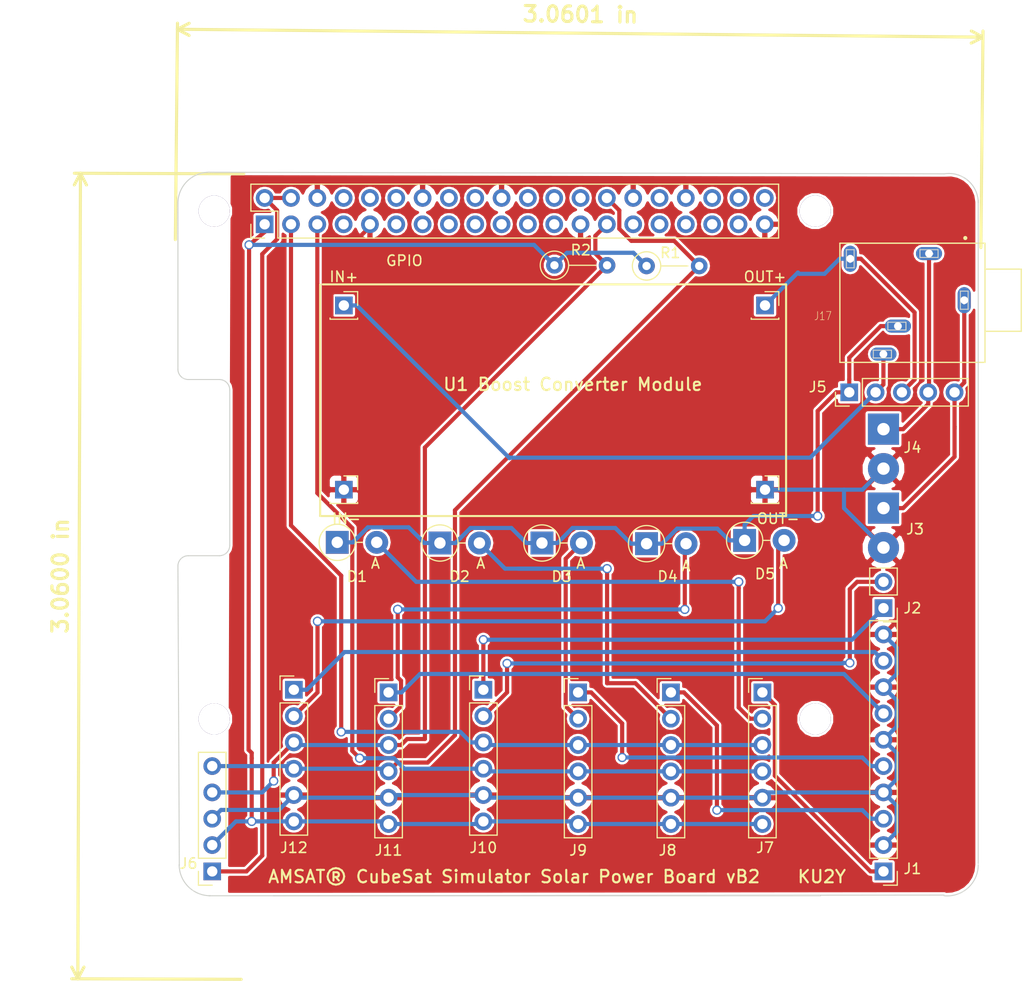
<source format=kicad_pcb>
(kicad_pcb (version 20171130) (host pcbnew "(5.0.1)-4")

  (general
    (thickness 1.6)
    (drawings 28)
    (tracks 305)
    (zones 0)
    (modules 29)
    (nets 49)
  )

  (page USLetter)
  (title_block
    (title "AMSAT CubeSat Simulator Solar Power Board")
    (date "January 26, 2019")
    (rev B2.0)
    (company AMSAT)
    (comment 1 "Author: KU2Y")
  )

  (layers
    (0 F.Cu signal)
    (31 B.Cu signal)
    (32 B.Adhes user hide)
    (33 F.Adhes user hide)
    (34 B.Paste user hide)
    (35 F.Paste user hide)
    (36 B.SilkS user)
    (37 F.SilkS user)
    (38 B.Mask user)
    (39 F.Mask user)
    (40 Dwgs.User user hide)
    (41 Cmts.User user)
    (42 Eco1.User user)
    (43 Eco2.User user hide)
    (44 Edge.Cuts user)
    (45 Margin user hide)
    (46 B.CrtYd user hide)
    (47 F.CrtYd user hide)
    (48 B.Fab user hide)
    (49 F.Fab user hide)
  )

  (setup
    (last_trace_width 0.2)
    (user_trace_width 0.1)
    (user_trace_width 0.2)
    (user_trace_width 0.3)
    (user_trace_width 0.4)
    (user_trace_width 0.5)
    (user_trace_width 0.6)
    (user_trace_width 0.8)
    (user_trace_width 1)
    (trace_clearance 0.15)
    (zone_clearance 0.23)
    (zone_45_only no)
    (trace_min 0.1)
    (segment_width 0.2)
    (edge_width 0.1)
    (via_size 0.889)
    (via_drill 0.635)
    (via_min_size 0.26)
    (via_min_drill 0.16)
    (user_via 0.4 0.22)
    (user_via 1.5 0.8)
    (uvia_size 0.508)
    (uvia_drill 0.127)
    (uvias_allowed no)
    (uvia_min_size 0.508)
    (uvia_min_drill 0.127)
    (pcb_text_width 0.3)
    (pcb_text_size 1.5 1.5)
    (mod_edge_width 0.15)
    (mod_text_size 1 1)
    (mod_text_width 0.15)
    (pad_size 1.625 1.625)
    (pad_drill 0)
    (pad_to_mask_clearance 0)
    (solder_mask_min_width 0.25)
    (aux_axis_origin 0 0)
    (grid_origin 211.1 101.7)
    (visible_elements 7FFFFFFF)
    (pcbplotparams
      (layerselection 0x010fc_ffffffff)
      (usegerberextensions true)
      (usegerberattributes false)
      (usegerberadvancedattributes false)
      (creategerberjobfile false)
      (excludeedgelayer true)
      (linewidth 0.100000)
      (plotframeref false)
      (viasonmask false)
      (mode 1)
      (useauxorigin false)
      (hpglpennumber 1)
      (hpglpenspeed 20)
      (hpglpendiameter 15.000000)
      (psnegative false)
      (psa4output false)
      (plotreference true)
      (plotvalue true)
      (plotinvisibletext false)
      (padsonsilk false)
      (subtractmaskfromsilk false)
      (outputformat 1)
      (mirror false)
      (drillshape 0)
      (scaleselection 1)
      (outputdirectory "gerbers/"))
  )

  (net 0 "")
  (net 1 GND)
  (net 2 +5V)
  (net 3 SDA_1)
  (net 4 SCL_1)
  (net 5 "Net-(D1-Pad1)")
  (net 6 X+Out)
  (net 7 X+In)
  (net 8 Y+In)
  (net 9 Z+In)
  (net 10 X-In)
  (net 11 Y-In)
  (net 12 VbattIn)
  (net 13 VbattOut)
  (net 14 +3V3)
  (net 15 Y+Out)
  (net 16 Y-Out)
  (net 17 Z+Out)
  (net 18 X-Out)
  (net 19 "Net-(J13-Pad1)")
  (net 20 "Net-(J15-Pad1)")
  (net 21 SDA_3)
  (net 22 SCL_3)
  (net 23 "Net-(J17-Pad1)")
  (net 24 "Net-(P3-Pad7)")
  (net 25 "Net-(P3-Pad8)")
  (net 26 "Net-(P3-Pad10)")
  (net 27 "Net-(P3-Pad11)")
  (net 28 "Net-(P3-Pad12)")
  (net 29 "Net-(P3-Pad13)")
  (net 30 "Net-(P3-Pad15)")
  (net 31 "Net-(P3-Pad16)")
  (net 32 "Net-(P3-Pad17)")
  (net 33 "Net-(P3-Pad18)")
  (net 34 "Net-(P3-Pad19)")
  (net 35 "Net-(P3-Pad21)")
  (net 36 "Net-(P3-Pad22)")
  (net 37 "Net-(P3-Pad23)")
  (net 38 "Net-(P3-Pad24)")
  (net 39 "Net-(P3-Pad26)")
  (net 40 "Net-(P3-Pad29)")
  (net 41 "Net-(P3-Pad31)")
  (net 42 "Net-(P3-Pad32)")
  (net 43 "Net-(P3-Pad33)")
  (net 44 "Net-(P3-Pad35)")
  (net 45 "Net-(P3-Pad36)")
  (net 46 "Net-(P3-Pad37)")
  (net 47 "Net-(P3-Pad40)")
  (net 48 "Net-(J17-Pad5)")

  (net_class Default "This is the default net class."
    (clearance 0.15)
    (trace_width 0.2)
    (via_dia 0.889)
    (via_drill 0.635)
    (uvia_dia 0.508)
    (uvia_drill 0.127)
    (add_net +3V3)
    (add_net +5V)
    (add_net GND)
    (add_net "Net-(D1-Pad1)")
    (add_net "Net-(J13-Pad1)")
    (add_net "Net-(J15-Pad1)")
    (add_net "Net-(J17-Pad1)")
    (add_net "Net-(J17-Pad5)")
    (add_net "Net-(P3-Pad10)")
    (add_net "Net-(P3-Pad11)")
    (add_net "Net-(P3-Pad12)")
    (add_net "Net-(P3-Pad13)")
    (add_net "Net-(P3-Pad15)")
    (add_net "Net-(P3-Pad16)")
    (add_net "Net-(P3-Pad17)")
    (add_net "Net-(P3-Pad18)")
    (add_net "Net-(P3-Pad19)")
    (add_net "Net-(P3-Pad21)")
    (add_net "Net-(P3-Pad22)")
    (add_net "Net-(P3-Pad23)")
    (add_net "Net-(P3-Pad24)")
    (add_net "Net-(P3-Pad26)")
    (add_net "Net-(P3-Pad29)")
    (add_net "Net-(P3-Pad31)")
    (add_net "Net-(P3-Pad32)")
    (add_net "Net-(P3-Pad33)")
    (add_net "Net-(P3-Pad35)")
    (add_net "Net-(P3-Pad36)")
    (add_net "Net-(P3-Pad37)")
    (add_net "Net-(P3-Pad40)")
    (add_net "Net-(P3-Pad7)")
    (add_net "Net-(P3-Pad8)")
    (add_net SCL_1)
    (add_net SCL_3)
    (add_net SDA_1)
    (add_net SDA_3)
    (add_net VbattIn)
    (add_net VbattOut)
    (add_net X+In)
    (add_net X+Out)
    (add_net X-In)
    (add_net X-Out)
    (add_net Y+In)
    (add_net Y+Out)
    (add_net Y-In)
    (add_net Y-Out)
    (add_net Z+In)
    (add_net Z+Out)
  )

  (module Connector_Wire:SolderWirePad_1x02_P3.81mm_Drill1.2mm (layer F.Cu) (tedit 5AEE5EF3) (tstamp 5C6FCD50)
    (at 173 95.858 270)
    (descr "Wire solder connection")
    (tags connector)
    (path /5BF6089F)
    (attr virtual)
    (fp_text reference J4 (at 1.778 -2.794) (layer F.SilkS)
      (effects (font (size 1 1) (thickness 0.15)))
    )
    (fp_text value "Vout to MoPOWER" (at 1.905 3.81 270) (layer F.Fab)
      (effects (font (size 1 1) (thickness 0.15)))
    )
    (fp_line (start 5.81 2) (end -1.99 2) (layer F.CrtYd) (width 0.05))
    (fp_line (start 5.81 2) (end 5.81 -2) (layer F.CrtYd) (width 0.05))
    (fp_line (start -1.99 -2) (end -1.99 2) (layer F.CrtYd) (width 0.05))
    (fp_line (start -1.99 -2) (end 5.81 -2) (layer F.CrtYd) (width 0.05))
    (fp_text user %R (at 1.905 0 270) (layer F.Fab)
      (effects (font (size 1 1) (thickness 0.15)))
    )
    (pad 2 thru_hole circle (at 3.81 0 270) (size 2.99974 2.99974) (drill 1.19888) (layers *.Cu *.Mask)
      (net 1 GND))
    (pad 1 thru_hole rect (at 0 0 270) (size 2.99974 2.99974) (drill 1.19888) (layers *.Cu *.Mask)
      (net 48 "Net-(J17-Pad5)"))
  )

  (module Connector_Wire:SolderWirePad_1x02_P3.81mm_Drill1.2mm (layer F.Cu) (tedit 5AEE5EF3) (tstamp 5C6FCD46)
    (at 173 103.478 270)
    (descr "Wire solder connection")
    (tags connector)
    (path /5BF6082F)
    (attr virtual)
    (fp_text reference J3 (at 2.032 -3.048) (layer F.SilkS)
      (effects (font (size 1 1) (thickness 0.15)))
    )
    (fp_text value "Vdc In" (at 1.905 3.81 270) (layer F.Fab)
      (effects (font (size 1 1) (thickness 0.15)))
    )
    (fp_text user %R (at 1.905 0 270) (layer F.Fab)
      (effects (font (size 1 1) (thickness 0.15)))
    )
    (fp_line (start -1.99 -2) (end 5.81 -2) (layer F.CrtYd) (width 0.05))
    (fp_line (start -1.99 -2) (end -1.99 2) (layer F.CrtYd) (width 0.05))
    (fp_line (start 5.81 2) (end 5.81 -2) (layer F.CrtYd) (width 0.05))
    (fp_line (start 5.81 2) (end -1.99 2) (layer F.CrtYd) (width 0.05))
    (pad 1 thru_hole rect (at 0 0 270) (size 2.99974 2.99974) (drill 1.19888) (layers *.Cu *.Mask)
      (net 23 "Net-(J17-Pad1)"))
    (pad 2 thru_hole circle (at 3.81 0 270) (size 2.99974 2.99974) (drill 1.19888) (layers *.Cu *.Mask)
      (net 1 GND))
  )

  (module Connector_PinHeader_2.54mm:PinHeader_2x20_P2.54mm_Vertical (layer F.Cu) (tedit 5C4A637D) (tstamp 5C637B5B)
    (at 113.29 76.09 90)
    (descr "Through hole straight pin header, 2x20, 2.54mm pitch, double rows")
    (tags "Through hole pin header THT 2x20 2.54mm double row")
    (path /54E92361)
    (fp_text reference GPIO (at -3.512 13.482) (layer F.SilkS)
      (effects (font (size 1 1) (thickness 0.15)))
    )
    (fp_text value "GPIO Male Extra Long (19mm) 20x2 Header Pins" (at 1.27 50.59 90) (layer F.Fab)
      (effects (font (size 1 1) (thickness 0.15)))
    )
    (fp_line (start 0 -1.27) (end 3.81 -1.27) (layer F.Fab) (width 0.1))
    (fp_line (start 3.81 -1.27) (end 3.81 49.53) (layer F.Fab) (width 0.1))
    (fp_line (start 3.81 49.53) (end -1.27 49.53) (layer F.Fab) (width 0.1))
    (fp_line (start -1.27 49.53) (end -1.27 0) (layer F.Fab) (width 0.1))
    (fp_line (start -1.27 0) (end 0 -1.27) (layer F.Fab) (width 0.1))
    (fp_line (start -1.33 49.59) (end 3.87 49.59) (layer F.SilkS) (width 0.12))
    (fp_line (start -1.33 1.27) (end -1.33 49.59) (layer F.SilkS) (width 0.12))
    (fp_line (start 3.87 -1.33) (end 3.87 49.59) (layer F.SilkS) (width 0.12))
    (fp_line (start -1.33 1.27) (end 1.27 1.27) (layer F.SilkS) (width 0.12))
    (fp_line (start 1.27 1.27) (end 1.27 -1.33) (layer F.SilkS) (width 0.12))
    (fp_line (start 1.27 -1.33) (end 3.87 -1.33) (layer F.SilkS) (width 0.12))
    (fp_line (start -1.33 0) (end -1.33 -1.33) (layer F.SilkS) (width 0.12))
    (fp_line (start -1.33 -1.33) (end 0 -1.33) (layer F.SilkS) (width 0.12))
    (fp_line (start -1.8 -1.8) (end -1.8 50.05) (layer F.CrtYd) (width 0.05))
    (fp_line (start -1.8 50.05) (end 4.35 50.05) (layer F.CrtYd) (width 0.05))
    (fp_line (start 4.35 50.05) (end 4.35 -1.8) (layer F.CrtYd) (width 0.05))
    (fp_line (start 4.35 -1.8) (end -1.8 -1.8) (layer F.CrtYd) (width 0.05))
    (fp_text user %R (at 1.27 24.13 180) (layer F.Fab)
      (effects (font (size 1 1) (thickness 0.15)))
    )
    (pad 1 thru_hole rect (at 0 0 90) (size 1.7 1.7) (drill 1) (layers *.Cu *.Mask)
      (net 14 +3V3))
    (pad 2 thru_hole oval (at 2.54 0 90) (size 1.7 1.7) (drill 1) (layers *.Cu *.Mask)
      (net 2 +5V))
    (pad 3 thru_hole oval (at 0 2.54 90) (size 1.7 1.7) (drill 1) (layers *.Cu *.Mask)
      (net 3 SDA_1))
    (pad 4 thru_hole oval (at 2.54 2.54 90) (size 1.7 1.7) (drill 1) (layers *.Cu *.Mask)
      (net 2 +5V))
    (pad 5 thru_hole oval (at 0 5.08 90) (size 1.7 1.7) (drill 1) (layers *.Cu *.Mask)
      (net 4 SCL_1))
    (pad 6 thru_hole oval (at 2.54 5.08 90) (size 1.7 1.7) (drill 1) (layers *.Cu *.Mask)
      (net 1 GND))
    (pad 7 thru_hole oval (at 0 7.62 90) (size 1.7 1.7) (drill 1) (layers *.Cu *.Mask)
      (net 24 "Net-(P3-Pad7)"))
    (pad 8 thru_hole oval (at 2.54 7.62 90) (size 1.7 1.7) (drill 1) (layers *.Cu *.Mask)
      (net 25 "Net-(P3-Pad8)"))
    (pad 9 thru_hole oval (at 0 10.16 90) (size 1.7 1.7) (drill 1) (layers *.Cu *.Mask)
      (net 1 GND))
    (pad 10 thru_hole oval (at 2.54 10.16 90) (size 1.7 1.7) (drill 1) (layers *.Cu *.Mask)
      (net 26 "Net-(P3-Pad10)"))
    (pad 11 thru_hole oval (at 0 12.7 90) (size 1.7 1.7) (drill 1) (layers *.Cu *.Mask)
      (net 27 "Net-(P3-Pad11)"))
    (pad 12 thru_hole oval (at 2.54 12.7 90) (size 1.7 1.7) (drill 1) (layers *.Cu *.Mask)
      (net 28 "Net-(P3-Pad12)"))
    (pad 13 thru_hole oval (at 0 15.24 90) (size 1.7 1.7) (drill 1) (layers *.Cu *.Mask)
      (net 29 "Net-(P3-Pad13)"))
    (pad 14 thru_hole oval (at 2.54 15.24 90) (size 1.7 1.7) (drill 1) (layers *.Cu *.Mask)
      (net 1 GND))
    (pad 15 thru_hole oval (at 0 17.78 90) (size 1.7 1.7) (drill 1) (layers *.Cu *.Mask)
      (net 30 "Net-(P3-Pad15)"))
    (pad 16 thru_hole oval (at 2.54 17.78 90) (size 1.7 1.7) (drill 1) (layers *.Cu *.Mask)
      (net 31 "Net-(P3-Pad16)"))
    (pad 17 thru_hole oval (at 0 20.32 90) (size 1.7 1.7) (drill 1) (layers *.Cu *.Mask)
      (net 32 "Net-(P3-Pad17)"))
    (pad 18 thru_hole oval (at 2.54 20.32 90) (size 1.7 1.7) (drill 1) (layers *.Cu *.Mask)
      (net 33 "Net-(P3-Pad18)"))
    (pad 19 thru_hole oval (at 0 22.86 90) (size 1.7 1.7) (drill 1) (layers *.Cu *.Mask)
      (net 34 "Net-(P3-Pad19)"))
    (pad 20 thru_hole oval (at 2.54 22.86 90) (size 1.7 1.7) (drill 1) (layers *.Cu *.Mask)
      (net 1 GND))
    (pad 21 thru_hole oval (at 0 25.4 90) (size 1.7 1.7) (drill 1) (layers *.Cu *.Mask)
      (net 35 "Net-(P3-Pad21)"))
    (pad 22 thru_hole oval (at 2.54 25.4 90) (size 1.7 1.7) (drill 1) (layers *.Cu *.Mask)
      (net 36 "Net-(P3-Pad22)"))
    (pad 23 thru_hole oval (at 0 27.94 90) (size 1.7 1.7) (drill 1) (layers *.Cu *.Mask)
      (net 37 "Net-(P3-Pad23)"))
    (pad 24 thru_hole oval (at 2.54 27.94 90) (size 1.7 1.7) (drill 1) (layers *.Cu *.Mask)
      (net 38 "Net-(P3-Pad24)"))
    (pad 25 thru_hole oval (at 0 30.48 90) (size 1.7 1.7) (drill 1) (layers *.Cu *.Mask)
      (net 1 GND))
    (pad 26 thru_hole oval (at 2.54 30.48 90) (size 1.7 1.7) (drill 1) (layers *.Cu *.Mask)
      (net 39 "Net-(P3-Pad26)"))
    (pad 27 thru_hole oval (at 0 33.02 90) (size 1.7 1.7) (drill 1) (layers *.Cu *.Mask)
      (net 21 SDA_3))
    (pad 28 thru_hole oval (at 2.54 33.02 90) (size 1.7 1.7) (drill 1) (layers *.Cu *.Mask)
      (net 22 SCL_3))
    (pad 29 thru_hole oval (at 0 35.56 90) (size 1.7 1.7) (drill 1) (layers *.Cu *.Mask)
      (net 40 "Net-(P3-Pad29)"))
    (pad 30 thru_hole oval (at 2.54 35.56 90) (size 1.7 1.7) (drill 1) (layers *.Cu *.Mask)
      (net 1 GND))
    (pad 31 thru_hole oval (at 0 38.1 90) (size 1.7 1.7) (drill 1) (layers *.Cu *.Mask)
      (net 41 "Net-(P3-Pad31)"))
    (pad 32 thru_hole oval (at 2.54 38.1 90) (size 1.7 1.7) (drill 1) (layers *.Cu *.Mask)
      (net 42 "Net-(P3-Pad32)"))
    (pad 33 thru_hole oval (at 0 40.64 90) (size 1.7 1.7) (drill 1) (layers *.Cu *.Mask)
      (net 43 "Net-(P3-Pad33)"))
    (pad 34 thru_hole oval (at 2.54 40.64 90) (size 1.7 1.7) (drill 1) (layers *.Cu *.Mask)
      (net 1 GND))
    (pad 35 thru_hole oval (at 0 43.18 90) (size 1.7 1.7) (drill 1) (layers *.Cu *.Mask)
      (net 44 "Net-(P3-Pad35)"))
    (pad 36 thru_hole oval (at 2.54 43.18 90) (size 1.7 1.7) (drill 1) (layers *.Cu *.Mask)
      (net 45 "Net-(P3-Pad36)"))
    (pad 37 thru_hole oval (at 0 45.72 90) (size 1.7 1.7) (drill 1) (layers *.Cu *.Mask)
      (net 46 "Net-(P3-Pad37)"))
    (pad 38 thru_hole oval (at 2.54 45.72 90) (size 1.7 1.7) (drill 1) (layers *.Cu *.Mask))
    (pad 39 thru_hole oval (at 0 48.26 90) (size 1.7 1.7) (drill 1) (layers *.Cu *.Mask)
      (net 1 GND))
    (pad 40 thru_hole oval (at 2.54 48.26 90) (size 1.7 1.7) (drill 1) (layers *.Cu *.Mask)
      (net 47 "Net-(P3-Pad40)"))
    (model ${KISYS3DMOD}/Connector_PinHeader_2.54mm.3dshapes/PinHeader_2x20_P2.54mm_Vertical.wrl
      (at (xyz 0 0 0))
      (scale (xyz 1 1 1))
      (rotate (xyz 0 0 0))
    )
  )

  (module 35RAPC4BH3:SWITCHCRAFT_35RAPC4BH3 (layer F.Cu) (tedit 5C4A64D5) (tstamp 5C56A732)
    (at 175.794 83.666 180)
    (path /5C4F657F)
    (fp_text reference J17 (at 8.636 -1.27 180) (layer F.SilkS)
      (effects (font (size 0.8 0.640304) (thickness 0.05)))
    )
    (fp_text value "" (at -0.254 6.858 180) (layer F.SilkS)
      (effects (font (size 0.640559 0.640559) (thickness 0.05)))
    )
    (fp_line (start -7 5.75) (end -7 3.25) (layer Dwgs.User) (width 0.127))
    (fp_line (start -7 3.25) (end -7 -2.75) (layer Dwgs.User) (width 0.127))
    (fp_line (start -7 -2.75) (end -7 -5.75) (layer Dwgs.User) (width 0.127))
    (fp_line (start -7 -5.75) (end 7 -5.75) (layer Dwgs.User) (width 0.127))
    (fp_line (start 7 -5.75) (end 7 5.75) (layer Dwgs.User) (width 0.127))
    (fp_line (start 7 5.75) (end -7 5.75) (layer Dwgs.User) (width 0.127))
    (fp_line (start -7 -5.75) (end 7 -5.75) (layer F.SilkS) (width 0.127))
    (fp_line (start 7 -5.75) (end 7 5.75) (layer F.SilkS) (width 0.127))
    (fp_line (start 7 5.75) (end -7 5.75) (layer F.SilkS) (width 0.127))
    (fp_line (start -7 5.75) (end -7 3.25) (layer F.SilkS) (width 0.127))
    (fp_line (start -7 3.25) (end -7 -2.75) (layer F.SilkS) (width 0.127))
    (fp_line (start -7 -2.75) (end -7 -5.75) (layer F.SilkS) (width 0.127))
    (fp_line (start -4.97 -0.13) (end -4.98 -0.13) (layer Edge.Cuts) (width 0.1))
    (fp_line (start -5.375 -0.625) (end -5.375 1.125) (layer Edge.Cuts) (width 0.1))
    (fp_line (start -5.375 1.125) (end -4.625 1.125) (layer Edge.Cuts) (width 0.1))
    (fp_line (start -4.625 1.125) (end -4.625 -0.625) (layer Edge.Cuts) (width 0.1))
    (fp_line (start -5.375 -0.625) (end -4.625 -0.625) (layer Edge.Cuts) (width 0.1))
    (fp_line (start -1.98 4.72) (end -1.98 4.73) (layer Edge.Cuts) (width 0.1))
    (fp_line (start -2.475 5.125) (end -0.725 5.125) (layer Edge.Cuts) (width 0.1))
    (fp_line (start -0.725 5.125) (end -0.725 4.375) (layer Edge.Cuts) (width 0.1))
    (fp_line (start -0.725 4.375) (end -2.475 4.375) (layer Edge.Cuts) (width 0.1))
    (fp_line (start -2.475 5.125) (end -2.475 4.375) (layer Edge.Cuts) (width 0.1))
    (fp_line (start 1.12 -2.28) (end 1.12 -2.27) (layer Edge.Cuts) (width 0.1))
    (fp_line (start 0.625 -1.875) (end 2.375 -1.875) (layer Edge.Cuts) (width 0.1))
    (fp_line (start 2.375 -1.875) (end 2.375 -2.625) (layer Edge.Cuts) (width 0.1))
    (fp_line (start 2.375 -2.625) (end 0.625 -2.625) (layer Edge.Cuts) (width 0.1))
    (fp_line (start 0.625 -1.875) (end 0.625 -2.625) (layer Edge.Cuts) (width 0.1))
    (fp_line (start 2.52 -4.98) (end 2.52 -4.97) (layer Edge.Cuts) (width 0.1))
    (fp_line (start 2.025 -4.575) (end 3.775 -4.575) (layer Edge.Cuts) (width 0.1))
    (fp_line (start 3.775 -4.575) (end 3.775 -5.325) (layer Edge.Cuts) (width 0.1))
    (fp_line (start 3.775 -5.325) (end 2.025 -5.325) (layer Edge.Cuts) (width 0.1))
    (fp_line (start 2.025 -4.575) (end 2.025 -5.325) (layer Edge.Cuts) (width 0.1))
    (fp_line (start 6.03 3.87) (end 6.02 3.87) (layer Edge.Cuts) (width 0.1))
    (fp_line (start 5.625 3.375) (end 5.625 5.125) (layer Edge.Cuts) (width 0.1))
    (fp_line (start 5.625 5.125) (end 6.375 5.125) (layer Edge.Cuts) (width 0.1))
    (fp_line (start 6.375 5.125) (end 6.375 3.375) (layer Edge.Cuts) (width 0.1))
    (fp_line (start 5.625 3.375) (end 6.375 3.375) (layer Edge.Cuts) (width 0.1))
    (fp_circle (center -5.1 6.25) (end -5 6.25) (layer F.SilkS) (width 0.2))
    (fp_circle (center -6.1 0.25) (end -6 0.25) (layer Dwgs.User) (width 0.2))
    (fp_line (start -7.25 -6) (end 7.25 -6) (layer Eco1.User) (width 0.05))
    (fp_line (start 7.25 -6) (end 7.25 6) (layer Eco1.User) (width 0.05))
    (fp_line (start 7.25 6) (end -7.25 6) (layer Eco1.User) (width 0.05))
    (fp_line (start -7 -2.75) (end -10.5 -2.75) (layer F.SilkS) (width 0.127))
    (fp_line (start -10.5 -2.75) (end -10.5 3.25) (layer F.SilkS) (width 0.127))
    (fp_line (start -10.5 3.25) (end -7 3.25) (layer F.SilkS) (width 0.127))
    (fp_line (start -7 -2.75) (end -10.5 -2.75) (layer Dwgs.User) (width 0.127))
    (fp_line (start -10.5 -2.75) (end -10.5 3.25) (layer Dwgs.User) (width 0.127))
    (fp_line (start -10.5 3.25) (end -7 3.25) (layer Dwgs.User) (width 0.127))
    (fp_line (start -7.25 6) (end -7.25 3.5) (layer Eco1.User) (width 0.05))
    (fp_line (start -7.25 3.5) (end -10.75 3.5) (layer Eco1.User) (width 0.05))
    (fp_line (start -10.75 3.5) (end -10.75 -3) (layer Eco1.User) (width 0.05))
    (fp_line (start -10.75 -3) (end -7.25 -3) (layer Eco1.User) (width 0.05))
    (fp_line (start -7.25 -3) (end -7.25 -6) (layer Eco1.User) (width 0.05))
    (pad 1 thru_hole oval (at -5 0.25 270) (size 2.516 1.258) (drill 0.75) (layers *.Cu *.Mask)
      (net 23 "Net-(J17-Pad1)"))
    (pad 2 thru_hole oval (at 2.8 -4.95) (size 2.516 1.258) (drill 0.75) (layers *.Cu *.Mask)
      (net 19 "Net-(J13-Pad1)"))
    (pad 3 thru_hole oval (at 1.4 -2.25) (size 2.516 1.258) (drill 0.75) (layers *.Cu *.Mask)
      (net 5 "Net-(D1-Pad1)"))
    (pad 4 thru_hole oval (at 6 4.25 90) (size 2.516 1.258) (drill 0.75) (layers *.Cu *.Mask)
      (net 20 "Net-(J15-Pad1)"))
    (pad 5 thru_hole oval (at -1.6 4.75 180) (size 2.516 1.258) (drill 0.75) (layers *.Cu *.Mask)
      (net 48 "Net-(J17-Pad5)"))
  )

  (module Connector_PinSocket_2.54mm:PinSocket_1x01_P2.54mm_Vertical (layer F.Cu) (tedit 5C4A638C) (tstamp 5C56A4E0)
    (at 120.93 83.92)
    (descr "Through hole straight socket strip, 1x01, 2.54mm pitch, single row (from Kicad 4.0.7), script generated")
    (tags "Through hole socket strip THT 1x01 2.54mm single row")
    (path /5C0D6034)
    (fp_text reference IN+ (at 0 -2.77) (layer F.SilkS)
      (effects (font (size 1 1) (thickness 0.15)))
    )
    (fp_text value IN+ (at 0 2.77) (layer F.Fab)
      (effects (font (size 1 1) (thickness 0.15)))
    )
    (fp_text user %R (at 0 0) (layer F.Fab)
      (effects (font (size 1 1) (thickness 0.15)))
    )
    (fp_line (start -1.8 1.75) (end -1.8 -1.8) (layer F.CrtYd) (width 0.05))
    (fp_line (start 1.75 1.75) (end -1.8 1.75) (layer F.CrtYd) (width 0.05))
    (fp_line (start 1.75 -1.8) (end 1.75 1.75) (layer F.CrtYd) (width 0.05))
    (fp_line (start -1.8 -1.8) (end 1.75 -1.8) (layer F.CrtYd) (width 0.05))
    (fp_line (start 0 -1.33) (end 1.33 -1.33) (layer F.SilkS) (width 0.12))
    (fp_line (start 1.33 -1.33) (end 1.33 0) (layer F.SilkS) (width 0.12))
    (fp_line (start 1.33 1.21) (end 1.33 1.33) (layer F.SilkS) (width 0.12))
    (fp_line (start -1.33 1.21) (end -1.33 1.33) (layer F.SilkS) (width 0.12))
    (fp_line (start -1.33 1.33) (end 1.33 1.33) (layer F.SilkS) (width 0.12))
    (fp_line (start -1.27 1.27) (end -1.27 -1.27) (layer F.Fab) (width 0.1))
    (fp_line (start 1.27 1.27) (end -1.27 1.27) (layer F.Fab) (width 0.1))
    (fp_line (start 1.27 -0.635) (end 1.27 1.27) (layer F.Fab) (width 0.1))
    (fp_line (start 0.635 -1.27) (end 1.27 -0.635) (layer F.Fab) (width 0.1))
    (fp_line (start -1.27 -1.27) (end 0.635 -1.27) (layer F.Fab) (width 0.1))
    (pad 1 thru_hole rect (at 0 0) (size 1.7 1.7) (drill 1) (layers *.Cu *.Mask)
      (net 19 "Net-(J13-Pad1)"))
    (model ${KISYS3DMOD}/Connector_PinSocket_2.54mm.3dshapes/PinSocket_1x01_P2.54mm_Vertical.wrl
      (at (xyz 0 0 0))
      (scale (xyz 1 1 1))
      (rotate (xyz 0 0 0))
    )
  )

  (module Connector_PinSocket_2.54mm:PinSocket_1x01_P2.54mm_Vertical (layer F.Cu) (tedit 5C4A63B4) (tstamp 5C56A4CC)
    (at 120.93 101.7)
    (descr "Through hole straight socket strip, 1x01, 2.54mm pitch, single row (from Kicad 4.0.7), script generated")
    (tags "Through hole socket strip THT 1x01 2.54mm single row")
    (path /5C0D608E)
    (fp_text reference IN- (at 0.254 2.794) (layer F.SilkS)
      (effects (font (size 1 1) (thickness 0.15)))
    )
    (fp_text value IN- (at 0 2.77) (layer F.Fab)
      (effects (font (size 1 1) (thickness 0.15)))
    )
    (fp_line (start -1.27 -1.27) (end 0.635 -1.27) (layer F.Fab) (width 0.1))
    (fp_line (start 0.635 -1.27) (end 1.27 -0.635) (layer F.Fab) (width 0.1))
    (fp_line (start 1.27 -0.635) (end 1.27 1.27) (layer F.Fab) (width 0.1))
    (fp_line (start 1.27 1.27) (end -1.27 1.27) (layer F.Fab) (width 0.1))
    (fp_line (start -1.27 1.27) (end -1.27 -1.27) (layer F.Fab) (width 0.1))
    (fp_line (start -1.33 1.33) (end 1.33 1.33) (layer F.SilkS) (width 0.12))
    (fp_line (start -1.33 1.21) (end -1.33 1.33) (layer F.SilkS) (width 0.12))
    (fp_line (start 1.33 1.21) (end 1.33 1.33) (layer F.SilkS) (width 0.12))
    (fp_line (start 1.33 -1.33) (end 1.33 0) (layer F.SilkS) (width 0.12))
    (fp_line (start 0 -1.33) (end 1.33 -1.33) (layer F.SilkS) (width 0.12))
    (fp_line (start -1.8 -1.8) (end 1.75 -1.8) (layer F.CrtYd) (width 0.05))
    (fp_line (start 1.75 -1.8) (end 1.75 1.75) (layer F.CrtYd) (width 0.05))
    (fp_line (start 1.75 1.75) (end -1.8 1.75) (layer F.CrtYd) (width 0.05))
    (fp_line (start -1.8 1.75) (end -1.8 -1.8) (layer F.CrtYd) (width 0.05))
    (fp_text user %R (at 0 0) (layer F.Fab)
      (effects (font (size 1 1) (thickness 0.15)))
    )
    (pad 1 thru_hole rect (at 0 0) (size 1.7 1.7) (drill 1) (layers *.Cu *.Mask)
      (net 1 GND))
    (model ${KISYS3DMOD}/Connector_PinSocket_2.54mm.3dshapes/PinSocket_1x01_P2.54mm_Vertical.wrl
      (at (xyz 0 0 0))
      (scale (xyz 1 1 1))
      (rotate (xyz 0 0 0))
    )
  )

  (module Connector_PinSocket_2.54mm:PinSocket_1x01_P2.54mm_Vertical (layer F.Cu) (tedit 5C4A6394) (tstamp 5C56A4B8)
    (at 161.57 83.92)
    (descr "Through hole straight socket strip, 1x01, 2.54mm pitch, single row (from Kicad 4.0.7), script generated")
    (tags "Through hole socket strip THT 1x01 2.54mm single row")
    (path /5C0D60E4)
    (fp_text reference OUT+ (at 0 -2.77) (layer F.SilkS)
      (effects (font (size 1 1) (thickness 0.15)))
    )
    (fp_text value OUT+ (at 0 2.77) (layer F.Fab)
      (effects (font (size 1 1) (thickness 0.15)))
    )
    (fp_text user %R (at 0 0) (layer F.Fab)
      (effects (font (size 1 1) (thickness 0.15)))
    )
    (fp_line (start -1.8 1.75) (end -1.8 -1.8) (layer F.CrtYd) (width 0.05))
    (fp_line (start 1.75 1.75) (end -1.8 1.75) (layer F.CrtYd) (width 0.05))
    (fp_line (start 1.75 -1.8) (end 1.75 1.75) (layer F.CrtYd) (width 0.05))
    (fp_line (start -1.8 -1.8) (end 1.75 -1.8) (layer F.CrtYd) (width 0.05))
    (fp_line (start 0 -1.33) (end 1.33 -1.33) (layer F.SilkS) (width 0.12))
    (fp_line (start 1.33 -1.33) (end 1.33 0) (layer F.SilkS) (width 0.12))
    (fp_line (start 1.33 1.21) (end 1.33 1.33) (layer F.SilkS) (width 0.12))
    (fp_line (start -1.33 1.21) (end -1.33 1.33) (layer F.SilkS) (width 0.12))
    (fp_line (start -1.33 1.33) (end 1.33 1.33) (layer F.SilkS) (width 0.12))
    (fp_line (start -1.27 1.27) (end -1.27 -1.27) (layer F.Fab) (width 0.1))
    (fp_line (start 1.27 1.27) (end -1.27 1.27) (layer F.Fab) (width 0.1))
    (fp_line (start 1.27 -0.635) (end 1.27 1.27) (layer F.Fab) (width 0.1))
    (fp_line (start 0.635 -1.27) (end 1.27 -0.635) (layer F.Fab) (width 0.1))
    (fp_line (start -1.27 -1.27) (end 0.635 -1.27) (layer F.Fab) (width 0.1))
    (pad 1 thru_hole rect (at 0 0) (size 1.7 1.7) (drill 1) (layers *.Cu *.Mask)
      (net 20 "Net-(J15-Pad1)"))
    (model ${KISYS3DMOD}/Connector_PinSocket_2.54mm.3dshapes/PinSocket_1x01_P2.54mm_Vertical.wrl
      (at (xyz 0 0 0))
      (scale (xyz 1 1 1))
      (rotate (xyz 0 0 0))
    )
  )

  (module Connector_PinSocket_2.54mm:PinSocket_1x01_P2.54mm_Vertical (layer F.Cu) (tedit 5C4A63A0) (tstamp 5C56A4A4)
    (at 161.57 101.7)
    (descr "Through hole straight socket strip, 1x01, 2.54mm pitch, single row (from Kicad 4.0.7), script generated")
    (tags "Through hole socket strip THT 1x01 2.54mm single row")
    (path /5C0D6176)
    (fp_text reference OUT- (at 1.27 2.794) (layer F.SilkS)
      (effects (font (size 1 1) (thickness 0.15)))
    )
    (fp_text value OUT- (at 0 2.77) (layer F.Fab)
      (effects (font (size 1 1) (thickness 0.15)))
    )
    (fp_line (start -1.27 -1.27) (end 0.635 -1.27) (layer F.Fab) (width 0.1))
    (fp_line (start 0.635 -1.27) (end 1.27 -0.635) (layer F.Fab) (width 0.1))
    (fp_line (start 1.27 -0.635) (end 1.27 1.27) (layer F.Fab) (width 0.1))
    (fp_line (start 1.27 1.27) (end -1.27 1.27) (layer F.Fab) (width 0.1))
    (fp_line (start -1.27 1.27) (end -1.27 -1.27) (layer F.Fab) (width 0.1))
    (fp_line (start -1.33 1.33) (end 1.33 1.33) (layer F.SilkS) (width 0.12))
    (fp_line (start -1.33 1.21) (end -1.33 1.33) (layer F.SilkS) (width 0.12))
    (fp_line (start 1.33 1.21) (end 1.33 1.33) (layer F.SilkS) (width 0.12))
    (fp_line (start 1.33 -1.33) (end 1.33 0) (layer F.SilkS) (width 0.12))
    (fp_line (start 0 -1.33) (end 1.33 -1.33) (layer F.SilkS) (width 0.12))
    (fp_line (start -1.8 -1.8) (end 1.75 -1.8) (layer F.CrtYd) (width 0.05))
    (fp_line (start 1.75 -1.8) (end 1.75 1.75) (layer F.CrtYd) (width 0.05))
    (fp_line (start 1.75 1.75) (end -1.8 1.75) (layer F.CrtYd) (width 0.05))
    (fp_line (start -1.8 1.75) (end -1.8 -1.8) (layer F.CrtYd) (width 0.05))
    (fp_text user %R (at 0 0) (layer F.Fab)
      (effects (font (size 1 1) (thickness 0.15)))
    )
    (pad 1 thru_hole rect (at 0 0) (size 1.7 1.7) (drill 1) (layers *.Cu *.Mask)
      (net 1 GND))
    (model ${KISYS3DMOD}/Connector_PinSocket_2.54mm.3dshapes/PinSocket_1x01_P2.54mm_Vertical.wrl
      (at (xyz 0 0 0))
      (scale (xyz 1 1 1))
      (rotate (xyz 0 0 0))
    )
  )

  (module Connector_PinHeader_2.54mm:PinHeader_1x06_P2.54mm_Vertical (layer F.Cu) (tedit 59FED5CC) (tstamp 5C04FE3C)
    (at 125.248 121.258)
    (descr "Through hole straight pin header, 1x06, 2.54mm pitch, single row")
    (tags "Through hole pin header THT 1x06 2.54mm single row")
    (path /5BFBED5A)
    (fp_text reference J11 (at 0 15.24) (layer F.SilkS)
      (effects (font (size 1 1) (thickness 0.15)))
    )
    (fp_text value "INA219 Sensor Board" (at 0 15.03) (layer F.Fab)
      (effects (font (size 1 1) (thickness 0.15)))
    )
    (fp_line (start -0.635 -1.27) (end 1.27 -1.27) (layer F.Fab) (width 0.1))
    (fp_line (start 1.27 -1.27) (end 1.27 13.97) (layer F.Fab) (width 0.1))
    (fp_line (start 1.27 13.97) (end -1.27 13.97) (layer F.Fab) (width 0.1))
    (fp_line (start -1.27 13.97) (end -1.27 -0.635) (layer F.Fab) (width 0.1))
    (fp_line (start -1.27 -0.635) (end -0.635 -1.27) (layer F.Fab) (width 0.1))
    (fp_line (start -1.33 14.03) (end 1.33 14.03) (layer F.SilkS) (width 0.12))
    (fp_line (start -1.33 1.27) (end -1.33 14.03) (layer F.SilkS) (width 0.12))
    (fp_line (start 1.33 1.27) (end 1.33 14.03) (layer F.SilkS) (width 0.12))
    (fp_line (start -1.33 1.27) (end 1.33 1.27) (layer F.SilkS) (width 0.12))
    (fp_line (start -1.33 0) (end -1.33 -1.33) (layer F.SilkS) (width 0.12))
    (fp_line (start -1.33 -1.33) (end 0 -1.33) (layer F.SilkS) (width 0.12))
    (fp_line (start -1.8 -1.8) (end -1.8 14.5) (layer F.CrtYd) (width 0.05))
    (fp_line (start -1.8 14.5) (end 1.8 14.5) (layer F.CrtYd) (width 0.05))
    (fp_line (start 1.8 14.5) (end 1.8 -1.8) (layer F.CrtYd) (width 0.05))
    (fp_line (start 1.8 -1.8) (end -1.8 -1.8) (layer F.CrtYd) (width 0.05))
    (fp_text user %R (at 0 6.35 90) (layer F.Fab)
      (effects (font (size 1 1) (thickness 0.15)))
    )
    (pad 1 thru_hole rect (at 0 0) (size 1.7 1.7) (drill 1) (layers *.Cu *.Mask)
      (net 10 X-In))
    (pad 2 thru_hole oval (at 0 2.54) (size 1.7 1.7) (drill 1) (layers *.Cu *.Mask)
      (net 18 X-Out))
    (pad 3 thru_hole oval (at 0 5.08) (size 1.7 1.7) (drill 1) (layers *.Cu *.Mask)
      (net 21 SDA_3))
    (pad 4 thru_hole oval (at 0 7.62) (size 1.7 1.7) (drill 1) (layers *.Cu *.Mask)
      (net 22 SCL_3))
    (pad 5 thru_hole oval (at 0 10.16) (size 1.7 1.7) (drill 1) (layers *.Cu *.Mask)
      (net 1 GND))
    (pad 6 thru_hole oval (at 0 12.7) (size 1.7 1.7) (drill 1) (layers *.Cu *.Mask)
      (net 14 +3V3))
    (model ${KISYS3DMOD}/Connector_PinHeader_2.54mm.3dshapes/PinHeader_1x06_P2.54mm_Vertical.wrl
      (at (xyz 0 0 0))
      (scale (xyz 1 1 1))
      (rotate (xyz 0 0 0))
    )
  )

  (module Connector_PinSocket_2.54mm:PinSocket_1x05_P2.54mm_Vertical (layer F.Cu) (tedit 5A19A420) (tstamp 5C07C430)
    (at 108.23 138.53 180)
    (descr "Through hole straight socket strip, 1x05, 2.54mm pitch, single row (from Kicad 4.0.7), script generated")
    (tags "Through hole socket strip THT 1x05 2.54mm single row")
    (path /5BFF9AD8)
    (fp_text reference J6 (at 2.286 0.762 180) (layer F.SilkS)
      (effects (font (size 1 1) (thickness 0.15)))
    )
    (fp_text value "Expansion Interface" (at 0 12.93 180) (layer F.Fab)
      (effects (font (size 1 1) (thickness 0.15)))
    )
    (fp_line (start -1.27 -1.27) (end 0.635 -1.27) (layer F.Fab) (width 0.1))
    (fp_line (start 0.635 -1.27) (end 1.27 -0.635) (layer F.Fab) (width 0.1))
    (fp_line (start 1.27 -0.635) (end 1.27 11.43) (layer F.Fab) (width 0.1))
    (fp_line (start 1.27 11.43) (end -1.27 11.43) (layer F.Fab) (width 0.1))
    (fp_line (start -1.27 11.43) (end -1.27 -1.27) (layer F.Fab) (width 0.1))
    (fp_line (start -1.33 1.27) (end 1.33 1.27) (layer F.SilkS) (width 0.12))
    (fp_line (start -1.33 1.27) (end -1.33 11.49) (layer F.SilkS) (width 0.12))
    (fp_line (start -1.33 11.49) (end 1.33 11.49) (layer F.SilkS) (width 0.12))
    (fp_line (start 1.33 1.27) (end 1.33 11.49) (layer F.SilkS) (width 0.12))
    (fp_line (start 1.33 -1.33) (end 1.33 0) (layer F.SilkS) (width 0.12))
    (fp_line (start 0 -1.33) (end 1.33 -1.33) (layer F.SilkS) (width 0.12))
    (fp_line (start -1.8 -1.8) (end 1.75 -1.8) (layer F.CrtYd) (width 0.05))
    (fp_line (start 1.75 -1.8) (end 1.75 11.9) (layer F.CrtYd) (width 0.05))
    (fp_line (start 1.75 11.9) (end -1.8 11.9) (layer F.CrtYd) (width 0.05))
    (fp_line (start -1.8 11.9) (end -1.8 -1.8) (layer F.CrtYd) (width 0.05))
    (fp_text user %R (at 0 5.08 270) (layer F.Fab)
      (effects (font (size 1 1) (thickness 0.15)))
    )
    (pad 1 thru_hole rect (at 0 0 180) (size 1.7 1.7) (drill 1) (layers *.Cu *.Mask)
      (net 2 +5V))
    (pad 2 thru_hole oval (at 0 2.54 180) (size 1.7 1.7) (drill 1) (layers *.Cu *.Mask)
      (net 14 +3V3))
    (pad 3 thru_hole oval (at 0 5.08 180) (size 1.7 1.7) (drill 1) (layers *.Cu *.Mask)
      (net 1 GND))
    (pad 4 thru_hole oval (at 0 7.62 180) (size 1.7 1.7) (drill 1) (layers *.Cu *.Mask)
      (net 21 SDA_3))
    (pad 5 thru_hole oval (at 0 10.16 180) (size 1.7 1.7) (drill 1) (layers *.Cu *.Mask)
      (net 22 SCL_3))
    (model ${KISYS3DMOD}/Connector_PinSocket_2.54mm.3dshapes/PinSocket_1x05_P2.54mm_Vertical.wrl
      (at (xyz 0 0 0))
      (scale (xyz 1 1 1))
      (rotate (xyz 0 0 0))
    )
  )

  (module Resistor_THT:R_Axial_DIN0207_L6.3mm_D2.5mm_P5.08mm_Vertical (layer F.Cu) (tedit 5AE5139B) (tstamp 5C07B6F2)
    (at 150.14 80.11)
    (descr "Resistor, Axial_DIN0207 series, Axial, Vertical, pin pitch=5.08mm, 0.25W = 1/4W, length*diameter=6.3*2.5mm^2, http://cdn-reichelt.de/documents/datenblatt/B400/1_4W%23YAG.pdf")
    (tags "Resistor Axial_DIN0207 series Axial Vertical pin pitch 5.08mm 0.25W = 1/4W length 6.3mm diameter 2.5mm")
    (path /5BF91CF1)
    (fp_text reference R1 (at 2.286 -1.27) (layer F.SilkS)
      (effects (font (size 1 1) (thickness 0.15)))
    )
    (fp_text value 4.7k (at 2.54 2.37) (layer F.Fab)
      (effects (font (size 1 1) (thickness 0.15)))
    )
    (fp_text user %R (at 2.54 -2.37) (layer F.Fab)
      (effects (font (size 1 1) (thickness 0.15)))
    )
    (fp_line (start 6.13 -1.5) (end -1.5 -1.5) (layer F.CrtYd) (width 0.05))
    (fp_line (start 6.13 1.5) (end 6.13 -1.5) (layer F.CrtYd) (width 0.05))
    (fp_line (start -1.5 1.5) (end 6.13 1.5) (layer F.CrtYd) (width 0.05))
    (fp_line (start -1.5 -1.5) (end -1.5 1.5) (layer F.CrtYd) (width 0.05))
    (fp_line (start 1.37 0) (end 3.98 0) (layer F.SilkS) (width 0.12))
    (fp_line (start 0 0) (end 5.08 0) (layer F.Fab) (width 0.1))
    (fp_circle (center 0 0) (end 1.37 0) (layer F.SilkS) (width 0.12))
    (fp_circle (center 0 0) (end 1.25 0) (layer F.Fab) (width 0.1))
    (pad 2 thru_hole oval (at 5.08 0) (size 1.6 1.6) (drill 0.8) (layers *.Cu *.Mask)
      (net 22 SCL_3))
    (pad 1 thru_hole circle (at 0 0) (size 1.6 1.6) (drill 0.8) (layers *.Cu *.Mask)
      (net 14 +3V3))
    (model ${KISYS3DMOD}/Resistor_THT.3dshapes/R_Axial_DIN0207_L6.3mm_D2.5mm_P5.08mm_Vertical.wrl
      (at (xyz 0 0 0))
      (scale (xyz 1 1 1))
      (rotate (xyz 0 0 0))
    )
  )

  (module Resistor_THT:R_Axial_DIN0207_L6.3mm_D2.5mm_P5.08mm_Vertical (layer F.Cu) (tedit 5AE5139B) (tstamp 5C07B6E4)
    (at 141.25 80.0465)
    (descr "Resistor, Axial_DIN0207 series, Axial, Vertical, pin pitch=5.08mm, 0.25W = 1/4W, length*diameter=6.3*2.5mm^2, http://cdn-reichelt.de/documents/datenblatt/B400/1_4W%23YAG.pdf")
    (tags "Resistor Axial_DIN0207 series Axial Vertical pin pitch 5.08mm 0.25W = 1/4W length 6.3mm diameter 2.5mm")
    (path /5BF91C4F)
    (fp_text reference R2 (at 2.54 -1.4605) (layer F.SilkS)
      (effects (font (size 1 1) (thickness 0.15)))
    )
    (fp_text value 4.7k (at 2.54 2.37) (layer F.Fab)
      (effects (font (size 1 1) (thickness 0.15)))
    )
    (fp_circle (center 0 0) (end 1.25 0) (layer F.Fab) (width 0.1))
    (fp_circle (center 0 0) (end 1.37 0) (layer F.SilkS) (width 0.12))
    (fp_line (start 0 0) (end 5.08 0) (layer F.Fab) (width 0.1))
    (fp_line (start 1.37 0) (end 3.98 0) (layer F.SilkS) (width 0.12))
    (fp_line (start -1.5 -1.5) (end -1.5 1.5) (layer F.CrtYd) (width 0.05))
    (fp_line (start -1.5 1.5) (end 6.13 1.5) (layer F.CrtYd) (width 0.05))
    (fp_line (start 6.13 1.5) (end 6.13 -1.5) (layer F.CrtYd) (width 0.05))
    (fp_line (start 6.13 -1.5) (end -1.5 -1.5) (layer F.CrtYd) (width 0.05))
    (fp_text user %R (at 2.54 -2.37) (layer F.Fab)
      (effects (font (size 1 1) (thickness 0.15)))
    )
    (pad 1 thru_hole circle (at 0 0) (size 1.6 1.6) (drill 0.8) (layers *.Cu *.Mask)
      (net 14 +3V3))
    (pad 2 thru_hole oval (at 5.08 0) (size 1.6 1.6) (drill 0.8) (layers *.Cu *.Mask)
      (net 21 SDA_3))
    (model ${KISYS3DMOD}/Resistor_THT.3dshapes/R_Axial_DIN0207_L6.3mm_D2.5mm_P5.08mm_Vertical.wrl
      (at (xyz 0 0 0))
      (scale (xyz 1 1 1))
      (rotate (xyz 0 0 0))
    )
  )

  (module Connector_PinHeader_2.54mm:PinHeader_1x02_P2.54mm_Vertical (layer F.Cu) (tedit 59FED5CC) (tstamp 5BFB33AF)
    (at 173 113.13 180)
    (descr "Through hole straight pin header, 1x02, 2.54mm pitch, single row")
    (tags "Through hole pin header THT 1x02 2.54mm single row")
    (path /5BF6F85F)
    (fp_text reference J2 (at -2.794 0 180) (layer F.SilkS)
      (effects (font (size 1 1) (thickness 0.15)))
    )
    (fp_text value "Battery In/Out" (at 0 4.87 180) (layer F.Fab)
      (effects (font (size 1 1) (thickness 0.15)))
    )
    (fp_line (start -0.635 -1.27) (end 1.27 -1.27) (layer F.Fab) (width 0.1))
    (fp_line (start 1.27 -1.27) (end 1.27 3.81) (layer F.Fab) (width 0.1))
    (fp_line (start 1.27 3.81) (end -1.27 3.81) (layer F.Fab) (width 0.1))
    (fp_line (start -1.27 3.81) (end -1.27 -0.635) (layer F.Fab) (width 0.1))
    (fp_line (start -1.27 -0.635) (end -0.635 -1.27) (layer F.Fab) (width 0.1))
    (fp_line (start -1.33 3.87) (end 1.33 3.87) (layer F.SilkS) (width 0.12))
    (fp_line (start -1.33 1.27) (end -1.33 3.87) (layer F.SilkS) (width 0.12))
    (fp_line (start 1.33 1.27) (end 1.33 3.87) (layer F.SilkS) (width 0.12))
    (fp_line (start -1.33 1.27) (end 1.33 1.27) (layer F.SilkS) (width 0.12))
    (fp_line (start -1.33 0) (end -1.33 -1.33) (layer F.SilkS) (width 0.12))
    (fp_line (start -1.33 -1.33) (end 0 -1.33) (layer F.SilkS) (width 0.12))
    (fp_line (start -1.8 -1.8) (end -1.8 4.35) (layer F.CrtYd) (width 0.05))
    (fp_line (start -1.8 4.35) (end 1.8 4.35) (layer F.CrtYd) (width 0.05))
    (fp_line (start 1.8 4.35) (end 1.8 -1.8) (layer F.CrtYd) (width 0.05))
    (fp_line (start 1.8 -1.8) (end -1.8 -1.8) (layer F.CrtYd) (width 0.05))
    (fp_text user %R (at 0 1.27 270) (layer F.Fab)
      (effects (font (size 1 1) (thickness 0.15)))
    )
    (pad 1 thru_hole rect (at 0 0 180) (size 1.7 1.7) (drill 1) (layers *.Cu *.Mask)
      (net 12 VbattIn))
    (pad 2 thru_hole oval (at 0 2.54 180) (size 1.7 1.7) (drill 1) (layers *.Cu *.Mask)
      (net 13 VbattOut))
    (model ${KISYS3DMOD}/Connector_PinHeader_2.54mm.3dshapes/PinHeader_1x02_P2.54mm_Vertical.wrl
      (at (xyz 0 0 0))
      (scale (xyz 1 1 1))
      (rotate (xyz 0 0 0))
    )
  )

  (module Connector_PinHeader_2.54mm:PinHeader_1x06_P2.54mm_Vertical (layer F.Cu) (tedit 59FED5CC) (tstamp 5BFB333C)
    (at 134.392 121.004)
    (descr "Through hole straight pin header, 1x06, 2.54mm pitch, single row")
    (tags "Through hole pin header THT 1x06 2.54mm single row")
    (path /5BF9E342)
    (fp_text reference J10 (at 0 15.24) (layer F.SilkS)
      (effects (font (size 1 1) (thickness 0.15)))
    )
    (fp_text value "INA219 Sensor Board" (at 0 15.03) (layer F.Fab)
      (effects (font (size 1 1) (thickness 0.15)))
    )
    (fp_line (start -0.635 -1.27) (end 1.27 -1.27) (layer F.Fab) (width 0.1))
    (fp_line (start 1.27 -1.27) (end 1.27 13.97) (layer F.Fab) (width 0.1))
    (fp_line (start 1.27 13.97) (end -1.27 13.97) (layer F.Fab) (width 0.1))
    (fp_line (start -1.27 13.97) (end -1.27 -0.635) (layer F.Fab) (width 0.1))
    (fp_line (start -1.27 -0.635) (end -0.635 -1.27) (layer F.Fab) (width 0.1))
    (fp_line (start -1.33 14.03) (end 1.33 14.03) (layer F.SilkS) (width 0.12))
    (fp_line (start -1.33 1.27) (end -1.33 14.03) (layer F.SilkS) (width 0.12))
    (fp_line (start 1.33 1.27) (end 1.33 14.03) (layer F.SilkS) (width 0.12))
    (fp_line (start -1.33 1.27) (end 1.33 1.27) (layer F.SilkS) (width 0.12))
    (fp_line (start -1.33 0) (end -1.33 -1.33) (layer F.SilkS) (width 0.12))
    (fp_line (start -1.33 -1.33) (end 0 -1.33) (layer F.SilkS) (width 0.12))
    (fp_line (start -1.8 -1.8) (end -1.8 14.5) (layer F.CrtYd) (width 0.05))
    (fp_line (start -1.8 14.5) (end 1.8 14.5) (layer F.CrtYd) (width 0.05))
    (fp_line (start 1.8 14.5) (end 1.8 -1.8) (layer F.CrtYd) (width 0.05))
    (fp_line (start 1.8 -1.8) (end -1.8 -1.8) (layer F.CrtYd) (width 0.05))
    (fp_text user %R (at 0 6.35 90) (layer F.Fab)
      (effects (font (size 1 1) (thickness 0.15)))
    )
    (pad 1 thru_hole rect (at 0 0) (size 1.7 1.7) (drill 1) (layers *.Cu *.Mask)
      (net 12 VbattIn))
    (pad 2 thru_hole oval (at 0 2.54) (size 1.7 1.7) (drill 1) (layers *.Cu *.Mask)
      (net 13 VbattOut))
    (pad 3 thru_hole oval (at 0 5.08) (size 1.7 1.7) (drill 1) (layers *.Cu *.Mask)
      (net 3 SDA_1))
    (pad 4 thru_hole oval (at 0 7.62) (size 1.7 1.7) (drill 1) (layers *.Cu *.Mask)
      (net 4 SCL_1))
    (pad 5 thru_hole oval (at 0 10.16) (size 1.7 1.7) (drill 1) (layers *.Cu *.Mask)
      (net 1 GND))
    (pad 6 thru_hole oval (at 0 12.7) (size 1.7 1.7) (drill 1) (layers *.Cu *.Mask)
      (net 14 +3V3))
    (model ${KISYS3DMOD}/Connector_PinHeader_2.54mm.3dshapes/PinHeader_1x06_P2.54mm_Vertical.wrl
      (at (xyz 0 0 0))
      (scale (xyz 1 1 1))
      (rotate (xyz 0 0 0))
    )
  )

  (module Connector_PinHeader_2.54mm:PinHeader_1x06_P2.54mm_Vertical (layer F.Cu) (tedit 59FED5CC) (tstamp 5BFB333B)
    (at 116.104 121.004)
    (descr "Through hole straight pin header, 1x06, 2.54mm pitch, single row")
    (tags "Through hole pin header THT 1x06 2.54mm single row")
    (path /5BFC1EC2)
    (fp_text reference J12 (at 0 15.24) (layer F.SilkS)
      (effects (font (size 1 1) (thickness 0.15)))
    )
    (fp_text value "INA219 Sensor Board" (at 0 15.03) (layer F.Fab)
      (effects (font (size 1 1) (thickness 0.15)))
    )
    (fp_text user %R (at 0 6.35 90) (layer F.Fab)
      (effects (font (size 1 1) (thickness 0.15)))
    )
    (fp_line (start 1.8 -1.8) (end -1.8 -1.8) (layer F.CrtYd) (width 0.05))
    (fp_line (start 1.8 14.5) (end 1.8 -1.8) (layer F.CrtYd) (width 0.05))
    (fp_line (start -1.8 14.5) (end 1.8 14.5) (layer F.CrtYd) (width 0.05))
    (fp_line (start -1.8 -1.8) (end -1.8 14.5) (layer F.CrtYd) (width 0.05))
    (fp_line (start -1.33 -1.33) (end 0 -1.33) (layer F.SilkS) (width 0.12))
    (fp_line (start -1.33 0) (end -1.33 -1.33) (layer F.SilkS) (width 0.12))
    (fp_line (start -1.33 1.27) (end 1.33 1.27) (layer F.SilkS) (width 0.12))
    (fp_line (start 1.33 1.27) (end 1.33 14.03) (layer F.SilkS) (width 0.12))
    (fp_line (start -1.33 1.27) (end -1.33 14.03) (layer F.SilkS) (width 0.12))
    (fp_line (start -1.33 14.03) (end 1.33 14.03) (layer F.SilkS) (width 0.12))
    (fp_line (start -1.27 -0.635) (end -0.635 -1.27) (layer F.Fab) (width 0.1))
    (fp_line (start -1.27 13.97) (end -1.27 -0.635) (layer F.Fab) (width 0.1))
    (fp_line (start 1.27 13.97) (end -1.27 13.97) (layer F.Fab) (width 0.1))
    (fp_line (start 1.27 -1.27) (end 1.27 13.97) (layer F.Fab) (width 0.1))
    (fp_line (start -0.635 -1.27) (end 1.27 -1.27) (layer F.Fab) (width 0.1))
    (pad 6 thru_hole oval (at 0 12.7) (size 1.7 1.7) (drill 1) (layers *.Cu *.Mask)
      (net 14 +3V3))
    (pad 5 thru_hole oval (at 0 10.16) (size 1.7 1.7) (drill 1) (layers *.Cu *.Mask)
      (net 1 GND))
    (pad 4 thru_hole oval (at 0 7.62) (size 1.7 1.7) (drill 1) (layers *.Cu *.Mask)
      (net 22 SCL_3))
    (pad 3 thru_hole oval (at 0 5.08) (size 1.7 1.7) (drill 1) (layers *.Cu *.Mask)
      (net 21 SDA_3))
    (pad 2 thru_hole oval (at 0 2.54) (size 1.7 1.7) (drill 1) (layers *.Cu *.Mask)
      (net 16 Y-Out))
    (pad 1 thru_hole rect (at 0 0) (size 1.7 1.7) (drill 1) (layers *.Cu *.Mask)
      (net 11 Y-In))
    (model ${KISYS3DMOD}/Connector_PinHeader_2.54mm.3dshapes/PinHeader_1x06_P2.54mm_Vertical.wrl
      (at (xyz 0 0 0))
      (scale (xyz 1 1 1))
      (rotate (xyz 0 0 0))
    )
  )

  (module Connector_PinHeader_2.54mm:PinHeader_1x06_P2.54mm_Vertical (layer F.Cu) (tedit 59FED5CC) (tstamp 5BFB32F0)
    (at 152.4895 121.258)
    (descr "Through hole straight pin header, 1x06, 2.54mm pitch, single row")
    (tags "Through hole pin header THT 1x06 2.54mm single row")
    (path /5BFB9855)
    (fp_text reference J8 (at -0.3175 15.24) (layer F.SilkS)
      (effects (font (size 1 1) (thickness 0.15)))
    )
    (fp_text value "INA219 Sensor Board" (at 0 15.03) (layer F.Fab)
      (effects (font (size 1 1) (thickness 0.15)))
    )
    (fp_line (start -0.635 -1.27) (end 1.27 -1.27) (layer F.Fab) (width 0.1))
    (fp_line (start 1.27 -1.27) (end 1.27 13.97) (layer F.Fab) (width 0.1))
    (fp_line (start 1.27 13.97) (end -1.27 13.97) (layer F.Fab) (width 0.1))
    (fp_line (start -1.27 13.97) (end -1.27 -0.635) (layer F.Fab) (width 0.1))
    (fp_line (start -1.27 -0.635) (end -0.635 -1.27) (layer F.Fab) (width 0.1))
    (fp_line (start -1.33 14.03) (end 1.33 14.03) (layer F.SilkS) (width 0.12))
    (fp_line (start -1.33 1.27) (end -1.33 14.03) (layer F.SilkS) (width 0.12))
    (fp_line (start 1.33 1.27) (end 1.33 14.03) (layer F.SilkS) (width 0.12))
    (fp_line (start -1.33 1.27) (end 1.33 1.27) (layer F.SilkS) (width 0.12))
    (fp_line (start -1.33 0) (end -1.33 -1.33) (layer F.SilkS) (width 0.12))
    (fp_line (start -1.33 -1.33) (end 0 -1.33) (layer F.SilkS) (width 0.12))
    (fp_line (start -1.8 -1.8) (end -1.8 14.5) (layer F.CrtYd) (width 0.05))
    (fp_line (start -1.8 14.5) (end 1.8 14.5) (layer F.CrtYd) (width 0.05))
    (fp_line (start 1.8 14.5) (end 1.8 -1.8) (layer F.CrtYd) (width 0.05))
    (fp_line (start 1.8 -1.8) (end -1.8 -1.8) (layer F.CrtYd) (width 0.05))
    (fp_text user %R (at 0 6.35 90) (layer F.Fab)
      (effects (font (size 1 1) (thickness 0.15)))
    )
    (pad 1 thru_hole rect (at 0 0) (size 1.7 1.7) (drill 1) (layers *.Cu *.Mask)
      (net 8 Y+In))
    (pad 2 thru_hole oval (at 0 2.54) (size 1.7 1.7) (drill 1) (layers *.Cu *.Mask)
      (net 15 Y+Out))
    (pad 3 thru_hole oval (at 0 5.08) (size 1.7 1.7) (drill 1) (layers *.Cu *.Mask)
      (net 3 SDA_1))
    (pad 4 thru_hole oval (at 0 7.62) (size 1.7 1.7) (drill 1) (layers *.Cu *.Mask)
      (net 4 SCL_1))
    (pad 5 thru_hole oval (at 0 10.16) (size 1.7 1.7) (drill 1) (layers *.Cu *.Mask)
      (net 1 GND))
    (pad 6 thru_hole oval (at 0 12.7) (size 1.7 1.7) (drill 1) (layers *.Cu *.Mask)
      (net 14 +3V3))
    (model ${KISYS3DMOD}/Connector_PinHeader_2.54mm.3dshapes/PinHeader_1x06_P2.54mm_Vertical.wrl
      (at (xyz 0 0 0))
      (scale (xyz 1 1 1))
      (rotate (xyz 0 0 0))
    )
  )

  (module Connector_PinHeader_2.54mm:PinHeader_1x06_P2.54mm_Vertical (layer F.Cu) (tedit 59FED5CC) (tstamp 5C1176D0)
    (at 161.316 121.258)
    (descr "Through hole straight pin header, 1x06, 2.54mm pitch, single row")
    (tags "Through hole pin header THT 1x06 2.54mm single row")
    (path /5BF2E1F2)
    (fp_text reference J7 (at 0.254 14.986) (layer F.SilkS)
      (effects (font (size 1 1) (thickness 0.15)))
    )
    (fp_text value "INA219 Sensor Board" (at 0 15.03) (layer F.Fab)
      (effects (font (size 1 1) (thickness 0.15)))
    )
    (fp_text user %R (at 0 6.35 90) (layer F.Fab)
      (effects (font (size 1 1) (thickness 0.15)))
    )
    (fp_line (start 1.8 -1.8) (end -1.8 -1.8) (layer F.CrtYd) (width 0.05))
    (fp_line (start 1.8 14.5) (end 1.8 -1.8) (layer F.CrtYd) (width 0.05))
    (fp_line (start -1.8 14.5) (end 1.8 14.5) (layer F.CrtYd) (width 0.05))
    (fp_line (start -1.8 -1.8) (end -1.8 14.5) (layer F.CrtYd) (width 0.05))
    (fp_line (start -1.33 -1.33) (end 0 -1.33) (layer F.SilkS) (width 0.12))
    (fp_line (start -1.33 0) (end -1.33 -1.33) (layer F.SilkS) (width 0.12))
    (fp_line (start -1.33 1.27) (end 1.33 1.27) (layer F.SilkS) (width 0.12))
    (fp_line (start 1.33 1.27) (end 1.33 14.03) (layer F.SilkS) (width 0.12))
    (fp_line (start -1.33 1.27) (end -1.33 14.03) (layer F.SilkS) (width 0.12))
    (fp_line (start -1.33 14.03) (end 1.33 14.03) (layer F.SilkS) (width 0.12))
    (fp_line (start -1.27 -0.635) (end -0.635 -1.27) (layer F.Fab) (width 0.1))
    (fp_line (start -1.27 13.97) (end -1.27 -0.635) (layer F.Fab) (width 0.1))
    (fp_line (start 1.27 13.97) (end -1.27 13.97) (layer F.Fab) (width 0.1))
    (fp_line (start 1.27 -1.27) (end 1.27 13.97) (layer F.Fab) (width 0.1))
    (fp_line (start -0.635 -1.27) (end 1.27 -1.27) (layer F.Fab) (width 0.1))
    (pad 6 thru_hole oval (at 0 12.7) (size 1.7 1.7) (drill 1) (layers *.Cu *.Mask)
      (net 14 +3V3))
    (pad 5 thru_hole oval (at 0 10.16) (size 1.7 1.7) (drill 1) (layers *.Cu *.Mask)
      (net 1 GND))
    (pad 4 thru_hole oval (at 0 7.62) (size 1.7 1.7) (drill 1) (layers *.Cu *.Mask)
      (net 4 SCL_1))
    (pad 3 thru_hole oval (at 0 5.08) (size 1.7 1.7) (drill 1) (layers *.Cu *.Mask)
      (net 3 SDA_1))
    (pad 2 thru_hole oval (at 0 2.54) (size 1.7 1.7) (drill 1) (layers *.Cu *.Mask)
      (net 6 X+Out))
    (pad 1 thru_hole rect (at 0 0) (size 1.7 1.7) (drill 1) (layers *.Cu *.Mask)
      (net 7 X+In))
    (model ${KISYS3DMOD}/Connector_PinHeader_2.54mm.3dshapes/PinHeader_1x06_P2.54mm_Vertical.wrl
      (at (xyz 0 0 0))
      (scale (xyz 1 1 1))
      (rotate (xyz 0 0 0))
    )
  )

  (module Connector_PinHeader_2.54mm:PinHeader_1x06_P2.54mm_Vertical (layer F.Cu) (tedit 59FED5CC) (tstamp 5BFB32BE)
    (at 143.536 121.258)
    (descr "Through hole straight pin header, 1x06, 2.54mm pitch, single row")
    (tags "Through hole pin header THT 1x06 2.54mm single row")
    (path /5BFBC218)
    (fp_text reference J9 (at 0 15.24) (layer F.SilkS)
      (effects (font (size 1 1) (thickness 0.15)))
    )
    (fp_text value "INA219 Sensor Board" (at 0 15.03) (layer F.Fab)
      (effects (font (size 1 1) (thickness 0.15)))
    )
    (fp_line (start -0.635 -1.27) (end 1.27 -1.27) (layer F.Fab) (width 0.1))
    (fp_line (start 1.27 -1.27) (end 1.27 13.97) (layer F.Fab) (width 0.1))
    (fp_line (start 1.27 13.97) (end -1.27 13.97) (layer F.Fab) (width 0.1))
    (fp_line (start -1.27 13.97) (end -1.27 -0.635) (layer F.Fab) (width 0.1))
    (fp_line (start -1.27 -0.635) (end -0.635 -1.27) (layer F.Fab) (width 0.1))
    (fp_line (start -1.33 14.03) (end 1.33 14.03) (layer F.SilkS) (width 0.12))
    (fp_line (start -1.33 1.27) (end -1.33 14.03) (layer F.SilkS) (width 0.12))
    (fp_line (start 1.33 1.27) (end 1.33 14.03) (layer F.SilkS) (width 0.12))
    (fp_line (start -1.33 1.27) (end 1.33 1.27) (layer F.SilkS) (width 0.12))
    (fp_line (start -1.33 0) (end -1.33 -1.33) (layer F.SilkS) (width 0.12))
    (fp_line (start -1.33 -1.33) (end 0 -1.33) (layer F.SilkS) (width 0.12))
    (fp_line (start -1.8 -1.8) (end -1.8 14.5) (layer F.CrtYd) (width 0.05))
    (fp_line (start -1.8 14.5) (end 1.8 14.5) (layer F.CrtYd) (width 0.05))
    (fp_line (start 1.8 14.5) (end 1.8 -1.8) (layer F.CrtYd) (width 0.05))
    (fp_line (start 1.8 -1.8) (end -1.8 -1.8) (layer F.CrtYd) (width 0.05))
    (fp_text user %R (at 0 6.35 90) (layer F.Fab)
      (effects (font (size 1 1) (thickness 0.15)))
    )
    (pad 1 thru_hole rect (at 0 0) (size 1.7 1.7) (drill 1) (layers *.Cu *.Mask)
      (net 9 Z+In))
    (pad 2 thru_hole oval (at 0 2.54) (size 1.7 1.7) (drill 1) (layers *.Cu *.Mask)
      (net 17 Z+Out))
    (pad 3 thru_hole oval (at 0 5.08) (size 1.7 1.7) (drill 1) (layers *.Cu *.Mask)
      (net 3 SDA_1))
    (pad 4 thru_hole oval (at 0 7.62) (size 1.7 1.7) (drill 1) (layers *.Cu *.Mask)
      (net 4 SCL_1))
    (pad 5 thru_hole oval (at 0 10.16) (size 1.7 1.7) (drill 1) (layers *.Cu *.Mask)
      (net 1 GND))
    (pad 6 thru_hole oval (at 0 12.7) (size 1.7 1.7) (drill 1) (layers *.Cu *.Mask)
      (net 14 +3V3))
    (model ${KISYS3DMOD}/Connector_PinHeader_2.54mm.3dshapes/PinHeader_1x06_P2.54mm_Vertical.wrl
      (at (xyz 0 0 0))
      (scale (xyz 1 1 1))
      (rotate (xyz 0 0 0))
    )
  )

  (module Connector_PinHeader_2.54mm:PinHeader_1x10_P2.54mm_Vertical (layer F.Cu) (tedit 59FED5CC) (tstamp 5C129E50)
    (at 173 138.53 180)
    (descr "Through hole straight pin header, 1x10, 2.54mm pitch, single row")
    (tags "Through hole pin header THT 1x10 2.54mm single row")
    (path /5BF2F696)
    (fp_text reference J1 (at -2.794 0.254 180) (layer F.SilkS)
      (effects (font (size 1 1) (thickness 0.15)))
    )
    (fp_text value "Sensor Inputs" (at 0 25.19 180) (layer F.Fab)
      (effects (font (size 1 1) (thickness 0.15)))
    )
    (fp_line (start -0.635 -1.27) (end 1.27 -1.27) (layer F.Fab) (width 0.1))
    (fp_line (start 1.27 -1.27) (end 1.27 24.13) (layer F.Fab) (width 0.1))
    (fp_line (start 1.27 24.13) (end -1.27 24.13) (layer F.Fab) (width 0.1))
    (fp_line (start -1.27 24.13) (end -1.27 -0.635) (layer F.Fab) (width 0.1))
    (fp_line (start -1.27 -0.635) (end -0.635 -1.27) (layer F.Fab) (width 0.1))
    (fp_line (start -1.33 24.19) (end 1.33 24.19) (layer F.SilkS) (width 0.12))
    (fp_line (start -1.33 1.27) (end -1.33 24.19) (layer F.SilkS) (width 0.12))
    (fp_line (start 1.33 1.27) (end 1.33 24.19) (layer F.SilkS) (width 0.12))
    (fp_line (start -1.33 1.27) (end 1.33 1.27) (layer F.SilkS) (width 0.12))
    (fp_line (start -1.33 0) (end -1.33 -1.33) (layer F.SilkS) (width 0.12))
    (fp_line (start -1.33 -1.33) (end 0 -1.33) (layer F.SilkS) (width 0.12))
    (fp_line (start -1.8 -1.8) (end -1.8 24.65) (layer F.CrtYd) (width 0.05))
    (fp_line (start -1.8 24.65) (end 1.8 24.65) (layer F.CrtYd) (width 0.05))
    (fp_line (start 1.8 24.65) (end 1.8 -1.8) (layer F.CrtYd) (width 0.05))
    (fp_line (start 1.8 -1.8) (end -1.8 -1.8) (layer F.CrtYd) (width 0.05))
    (fp_text user %R (at 0 11.43 270) (layer F.Fab)
      (effects (font (size 1 1) (thickness 0.15)))
    )
    (pad 1 thru_hole rect (at 0 0 180) (size 1.7 1.7) (drill 1) (layers *.Cu *.Mask)
      (net 7 X+In))
    (pad 2 thru_hole oval (at 0 2.54 180) (size 1.7 1.7) (drill 1) (layers *.Cu *.Mask)
      (net 1 GND))
    (pad 3 thru_hole oval (at 0 5.08 180) (size 1.7 1.7) (drill 1) (layers *.Cu *.Mask)
      (net 8 Y+In))
    (pad 4 thru_hole oval (at 0 7.62 180) (size 1.7 1.7) (drill 1) (layers *.Cu *.Mask)
      (net 1 GND))
    (pad 5 thru_hole oval (at 0 10.16 180) (size 1.7 1.7) (drill 1) (layers *.Cu *.Mask)
      (net 9 Z+In))
    (pad 6 thru_hole oval (at 0 12.7 180) (size 1.7 1.7) (drill 1) (layers *.Cu *.Mask)
      (net 1 GND))
    (pad 7 thru_hole oval (at 0 15.24 180) (size 1.7 1.7) (drill 1) (layers *.Cu *.Mask)
      (net 10 X-In))
    (pad 8 thru_hole oval (at 0 17.78 180) (size 1.7 1.7) (drill 1) (layers *.Cu *.Mask)
      (net 1 GND))
    (pad 9 thru_hole oval (at 0 20.32 180) (size 1.7 1.7) (drill 1) (layers *.Cu *.Mask)
      (net 11 Y-In))
    (pad 10 thru_hole oval (at 0 22.86 180) (size 1.7 1.7) (drill 1) (layers *.Cu *.Mask)
      (net 1 GND))
    (model ${KISYS3DMOD}/Connector_PinHeader_2.54mm.3dshapes/PinHeader_1x10_P2.54mm_Vertical.wrl
      (at (xyz 0 0 0))
      (scale (xyz 1 1 1))
      (rotate (xyz 0 0 0))
    )
  )

  (module Diode_THT:D_DO-41_SOD81_P3.81mm_Vertical_AnodeUp (layer F.Cu) (tedit 5B526DD3) (tstamp 5BFB32A0)
    (at 150.14 106.907)
    (descr "Diode, DO-41_SOD81 series, Axial, Vertical, pin pitch=3.81mm, , length*diameter=5.2*2.7mm^2, , https://www.diodes.com/assets/Package-Files/DO-41-Plastic.pdf")
    (tags "Diode DO-41_SOD81 series Axial Vertical pin pitch 3.81mm  length 5.2mm diameter 2.7mm")
    (path /5BFD565A)
    (fp_text reference D4 (at 2.032 3.175) (layer F.SilkS)
      (effects (font (size 1 1) (thickness 0.15)))
    )
    (fp_text value 1N5817 (at 1.905 4.084135) (layer F.Fab)
      (effects (font (size 1 1) (thickness 0.15)))
    )
    (fp_text user A (at 3.81 2.159) (layer F.SilkS)
      (effects (font (size 1 1) (thickness 0.15)))
    )
    (fp_text user A (at 2.01 1.1) (layer F.Fab)
      (effects (font (size 1 1) (thickness 0.15)))
    )
    (fp_text user %R (at 1.905 -2.750635) (layer F.Fab)
      (effects (font (size 1 1) (thickness 0.15)))
    )
    (fp_line (start 5.16 -1.6) (end -1.6 -1.6) (layer F.CrtYd) (width 0.05))
    (fp_line (start 5.16 1.6) (end 5.16 -1.6) (layer F.CrtYd) (width 0.05))
    (fp_line (start -1.6 1.6) (end 5.16 1.6) (layer F.CrtYd) (width 0.05))
    (fp_line (start -1.6 -1.6) (end -1.6 1.6) (layer F.CrtYd) (width 0.05))
    (fp_line (start 1.750635 0) (end 2.41 0) (layer F.SilkS) (width 0.12))
    (fp_line (start 0 0) (end 3.81 0) (layer F.Fab) (width 0.1))
    (fp_circle (center 0 0) (end 1.750635 0) (layer F.SilkS) (width 0.12))
    (fp_circle (center 0 0) (end 1.35 0) (layer F.Fab) (width 0.1))
    (pad 2 thru_hole oval (at 3.81 0) (size 2.2 2.2) (drill 1.1) (layers *.Cu *.Mask)
      (net 18 X-Out))
    (pad 1 thru_hole rect (at 0 0) (size 2.2 2.2) (drill 1.1) (layers *.Cu *.Mask)
      (net 5 "Net-(D1-Pad1)"))
    (model ${KISYS3DMOD}/Diode_THT.3dshapes/D_DO-41_SOD81_P3.81mm_Vertical_AnodeUp.wrl
      (at (xyz 0 0 0))
      (scale (xyz 1 1 1))
      (rotate (xyz 0 0 0))
    )
  )

  (module Diode_THT:D_DO-41_SOD81_P3.81mm_Vertical_AnodeUp (layer F.Cu) (tedit 5B526DD3) (tstamp 5BFB328F)
    (at 140.0435 106.8435)
    (descr "Diode, DO-41_SOD81 series, Axial, Vertical, pin pitch=3.81mm, , length*diameter=5.2*2.7mm^2, , https://www.diodes.com/assets/Package-Files/DO-41-Plastic.pdf")
    (tags "Diode DO-41_SOD81 series Axial Vertical pin pitch 3.81mm  length 5.2mm diameter 2.7mm")
    (path /5BFD1A73)
    (fp_text reference D3 (at 1.905 3.2385) (layer F.SilkS)
      (effects (font (size 1 1) (thickness 0.15)))
    )
    (fp_text value 1N5817 (at 1.905 4.084135) (layer F.Fab)
      (effects (font (size 1 1) (thickness 0.15)))
    )
    (fp_circle (center 0 0) (end 1.35 0) (layer F.Fab) (width 0.1))
    (fp_circle (center 0 0) (end 1.750635 0) (layer F.SilkS) (width 0.12))
    (fp_line (start 0 0) (end 3.81 0) (layer F.Fab) (width 0.1))
    (fp_line (start 1.750635 0) (end 2.41 0) (layer F.SilkS) (width 0.12))
    (fp_line (start -1.6 -1.6) (end -1.6 1.6) (layer F.CrtYd) (width 0.05))
    (fp_line (start -1.6 1.6) (end 5.16 1.6) (layer F.CrtYd) (width 0.05))
    (fp_line (start 5.16 1.6) (end 5.16 -1.6) (layer F.CrtYd) (width 0.05))
    (fp_line (start 5.16 -1.6) (end -1.6 -1.6) (layer F.CrtYd) (width 0.05))
    (fp_text user %R (at 1.905 -2.750635) (layer F.Fab)
      (effects (font (size 1 1) (thickness 0.15)))
    )
    (fp_text user A (at 2.01 1.1) (layer F.Fab)
      (effects (font (size 1 1) (thickness 0.15)))
    )
    (fp_text user A (at 3.7465 1.9685) (layer F.SilkS)
      (effects (font (size 1 1) (thickness 0.15)))
    )
    (pad 1 thru_hole rect (at 0 0) (size 2.2 2.2) (drill 1.1) (layers *.Cu *.Mask)
      (net 5 "Net-(D1-Pad1)"))
    (pad 2 thru_hole oval (at 3.81 0) (size 2.2 2.2) (drill 1.1) (layers *.Cu *.Mask)
      (net 17 Z+Out))
    (model ${KISYS3DMOD}/Diode_THT.3dshapes/D_DO-41_SOD81_P3.81mm_Vertical_AnodeUp.wrl
      (at (xyz 0 0 0))
      (scale (xyz 1 1 1))
      (rotate (xyz 0 0 0))
    )
  )

  (module Diode_THT:D_DO-41_SOD81_P3.81mm_Vertical_AnodeUp (layer F.Cu) (tedit 5B526DD3) (tstamp 5BFB325E)
    (at 159.6015 106.5895)
    (descr "Diode, DO-41_SOD81 series, Axial, Vertical, pin pitch=3.81mm, , length*diameter=5.2*2.7mm^2, , https://www.diodes.com/assets/Package-Files/DO-41-Plastic.pdf")
    (tags "Diode DO-41_SOD81 series Axial Vertical pin pitch 3.81mm  length 5.2mm diameter 2.7mm")
    (path /5BFD9541)
    (fp_text reference D5 (at 1.9685 3.2385) (layer F.SilkS)
      (effects (font (size 1 1) (thickness 0.15)))
    )
    (fp_text value 1N5817 (at 1.905 4.084135) (layer F.Fab)
      (effects (font (size 1 1) (thickness 0.15)))
    )
    (fp_text user A (at 3.7465 2.2225) (layer F.SilkS)
      (effects (font (size 1 1) (thickness 0.15)))
    )
    (fp_text user A (at 2.01 1.1) (layer F.Fab)
      (effects (font (size 1 1) (thickness 0.15)))
    )
    (fp_text user %R (at 1.905 -2.750635) (layer F.Fab)
      (effects (font (size 1 1) (thickness 0.15)))
    )
    (fp_line (start 5.16 -1.6) (end -1.6 -1.6) (layer F.CrtYd) (width 0.05))
    (fp_line (start 5.16 1.6) (end 5.16 -1.6) (layer F.CrtYd) (width 0.05))
    (fp_line (start -1.6 1.6) (end 5.16 1.6) (layer F.CrtYd) (width 0.05))
    (fp_line (start -1.6 -1.6) (end -1.6 1.6) (layer F.CrtYd) (width 0.05))
    (fp_line (start 1.750635 0) (end 2.41 0) (layer F.SilkS) (width 0.12))
    (fp_line (start 0 0) (end 3.81 0) (layer F.Fab) (width 0.1))
    (fp_circle (center 0 0) (end 1.750635 0) (layer F.SilkS) (width 0.12))
    (fp_circle (center 0 0) (end 1.35 0) (layer F.Fab) (width 0.1))
    (pad 2 thru_hole oval (at 3.81 0) (size 2.2 2.2) (drill 1.1) (layers *.Cu *.Mask)
      (net 16 Y-Out))
    (pad 1 thru_hole rect (at 0 0) (size 2.2 2.2) (drill 1.1) (layers *.Cu *.Mask)
      (net 5 "Net-(D1-Pad1)"))
    (model ${KISYS3DMOD}/Diode_THT.3dshapes/D_DO-41_SOD81_P3.81mm_Vertical_AnodeUp.wrl
      (at (xyz 0 0 0))
      (scale (xyz 1 1 1))
      (rotate (xyz 0 0 0))
    )
  )

  (module Diode_THT:D_DO-41_SOD81_P3.81mm_Vertical_AnodeUp (layer F.Cu) (tedit 5B526DD3) (tstamp 5BFB324D)
    (at 130.201 106.8435)
    (descr "Diode, DO-41_SOD81 series, Axial, Vertical, pin pitch=3.81mm, , length*diameter=5.2*2.7mm^2, , https://www.diodes.com/assets/Package-Files/DO-41-Plastic.pdf")
    (tags "Diode DO-41_SOD81 series Axial Vertical pin pitch 3.81mm  length 5.2mm diameter 2.7mm")
    (path /5BFCE14D)
    (fp_text reference D2 (at 1.905 3.2385) (layer F.SilkS)
      (effects (font (size 1 1) (thickness 0.15)))
    )
    (fp_text value 1N5817 (at 1.905 4.084135) (layer F.Fab)
      (effects (font (size 1 1) (thickness 0.15)))
    )
    (fp_circle (center 0 0) (end 1.35 0) (layer F.Fab) (width 0.1))
    (fp_circle (center 0 0) (end 1.750635 0) (layer F.SilkS) (width 0.12))
    (fp_line (start 0 0) (end 3.81 0) (layer F.Fab) (width 0.1))
    (fp_line (start 1.750635 0) (end 2.41 0) (layer F.SilkS) (width 0.12))
    (fp_line (start -1.6 -1.6) (end -1.6 1.6) (layer F.CrtYd) (width 0.05))
    (fp_line (start -1.6 1.6) (end 5.16 1.6) (layer F.CrtYd) (width 0.05))
    (fp_line (start 5.16 1.6) (end 5.16 -1.6) (layer F.CrtYd) (width 0.05))
    (fp_line (start 5.16 -1.6) (end -1.6 -1.6) (layer F.CrtYd) (width 0.05))
    (fp_text user %R (at 1.905 -2.750635) (layer F.Fab)
      (effects (font (size 1 1) (thickness 0.15)))
    )
    (fp_text user A (at 2.01 1.1) (layer F.Fab)
      (effects (font (size 1 1) (thickness 0.15)))
    )
    (fp_text user A (at 3.937 1.9685) (layer F.SilkS)
      (effects (font (size 1 1) (thickness 0.15)))
    )
    (pad 1 thru_hole rect (at 0 0) (size 2.2 2.2) (drill 1.1) (layers *.Cu *.Mask)
      (net 5 "Net-(D1-Pad1)"))
    (pad 2 thru_hole oval (at 3.81 0) (size 2.2 2.2) (drill 1.1) (layers *.Cu *.Mask)
      (net 15 Y+Out))
    (model ${KISYS3DMOD}/Diode_THT.3dshapes/D_DO-41_SOD81_P3.81mm_Vertical_AnodeUp.wrl
      (at (xyz 0 0 0))
      (scale (xyz 1 1 1))
      (rotate (xyz 0 0 0))
    )
  )

  (module Connector_PinHeader_2.54mm:PinHeader_1x05_P2.54mm_Vertical (layer F.Cu) (tedit 59FED5CC) (tstamp 5C028494)
    (at 169.698 92.302 90)
    (descr "Through hole straight pin header, 1x05, 2.54mm pitch, single row")
    (tags "Through hole pin header THT 1x05 2.54mm single row")
    (path /5BF5F60C)
    (fp_text reference J5 (at 0.508 -3.048 180) (layer F.SilkS)
      (effects (font (size 1 1) (thickness 0.15)))
    )
    (fp_text value "RBF Switch" (at 0 12.49 90) (layer F.Fab)
      (effects (font (size 1 1) (thickness 0.15)))
    )
    (fp_line (start -0.635 -1.27) (end 1.27 -1.27) (layer F.Fab) (width 0.1))
    (fp_line (start 1.27 -1.27) (end 1.27 11.43) (layer F.Fab) (width 0.1))
    (fp_line (start 1.27 11.43) (end -1.27 11.43) (layer F.Fab) (width 0.1))
    (fp_line (start -1.27 11.43) (end -1.27 -0.635) (layer F.Fab) (width 0.1))
    (fp_line (start -1.27 -0.635) (end -0.635 -1.27) (layer F.Fab) (width 0.1))
    (fp_line (start -1.33 11.49) (end 1.33 11.49) (layer F.SilkS) (width 0.12))
    (fp_line (start -1.33 1.27) (end -1.33 11.49) (layer F.SilkS) (width 0.12))
    (fp_line (start 1.33 1.27) (end 1.33 11.49) (layer F.SilkS) (width 0.12))
    (fp_line (start -1.33 1.27) (end 1.33 1.27) (layer F.SilkS) (width 0.12))
    (fp_line (start -1.33 0) (end -1.33 -1.33) (layer F.SilkS) (width 0.12))
    (fp_line (start -1.33 -1.33) (end 0 -1.33) (layer F.SilkS) (width 0.12))
    (fp_line (start -1.8 -1.8) (end -1.8 11.95) (layer F.CrtYd) (width 0.05))
    (fp_line (start -1.8 11.95) (end 1.8 11.95) (layer F.CrtYd) (width 0.05))
    (fp_line (start 1.8 11.95) (end 1.8 -1.8) (layer F.CrtYd) (width 0.05))
    (fp_line (start 1.8 -1.8) (end -1.8 -1.8) (layer F.CrtYd) (width 0.05))
    (fp_text user %R (at 0 5.08 180) (layer F.Fab)
      (effects (font (size 1 1) (thickness 0.15)))
    )
    (pad 1 thru_hole rect (at 0 0 90) (size 1.7 1.7) (drill 1) (layers *.Cu *.Mask)
      (net 5 "Net-(D1-Pad1)"))
    (pad 2 thru_hole oval (at 0 2.54 90) (size 1.7 1.7) (drill 1) (layers *.Cu *.Mask)
      (net 19 "Net-(J13-Pad1)"))
    (pad 3 thru_hole oval (at 0 5.08 90) (size 1.7 1.7) (drill 1) (layers *.Cu *.Mask)
      (net 20 "Net-(J15-Pad1)"))
    (pad 4 thru_hole oval (at 0 7.62 90) (size 1.7 1.7) (drill 1) (layers *.Cu *.Mask)
      (net 48 "Net-(J17-Pad5)"))
    (pad 5 thru_hole oval (at 0 10.16 90) (size 1.7 1.7) (drill 1) (layers *.Cu *.Mask)
      (net 23 "Net-(J17-Pad1)"))
    (model ${KISYS3DMOD}/Connector_PinHeader_2.54mm.3dshapes/PinHeader_1x05_P2.54mm_Vertical.wrl
      (at (xyz 0 0 0))
      (scale (xyz 1 1 1))
      (rotate (xyz 0 0 0))
    )
  )

  (module Diode_THT:D_DO-41_SOD81_P3.81mm_Vertical_AnodeUp (layer F.Cu) (tedit 5B526DD3) (tstamp 5C027A65)
    (at 120.295 106.78)
    (descr "Diode, DO-41_SOD81 series, Axial, Vertical, pin pitch=3.81mm, , length*diameter=5.2*2.7mm^2, , https://www.diodes.com/assets/Package-Files/DO-41-Plastic.pdf")
    (tags "Diode DO-41_SOD81 series Axial Vertical pin pitch 3.81mm  length 5.2mm diameter 2.7mm")
    (path /5BF2DDAE)
    (fp_text reference D1 (at 1.905 3.302) (layer F.SilkS)
      (effects (font (size 1 1) (thickness 0.15)))
    )
    (fp_text value 1N5817 (at 1.905 4.084135) (layer F.Fab)
      (effects (font (size 1 1) (thickness 0.15)))
    )
    (fp_circle (center 0 0) (end 1.35 0) (layer F.Fab) (width 0.1))
    (fp_circle (center 0 0) (end 1.750635 0) (layer F.SilkS) (width 0.12))
    (fp_line (start 0 0) (end 3.81 0) (layer F.Fab) (width 0.1))
    (fp_line (start 1.750635 0) (end 2.41 0) (layer F.SilkS) (width 0.12))
    (fp_line (start -1.6 -1.6) (end -1.6 1.6) (layer F.CrtYd) (width 0.05))
    (fp_line (start -1.6 1.6) (end 5.16 1.6) (layer F.CrtYd) (width 0.05))
    (fp_line (start 5.16 1.6) (end 5.16 -1.6) (layer F.CrtYd) (width 0.05))
    (fp_line (start 5.16 -1.6) (end -1.6 -1.6) (layer F.CrtYd) (width 0.05))
    (fp_text user %R (at 1.905 -2.750635) (layer F.Fab)
      (effects (font (size 1 1) (thickness 0.15)))
    )
    (fp_text user A (at 2.01 1.1) (layer F.Fab)
      (effects (font (size 1 1) (thickness 0.15)))
    )
    (fp_text user A (at 3.683 2.032) (layer F.SilkS)
      (effects (font (size 1 1) (thickness 0.15)))
    )
    (pad 1 thru_hole rect (at 0 0) (size 2.2 2.2) (drill 1.1) (layers *.Cu *.Mask)
      (net 5 "Net-(D1-Pad1)"))
    (pad 2 thru_hole oval (at 3.81 0) (size 2.2 2.2) (drill 1.1) (layers *.Cu *.Mask)
      (net 6 X+Out))
    (model ${KISYS3DMOD}/Diode_THT.3dshapes/D_DO-41_SOD81_P3.81mm_Vertical_AnodeUp.wrl
      (at (xyz 0 0 0))
      (scale (xyz 1 1 1))
      (rotate (xyz 0 0 0))
    )
  )

  (module Mounting_Holes:MountingHole_3mm locked (layer F.Cu) (tedit 5509CEA3) (tstamp 5509D3C2)
    (at 108.42 123.82)
    (descr "Mounting hole, Befestigungsbohrung, 3mm, No Annular, Kein Restring,")
    (tags "Mounting hole, Befestigungsbohrung, 3mm, No Annular, Kein Restring,")
    (fp_text reference REF** (at 0 -4.0005) (layer F.SilkS) hide
      (effects (font (size 0.5 0.5) (thickness 0.125)))
    )
    (fp_text value MountingHole_3mm (at 1.00076 5.00126) (layer F.Fab) hide
      (effects (font (size 0.5 0.5) (thickness 0.125)))
    )
    (fp_circle (center 0 0) (end 2.99974 0) (layer Cmts.User) (width 0.381))
    (pad 1 thru_hole circle (at 0 0) (size 2.99974 2.99974) (drill 2.99974) (layers))
  )

  (module Mounting_Holes:MountingHole_3mm locked (layer F.Cu) (tedit 5509CE9A) (tstamp 5509D3BE)
    (at 166.42 74.82)
    (descr "Mounting hole, Befestigungsbohrung, 3mm, No Annular, Kein Restring,")
    (tags "Mounting hole, Befestigungsbohrung, 3mm, No Annular, Kein Restring,")
    (fp_text reference REF** (at 0 -4.0005) (layer F.SilkS) hide
      (effects (font (size 0.5 0.5) (thickness 0.125)))
    )
    (fp_text value MountingHole_3mm (at 1.00076 5.00126) (layer F.Fab) hide
      (effects (font (size 0.5 0.5) (thickness 0.125)))
    )
    (fp_circle (center 0 0) (end 2.99974 0) (layer Cmts.User) (width 0.381))
    (pad 1 thru_hole circle (at 0 0) (size 2.99974 2.99974) (drill 2.99974) (layers))
  )

  (module Mounting_Holes:MountingHole_3mm locked (layer F.Cu) (tedit 5509CEA9) (tstamp 5509D3C4)
    (at 166.42 123.82)
    (descr "Mounting hole, Befestigungsbohrung, 3mm, No Annular, Kein Restring,")
    (tags "Mounting hole, Befestigungsbohrung, 3mm, No Annular, Kein Restring,")
    (fp_text reference REF** (at 0 -4.0005) (layer F.SilkS) hide
      (effects (font (size 0.5 0.5) (thickness 0.125)))
    )
    (fp_text value MountingHole_3mm (at 1.00076 5.00126) (layer F.Fab) hide
      (effects (font (size 0.5 0.5) (thickness 0.125)))
    )
    (fp_circle (center 0 0) (end 2.99974 0) (layer Cmts.User) (width 0.381))
    (pad 1 thru_hole circle (at 0 0) (size 2.99974 2.99974) (drill 2.99974) (layers))
  )

  (module Mounting_Holes:MountingHole_3mm locked (layer F.Cu) (tedit 5509CE9D) (tstamp 5509D3C0)
    (at 108.42 74.82)
    (descr "Mounting hole, Befestigungsbohrung, 3mm, No Annular, Kein Restring,")
    (tags "Mounting hole, Befestigungsbohrung, 3mm, No Annular, Kein Restring,")
    (fp_text reference REF** (at 0 -4.0005) (layer F.SilkS) hide
      (effects (font (size 0.5 0.5) (thickness 0.125)))
    )
    (fp_text value MountingHole_3mm (at 1.00076 5.00126) (layer F.Fab) hide
      (effects (font (size 0.5 0.5) (thickness 0.125)))
    )
    (fp_circle (center 0 0) (end 2.99974 0) (layer Cmts.User) (width 0.381))
    (pad 1 thru_hole circle (at 0 0) (size 2.99974 2.99974) (drill 2.99974) (layers))
  )

  (dimension 77.724415 (width 0.3) (layer F.SilkS)
    (gr_text "77.724 mm" (at 93.288238 110.023625 89.81275956) (layer F.SilkS)
      (effects (font (size 1.5 1.5) (thickness 0.3)))
    )
    (feature1 (pts (xy 111.024 148.944) (xy 94.67481 148.890571)))
    (feature2 (pts (xy 111.278 71.22) (xy 94.92881 71.166571)))
    (crossbar (pts (xy 95.515227 71.168488) (xy 95.261227 148.892488)))
    (arrow1a (pts (xy 95.261227 148.892488) (xy 94.678491 147.764074)))
    (arrow1b (pts (xy 95.261227 148.892488) (xy 95.851326 147.767907)))
    (arrow2a (pts (xy 95.515227 71.168488) (xy 94.925128 72.293069)))
    (arrow2b (pts (xy 95.515227 71.168488) (xy 96.097963 72.296902)))
  )
  (dimension 77.727735 (width 0.3) (layer F.SilkS)
    (gr_text "77.728 mm" (at 143.755588 55.552974 359.4382947) (layer F.SilkS)
      (effects (font (size 1.5 1.5) (thickness 0.3)))
    )
    (feature1 (pts (xy 182.398 78.332) (xy 182.60275 57.447481)))
    (feature2 (pts (xy 104.674 77.57) (xy 104.87875 56.685481)))
    (crossbar (pts (xy 104.873001 57.271873) (xy 182.597001 58.033873)))
    (arrow1a (pts (xy 182.597001 58.033873) (xy 181.464802 58.609222)))
    (arrow1b (pts (xy 182.597001 58.033873) (xy 181.4763 57.436437)))
    (arrow2a (pts (xy 104.873001 57.271873) (xy 105.993702 57.869309)))
    (arrow2b (pts (xy 104.873001 57.271873) (xy 106.0052 56.696524)))
  )
  (dimension 69.851847 (width 0.3) (layer F.Fab)
    (gr_text "69.852 mm" (at 184.493725 105.803715 -89.58331077) (layer F.Fab)
      (effects (font (size 1.5 1.5) (thickness 0.3)))
    )
    (feature1 (pts (xy 172.238 70.966) (xy 182.726186 70.889722)))
    (feature2 (pts (xy 172.746 140.816) (xy 183.234186 140.739722)))
    (crossbar (pts (xy 182.647781 140.743987) (xy 182.139781 70.893987)))
    (arrow1a (pts (xy 182.139781 70.893987) (xy 182.734379 72.016196)))
    (arrow1b (pts (xy 182.139781 70.893987) (xy 181.561568 72.024726)))
    (arrow2a (pts (xy 182.647781 140.743987) (xy 183.225994 139.613248)))
    (arrow2b (pts (xy 182.647781 140.743987) (xy 182.053183 139.621778)))
  )
  (dimension 70.866 (width 0.3) (layer F.Fab)
    (gr_text "70.866 mm" (at 140.615 145.964) (layer F.Fab)
      (effects (font (size 1.5 1.5) (thickness 0.3)))
    )
    (feature1 (pts (xy 105.182 136.752) (xy 105.182 144.450421)))
    (feature2 (pts (xy 176.048 136.752) (xy 176.048 144.450421)))
    (crossbar (pts (xy 176.048 143.864) (xy 105.182 143.864)))
    (arrow1a (pts (xy 105.182 143.864) (xy 106.308504 143.277579)))
    (arrow1b (pts (xy 105.182 143.864) (xy 106.308504 144.450421)))
    (arrow2a (pts (xy 176.048 143.864) (xy 174.921496 143.277579)))
    (arrow2b (pts (xy 176.048 143.864) (xy 174.921496 144.450421)))
  )
  (gr_text "AMSAT® CubeSat Simulator Solar Power Board vB2    KU2Y" (at 141.504 139.038) (layer F.SilkS)
    (effects (font (size 1.2 1.2) (thickness 0.2)))
  )
  (gr_text "U1 Boost Converter Module" (at 143.028 91.54) (layer F.SilkS)
    (effects (font (size 1.2 1.2) (thickness 0.2)))
  )
  (gr_line (start 118.644 104.24) (end 118.644 81.888) (layer F.SilkS) (width 0.2))
  (gr_line (start 163.602 104.24) (end 118.644 104.24) (layer F.SilkS) (width 0.2))
  (gr_line (start 163.602 81.888) (end 163.602 104.24) (layer F.SilkS) (width 0.2))
  (gr_line (start 118.898 81.888) (end 163.602 81.888) (layer F.SilkS) (width 0.2))
  (gr_line (start 178.842 140.816) (end 114.127 140.8795) (angle 90) (layer Edge.Cuts) (width 0.1) (tstamp 5BF8ACD0))
  (gr_arc (start 108.92 107.07) (end 109.92 107.07) (angle 90) (layer Edge.Cuts) (width 0.1))
  (gr_arc (start 108.0395 137.8795) (end 108.0395 140.8795) (angle 90) (layer Edge.Cuts) (width 0.1))
  (gr_line (start 104.92 109.07) (end 105.055 137.9585) (angle 90) (layer Edge.Cuts) (width 0.1))
  (gr_arc (start 105.92 109.07) (end 104.92 109.07) (angle 90) (layer Edge.Cuts) (width 0.1))
  (gr_line (start 108.92 108.07) (end 105.92 108.07) (angle 90) (layer Edge.Cuts) (width 0.1))
  (dimension 65 (width 0.3) (layer Dwgs.User)
    (gr_text "65.000 mm" (at 137.893436 148.5355) (layer Dwgs.User)
      (effects (font (size 0.5 0.5) (thickness 0.125)))
    )
    (feature1 (pts (xy 105.393436 139.671832) (xy 105.393436 148.196921)))
    (feature2 (pts (xy 170.393436 139.671832) (xy 170.393436 148.196921)))
    (crossbar (pts (xy 170.393436 147.6105) (xy 105.393436 147.6105)))
    (arrow1a (pts (xy 105.393436 147.6105) (xy 106.51994 147.024079)))
    (arrow1b (pts (xy 105.393436 147.6105) (xy 106.51994 148.196921)))
    (arrow2a (pts (xy 170.393436 147.6105) (xy 169.266932 147.024079)))
    (arrow2b (pts (xy 170.393436 147.6105) (xy 169.266932 148.196921)))
  )
  (gr_line (start 104.92 90.07) (end 104.92 74.07) (angle 90) (layer Edge.Cuts) (width 0.1))
  (gr_line (start 109.92 92.07) (end 109.92 107.07) (angle 90) (layer Edge.Cuts) (width 0.1))
  (gr_line (start 105.92 91.07) (end 108.92 91.07) (angle 90) (layer Edge.Cuts) (width 0.1))
  (gr_arc (start 108.92 92.07) (end 108.92 91.07) (angle 90) (layer Edge.Cuts) (width 0.1))
  (gr_arc (start 105.92 90.07) (end 105.92 91.07) (angle 90) (layer Edge.Cuts) (width 0.1))
  (gr_line (start 166.9125 140.8795) (end 107.9125 140.8795) (angle 90) (layer Edge.Cuts) (width 0.1))
  (gr_line (start 182.144 73.76) (end 182.144 137.768) (angle 90) (layer Edge.Cuts) (width 0.1))
  (gr_line (start 107.92 71.07) (end 178.842 71.22) (angle 90) (layer Edge.Cuts) (width 0.1))
  (gr_arc (start 179.144 137.895) (end 182.144 137.895) (angle 95.74840963) (layer Edge.Cuts) (width 0.1))
  (gr_arc (start 107.92 74.07) (end 104.92 74.07) (angle 90) (layer Edge.Cuts) (width 0.1))
  (gr_arc (start 179.316179 74.014) (end 178.880135 71.22) (angle 98.87027952) (layer Edge.Cuts) (width 0.1))

  (segment (start 173.849999 131.759999) (end 173 130.91) (width 0.4) (layer B.Cu) (net 1))
  (segment (start 174.27 132.18) (end 173.849999 131.759999) (width 0.4) (layer B.Cu) (net 1))
  (segment (start 174.27 134.72) (end 174.27 132.18) (width 0.4) (layer B.Cu) (net 1))
  (segment (start 173 135.99) (end 174.27 134.72) (width 0.4) (layer B.Cu) (net 1))
  (segment (start 173.849999 126.679999) (end 173 125.83) (width 0.4) (layer B.Cu) (net 1))
  (segment (start 174.27 127.1) (end 173.849999 126.679999) (width 0.4) (layer B.Cu) (net 1))
  (segment (start 174.27 129.64) (end 174.27 127.1) (width 0.4) (layer B.Cu) (net 1))
  (segment (start 173 130.91) (end 174.27 129.64) (width 0.4) (layer B.Cu) (net 1))
  (segment (start 173.849999 121.599999) (end 173 120.75) (width 0.4) (layer B.Cu) (net 1))
  (segment (start 174.27 122.02) (end 173.849999 121.599999) (width 0.4) (layer B.Cu) (net 1))
  (segment (start 174.27 124.56) (end 174.27 122.02) (width 0.4) (layer B.Cu) (net 1))
  (segment (start 173 125.83) (end 174.27 124.56) (width 0.4) (layer B.Cu) (net 1))
  (segment (start 173.849999 116.519999) (end 173 115.67) (width 0.4) (layer B.Cu) (net 1))
  (segment (start 174.27 116.94) (end 173.849999 116.519999) (width 0.4) (layer B.Cu) (net 1))
  (segment (start 174.27 119.48) (end 174.27 116.94) (width 0.4) (layer B.Cu) (net 1))
  (segment (start 173 120.75) (end 174.27 119.48) (width 0.4) (layer B.Cu) (net 1))
  (segment (start 123.45 76.09) (end 123.45 76.32) (width 0.4) (layer F.Cu) (net 1))
  (segment (start 120.93 97.91) (end 120.93 99.16) (width 0.4) (layer F.Cu) (net 1))
  (segment (start 119.729999 96.709999) (end 120.93 97.91) (width 0.4) (layer F.Cu) (net 1))
  (segment (start 119.729999 80.040001) (end 119.729999 96.709999) (width 0.4) (layer F.Cu) (net 1))
  (segment (start 123.45 76.32) (end 119.729999 80.040001) (width 0.4) (layer F.Cu) (net 1))
  (segment (start 173.849999 114.820001) (end 173 115.67) (width 0.4) (layer F.Cu) (net 1))
  (segment (start 174.27 114.4) (end 173.849999 114.820001) (width 0.4) (layer F.Cu) (net 1))
  (segment (start 161.824 130.91) (end 161.316 131.418) (width 0.4) (layer B.Cu) (net 1))
  (segment (start 173 130.91) (end 161.824 130.91) (width 0.4) (layer B.Cu) (net 1))
  (segment (start 160.113919 131.418) (end 152.4895 131.418) (width 0.4) (layer B.Cu) (net 1))
  (segment (start 161.316 131.418) (end 160.113919 131.418) (width 0.4) (layer B.Cu) (net 1))
  (segment (start 152.4895 131.418) (end 143.536 131.418) (width 0.4) (layer B.Cu) (net 1))
  (segment (start 134.646 131.418) (end 134.392 131.164) (width 0.4) (layer B.Cu) (net 1))
  (segment (start 143.536 131.418) (end 134.646 131.418) (width 0.4) (layer B.Cu) (net 1))
  (segment (start 125.502 131.164) (end 125.248 131.418) (width 0.4) (layer B.Cu) (net 1))
  (segment (start 134.392 131.164) (end 125.502 131.164) (width 0.4) (layer B.Cu) (net 1))
  (segment (start 116.358 131.418) (end 116.104 131.164) (width 0.4) (layer B.Cu) (net 1))
  (segment (start 125.248 131.418) (end 116.358 131.418) (width 0.4) (layer B.Cu) (net 1))
  (segment (start 115.254001 132.013999) (end 116.104 131.164) (width 0.4) (layer B.Cu) (net 1))
  (segment (start 114.667999 132.600001) (end 115.254001 132.013999) (width 0.4) (layer B.Cu) (net 1))
  (segment (start 109.079999 132.600001) (end 114.667999 132.600001) (width 0.4) (layer B.Cu) (net 1))
  (segment (start 108.23 133.45) (end 109.079999 132.600001) (width 0.4) (layer B.Cu) (net 1))
  (segment (start 120.93 99.16) (end 120.93 101.7) (width 0.4) (layer F.Cu) (net 1))
  (segment (start 161.316 101.7) (end 162.566 101.7) (width 0.4) (layer B.Cu) (net 1))
  (segment (start 170.968 101.7) (end 173 99.668) (width 0.4) (layer B.Cu) (net 1))
  (segment (start 169.19 103.478) (end 173 107.288) (width 0.4) (layer B.Cu) (net 1))
  (segment (start 169.19 101.7) (end 169.19 103.478) (width 0.4) (layer B.Cu) (net 1))
  (segment (start 169.19 101.7) (end 170.968 101.7) (width 0.4) (layer B.Cu) (net 1))
  (segment (start 161.57 101.7) (end 169.19 101.7) (width 0.4) (layer B.Cu) (net 1))
  (segment (start 113.29 73.55) (end 115.83 73.55) (width 0.4) (layer F.Cu) (net 2))
  (segment (start 108.23 138.53) (end 111.532 138.53) (width 0.4) (layer F.Cu) (net 2))
  (segment (start 111.532 138.53) (end 113.056 137.006) (width 0.4) (layer F.Cu) (net 2))
  (segment (start 113.056 137.006) (end 113.056 78.964412) (width 0.4) (layer F.Cu) (net 2))
  (segment (start 113.056 78.964412) (end 114.490001 77.530411) (width 0.4) (layer F.Cu) (net 2))
  (segment (start 114.490001 77.530411) (end 114.490001 74.750001) (width 0.4) (layer F.Cu) (net 2))
  (segment (start 114.139999 74.399999) (end 113.29 73.55) (width 0.4) (layer F.Cu) (net 2))
  (segment (start 114.490001 74.750001) (end 114.139999 74.399999) (width 0.4) (layer F.Cu) (net 2))
  (segment (start 115.83 105.145002) (end 115.83 76.09) (width 0.4) (layer F.Cu) (net 3))
  (segment (start 160.113919 126.338) (end 152.4895 126.338) (width 0.4) (layer B.Cu) (net 3))
  (segment (start 161.316 126.338) (end 160.113919 126.338) (width 0.4) (layer B.Cu) (net 3))
  (segment (start 152.4895 126.338) (end 143.536 126.338) (width 0.4) (layer B.Cu) (net 3))
  (segment (start 134.646 126.338) (end 134.392 126.084) (width 0.4) (layer B.Cu) (net 3))
  (segment (start 143.536 126.338) (end 134.646 126.338) (width 0.4) (layer B.Cu) (net 3))
  (segment (start 133.189919 126.084) (end 132.173919 125.068) (width 0.4) (layer B.Cu) (net 3))
  (segment (start 134.392 126.084) (end 133.189919 126.084) (width 0.4) (layer B.Cu) (net 3))
  (segment (start 132.173919 125.068) (end 122.962 125.068) (width 0.4) (layer B.Cu) (net 3))
  (segment (start 122.962 125.068) (end 120.676 125.068) (width 0.4) (layer B.Cu) (net 3))
  (segment (start 120.676 125.068) (end 120.676 125.068) (width 0.4) (layer B.Cu) (net 3) (tstamp 5C1E0143))
  (via (at 120.676 125.068) (size 0.889) (drill 0.635) (layers F.Cu B.Cu) (net 3))
  (segment (start 120.676 109.991002) (end 120.676 125.068) (width 0.4) (layer F.Cu) (net 3))
  (segment (start 115.83 105.145002) (end 120.676 109.991002) (width 0.4) (layer F.Cu) (net 3))
  (segment (start 118.37 102.024998) (end 118.37 76.09) (width 0.4) (layer F.Cu) (net 4))
  (segment (start 121.745001 105.399999) (end 118.37 102.024998) (width 0.4) (layer F.Cu) (net 4))
  (segment (start 160.113919 128.878) (end 152.4895 128.878) (width 0.4) (layer B.Cu) (net 4))
  (segment (start 161.316 128.878) (end 160.113919 128.878) (width 0.4) (layer B.Cu) (net 4))
  (segment (start 151.287419 128.878) (end 143.536 128.878) (width 0.4) (layer B.Cu) (net 4))
  (segment (start 152.4895 128.878) (end 151.287419 128.878) (width 0.4) (layer B.Cu) (net 4))
  (segment (start 134.646 128.878) (end 134.392 128.624) (width 0.4) (layer B.Cu) (net 4))
  (segment (start 143.536 128.878) (end 134.646 128.878) (width 0.4) (layer B.Cu) (net 4))
  (segment (start 126.770002 128.624) (end 125.754002 127.608) (width 0.4) (layer B.Cu) (net 4))
  (segment (start 134.392 128.624) (end 126.770002 128.624) (width 0.4) (layer B.Cu) (net 4))
  (segment (start 125.754002 127.608) (end 122.454 127.608) (width 0.4) (layer B.Cu) (net 4))
  (segment (start 122.454 127.608) (end 122.454 127.608) (width 0.4) (layer B.Cu) (net 4) (tstamp 5C1E014A))
  (via (at 122.454 127.608) (size 0.889) (drill 0.635) (layers F.Cu B.Cu) (net 4))
  (segment (start 121.745001 126.899001) (end 121.745001 105.399999) (width 0.4) (layer F.Cu) (net 4))
  (segment (start 122.454 127.608) (end 121.745001 126.899001) (width 0.4) (layer F.Cu) (net 4))
  (segment (start 138.5435 106.8435) (end 140.0435 106.8435) (width 0.4) (layer B.Cu) (net 5))
  (segment (start 137.093499 105.393499) (end 138.5435 106.8435) (width 0.4) (layer B.Cu) (net 5))
  (segment (start 133.151001 105.393499) (end 137.093499 105.393499) (width 0.4) (layer B.Cu) (net 5))
  (segment (start 131.701 106.8435) (end 133.151001 105.393499) (width 0.4) (layer B.Cu) (net 5))
  (segment (start 130.201 106.8435) (end 131.701 106.8435) (width 0.4) (layer B.Cu) (net 5))
  (segment (start 148.64 106.907) (end 150.14 106.907) (width 0.4) (layer B.Cu) (net 5))
  (segment (start 147.126499 105.393499) (end 148.64 106.907) (width 0.4) (layer B.Cu) (net 5))
  (segment (start 142.993501 105.393499) (end 147.126499 105.393499) (width 0.4) (layer B.Cu) (net 5))
  (segment (start 141.5435 106.8435) (end 142.993501 105.393499) (width 0.4) (layer B.Cu) (net 5))
  (segment (start 140.0435 106.8435) (end 141.5435 106.8435) (width 0.4) (layer B.Cu) (net 5))
  (segment (start 158.1015 106.5895) (end 159.6015 106.5895) (width 0.4) (layer B.Cu) (net 5))
  (segment (start 156.968999 105.456999) (end 158.1015 106.5895) (width 0.4) (layer B.Cu) (net 5))
  (segment (start 153.090001 105.456999) (end 156.968999 105.456999) (width 0.4) (layer B.Cu) (net 5))
  (segment (start 151.64 106.907) (end 153.090001 105.456999) (width 0.4) (layer B.Cu) (net 5))
  (segment (start 150.14 106.907) (end 151.64 106.907) (width 0.4) (layer B.Cu) (net 5))
  (segment (start 128.701 106.8435) (end 130.201 106.8435) (width 0.4) (layer B.Cu) (net 5))
  (segment (start 127.187499 105.329999) (end 128.701 106.8435) (width 0.4) (layer B.Cu) (net 5))
  (segment (start 123.245001 105.329999) (end 127.187499 105.329999) (width 0.4) (layer B.Cu) (net 5))
  (segment (start 121.795 106.78) (end 123.245001 105.329999) (width 0.4) (layer B.Cu) (net 5))
  (segment (start 120.295 106.78) (end 121.795 106.78) (width 0.4) (layer B.Cu) (net 5))
  (segment (start 159.6015 105.0895) (end 160.451 104.24) (width 0.4) (layer B.Cu) (net 5))
  (segment (start 159.6015 106.5895) (end 159.6015 105.0895) (width 0.4) (layer B.Cu) (net 5))
  (segment (start 160.451 104.24) (end 163.208002 104.24) (width 0.4) (layer B.Cu) (net 5))
  (segment (start 163.208002 104.24) (end 166.65 104.24) (width 0.4) (layer B.Cu) (net 5))
  (segment (start 166.65 104.24) (end 166.65 104.24) (width 0.4) (layer B.Cu) (net 5) (tstamp 5C0D9A7B))
  (via (at 166.65 104.24) (size 0.889) (drill 0.635) (layers F.Cu B.Cu) (net 5))
  (segment (start 169.698 91.052) (end 169.698 92.302) (width 0.4) (layer F.Cu) (net 5))
  (segment (start 169.698 88.954) (end 169.698 91.052) (width 0.4) (layer F.Cu) (net 5))
  (segment (start 172.736 85.916) (end 169.698 88.954) (width 0.4) (layer F.Cu) (net 5))
  (segment (start 174.394 85.916) (end 172.736 85.916) (width 0.4) (layer F.Cu) (net 5))
  (segment (start 168.448 92.302) (end 169.698 92.302) (width 0.4) (layer F.Cu) (net 5))
  (segment (start 166.65 94.1) (end 168.448 92.302) (width 0.4) (layer F.Cu) (net 5))
  (segment (start 166.65 104.24) (end 166.65 94.1) (width 0.4) (layer F.Cu) (net 5))
  (segment (start 159.03 110.59) (end 159.03 110.59) (width 0.4) (layer F.Cu) (net 6) (tstamp 5C0D988E))
  (via (at 159.03 110.59) (size 0.889) (drill 0.635) (layers F.Cu B.Cu) (net 6))
  (segment (start 127.915 110.59) (end 124.105 106.78) (width 0.4) (layer B.Cu) (net 6))
  (segment (start 159.03 110.59) (end 127.915 110.59) (width 0.4) (layer B.Cu) (net 6))
  (segment (start 159.03 111.218617) (end 159.03 110.59) (width 0.4) (layer F.Cu) (net 6))
  (segment (start 159.03 122.714081) (end 159.03 111.218617) (width 0.4) (layer F.Cu) (net 6))
  (segment (start 160.113919 123.798) (end 159.03 122.714081) (width 0.4) (layer F.Cu) (net 6))
  (segment (start 161.316 123.798) (end 160.113919 123.798) (width 0.4) (layer F.Cu) (net 6))
  (segment (start 162.516001 122.458001) (end 161.316 121.258) (width 0.4) (layer F.Cu) (net 7))
  (segment (start 162.516001 129.296001) (end 162.516001 122.458001) (width 0.4) (layer F.Cu) (net 7))
  (segment (start 171.75 138.53) (end 162.516001 129.296001) (width 0.4) (layer F.Cu) (net 7))
  (segment (start 173 138.53) (end 171.75 138.53) (width 0.4) (layer F.Cu) (net 7))
  (segment (start 171.797919 133.45) (end 171.740918 133.392999) (width 0.4) (layer B.Cu) (net 8))
  (segment (start 173 133.45) (end 171.797919 133.45) (width 0.4) (layer B.Cu) (net 8))
  (segment (start 170.96592 132.618001) (end 156.928001 132.618001) (width 0.4) (layer B.Cu) (net 8))
  (segment (start 171.797919 133.45) (end 170.96592 132.618001) (width 0.4) (layer B.Cu) (net 8))
  (segment (start 156.928001 132.618001) (end 156.928001 132.618001) (width 0.4) (layer B.Cu) (net 8) (tstamp 5C1E0101))
  (via (at 156.928001 132.618001) (size 0.889) (drill 0.635) (layers F.Cu B.Cu) (net 8))
  (segment (start 153.7395 121.258) (end 152.4895 121.258) (width 0.4) (layer F.Cu) (net 8))
  (segment (start 156.928001 124.446501) (end 153.7395 121.258) (width 0.4) (layer F.Cu) (net 8))
  (segment (start 156.928001 132.618001) (end 156.928001 124.446501) (width 0.4) (layer F.Cu) (net 8))
  (segment (start 170.96592 127.538001) (end 147.784001 127.538001) (width 0.4) (layer B.Cu) (net 9))
  (segment (start 173 128.37) (end 171.797919 128.37) (width 0.4) (layer B.Cu) (net 9))
  (segment (start 171.797919 128.37) (end 170.96592 127.538001) (width 0.4) (layer B.Cu) (net 9))
  (segment (start 147.784001 127.538001) (end 147.784001 127.538001) (width 0.4) (layer B.Cu) (net 9) (tstamp 5C1E00FF))
  (via (at 147.784001 127.538001) (size 0.889) (drill 0.635) (layers F.Cu B.Cu) (net 9))
  (segment (start 144.786 121.258) (end 143.536 121.258) (width 0.4) (layer F.Cu) (net 9))
  (segment (start 147.784001 124.256001) (end 144.786 121.258) (width 0.4) (layer F.Cu) (net 9))
  (segment (start 147.784001 127.538001) (end 147.784001 124.256001) (width 0.4) (layer F.Cu) (net 9))
  (segment (start 126.498 121.258) (end 125.248 121.258) (width 0.4) (layer B.Cu) (net 10))
  (segment (start 128.276 119.48) (end 126.498 121.258) (width 0.4) (layer B.Cu) (net 10))
  (segment (start 169.19 119.48) (end 128.276 119.48) (width 0.4) (layer B.Cu) (net 10))
  (segment (start 173 123.29) (end 169.19 119.48) (width 0.4) (layer B.Cu) (net 10))
  (segment (start 117.354 121.004) (end 116.104 121.004) (width 0.4) (layer B.Cu) (net 11))
  (segment (start 120.997999 117.360001) (end 117.354 121.004) (width 0.4) (layer B.Cu) (net 11))
  (segment (start 172.150001 117.360001) (end 120.997999 117.360001) (width 0.4) (layer B.Cu) (net 11))
  (segment (start 173 118.21) (end 172.150001 117.360001) (width 0.4) (layer B.Cu) (net 11))
  (segment (start 134.392 121.004) (end 134.392 116.178) (width 0.4) (layer F.Cu) (net 12))
  (segment (start 134.392 115.924) (end 134.646 116.178) (width 0.4) (layer F.Cu) (net 12))
  (segment (start 134.392 116.178) (end 134.392 115.924) (width 0.4) (layer F.Cu) (net 12) (tstamp 5C1DFF7B))
  (via (at 134.392 116.178) (size 0.889) (drill 0.635) (layers F.Cu B.Cu) (net 12))
  (segment (start 169.952 116.178) (end 173 113.13) (width 0.4) (layer B.Cu) (net 12))
  (segment (start 134.392 116.178) (end 169.952 116.178) (width 0.4) (layer B.Cu) (net 12))
  (segment (start 170.46 110.59) (end 173 110.59) (width 0.4) (layer F.Cu) (net 13))
  (segment (start 169.751928 111.298072) (end 170.46 110.59) (width 0.4) (layer F.Cu) (net 13))
  (segment (start 169.751928 111.298072) (end 169.751928 118.410072) (width 0.4) (layer F.Cu) (net 13))
  (segment (start 169.751928 118.21) (end 169.751928 118.410072) (width 0.4) (layer F.Cu) (net 13) (tstamp 5C1E012E))
  (segment (start 169.751928 118.410072) (end 169.751928 118.21) (width 0.4) (layer F.Cu) (net 13) (tstamp 5C1E0131))
  (via (at 169.751928 118.410072) (size 0.889) (drill 0.635) (layers F.Cu B.Cu) (net 13))
  (segment (start 169.123311 118.410072) (end 169.069383 118.464) (width 0.4) (layer B.Cu) (net 13))
  (segment (start 169.751928 118.410072) (end 169.123311 118.410072) (width 0.4) (layer B.Cu) (net 13))
  (segment (start 169.069383 118.464) (end 136.678 118.464) (width 0.4) (layer B.Cu) (net 13))
  (segment (start 136.678 118.464) (end 136.678 118.464) (width 0.4) (layer B.Cu) (net 13) (tstamp 5C1E0138))
  (via (at 136.678 118.464) (size 0.889) (drill 0.635) (layers F.Cu B.Cu) (net 13))
  (segment (start 136.678 121.258) (end 134.392 123.544) (width 0.4) (layer F.Cu) (net 13))
  (segment (start 136.678 118.464) (end 136.678 121.258) (width 0.4) (layer F.Cu) (net 13))
  (segment (start 143.2185 134.1485) (end 143.155 134.212) (width 0.4) (layer B.Cu) (net 14))
  (segment (start 142.4565 78.84) (end 141.25 80.0465) (width 0.4) (layer B.Cu) (net 14))
  (segment (start 150.14 80.11) (end 148.87 78.84) (width 0.4) (layer B.Cu) (net 14))
  (segment (start 148.87 78.84) (end 142.4565 78.84) (width 0.4) (layer B.Cu) (net 14))
  (segment (start 125.248 133.958) (end 134.138 133.958) (width 0.4) (layer B.Cu) (net 14))
  (segment (start 143.536 133.958) (end 152.4895 133.958) (width 0.4) (layer B.Cu) (net 14))
  (segment (start 124.994 133.704) (end 125.248 133.958) (width 0.4) (layer B.Cu) (net 14))
  (segment (start 116.104 133.704) (end 124.994 133.704) (width 0.4) (layer B.Cu) (net 14))
  (segment (start 143.282 133.704) (end 143.536 133.958) (width 0.4) (layer B.Cu) (net 14))
  (segment (start 134.392 133.704) (end 143.282 133.704) (width 0.4) (layer B.Cu) (net 14))
  (segment (start 152.4895 133.958) (end 161.316 133.958) (width 0.4) (layer B.Cu) (net 14))
  (segment (start 114.9605 78.078) (end 139.2815 78.078) (width 0.4) (layer B.Cu) (net 14))
  (segment (start 139.2815 78.078) (end 141.25 80.0465) (width 0.4) (layer B.Cu) (net 14))
  (segment (start 114.9605 78.078) (end 111.786 78.078) (width 0.4) (layer B.Cu) (net 14))
  (segment (start 113.29 76.09) (end 113.29 76.574) (width 0.4) (layer F.Cu) (net 14))
  (segment (start 111.786 78.078) (end 111.786 78.078) (width 0.4) (layer B.Cu) (net 14) (tstamp 5C1E0098))
  (segment (start 112.04 133.704) (end 112.04 133.704) (width 0.4) (layer F.Cu) (net 14) (tstamp 5C1E00E9))
  (via (at 112.04 133.704) (size 0.889) (drill 0.635) (layers F.Cu B.Cu) (net 14))
  (segment (start 110.516 133.704) (end 112.04 133.704) (width 0.4) (layer B.Cu) (net 14))
  (segment (start 108.23 135.99) (end 110.516 133.704) (width 0.4) (layer B.Cu) (net 14))
  (segment (start 112.04 133.704) (end 116.104 133.704) (width 0.4) (layer B.Cu) (net 14))
  (segment (start 112.04 127.608) (end 112.04 133.704) (width 0.4) (layer F.Cu) (net 14))
  (segment (start 112.04 127.1) (end 112.04 127.608) (width 0.4) (layer F.Cu) (net 14))
  (segment (start 111.737952 126.797952) (end 112.04 127.1) (width 0.4) (layer F.Cu) (net 14))
  (segment (start 111.786 78.078) (end 111.737952 126.797952) (width 0.4) (layer F.Cu) (net 14))
  (segment (start 113.29 76.09) (end 113.29 76.828) (width 0.4) (layer F.Cu) (net 14))
  (segment (start 113.29 76.828) (end 111.786 78.078) (width 0.4) (layer F.Cu) (net 14))
  (segment (start 111.786 78.078) (end 111.786 78.078) (width 0.4) (layer B.Cu) (net 14) (tstamp 5C288D96))
  (via (at 111.786 78.078) (size 0.889) (drill 0.635) (layers F.Cu B.Cu) (net 14))
  (segment (start 146.33 109.32) (end 146.33 109.32) (width 0.4) (layer F.Cu) (net 15) (tstamp 5C0D9919))
  (via (at 146.33 109.32) (size 0.889) (drill 0.635) (layers F.Cu B.Cu) (net 15))
  (segment (start 136.4875 109.32) (end 134.011 106.8435) (width 0.4) (layer B.Cu) (net 15))
  (segment (start 146.33 109.32) (end 137.7575 109.32) (width 0.4) (layer B.Cu) (net 15))
  (segment (start 136.4875 109.32) (end 139.98 109.32) (width 0.4) (layer B.Cu) (net 15))
  (segment (start 146.33 120.369) (end 146.33 119.48) (width 0.4) (layer F.Cu) (net 15))
  (segment (start 146.33 120.369) (end 146.33 118.21) (width 0.4) (layer F.Cu) (net 15))
  (segment (start 146.33 119.099) (end 146.33 118.21) (width 0.4) (layer F.Cu) (net 15))
  (segment (start 146.33 118.21) (end 146.33 109.32) (width 0.4) (layer F.Cu) (net 15))
  (segment (start 149.0605 120.369) (end 152.4895 123.798) (width 0.4) (layer F.Cu) (net 15))
  (segment (start 146.33 120.369) (end 149.0605 120.369) (width 0.4) (layer F.Cu) (net 15))
  (segment (start 118.39 114.4) (end 118.39 114.4) (width 0.4) (layer F.Cu) (net 16) (tstamp 5C0D9A19))
  (via (at 118.39 114.4) (size 0.889) (drill 0.635) (layers F.Cu B.Cu) (net 16))
  (segment (start 118.39 114.4) (end 118.39 114.4) (width 0.4) (layer F.Cu) (net 16) (tstamp 5C0D9A1E))
  (via (at 118.39 114.4) (size 0.889) (drill 0.635) (layers F.Cu B.Cu) (net 16))
  (segment (start 118.39 114.4) (end 161.57 114.4) (width 0.4) (layer B.Cu) (net 16))
  (segment (start 161.57 114.4) (end 162.84 113.13) (width 0.4) (layer B.Cu) (net 16))
  (segment (start 162.84 113.13) (end 162.84 113.13) (width 0.4) (layer B.Cu) (net 16) (tstamp 5C0D9A36))
  (via (at 162.84 113.13) (size 0.889) (drill 0.635) (layers F.Cu B.Cu) (net 16))
  (segment (start 162.84 107.161) (end 163.4115 106.5895) (width 0.4) (layer F.Cu) (net 16))
  (segment (start 162.84 113.13) (end 162.84 107.161) (width 0.4) (layer F.Cu) (net 16))
  (segment (start 118.39 121.258) (end 118.39 114.4) (width 0.4) (layer F.Cu) (net 16))
  (segment (start 116.104 123.544) (end 118.39 121.258) (width 0.4) (layer F.Cu) (net 16))
  (segment (start 142.753501 107.943499) (end 143.8535 106.8435) (width 0.4) (layer F.Cu) (net 17))
  (segment (start 142.335999 108.361001) (end 142.753501 107.943499) (width 0.4) (layer F.Cu) (net 17))
  (segment (start 142.335999 122.597999) (end 142.335999 108.361001) (width 0.4) (layer F.Cu) (net 17))
  (segment (start 143.536 123.798) (end 142.335999 122.597999) (width 0.4) (layer F.Cu) (net 17))
  (segment (start 126.130501 113.250501) (end 126.01 113.13) (width 0.4) (layer F.Cu) (net 18))
  (segment (start 126.130501 113.250501) (end 126.130501 113.250501) (width 0.4) (layer F.Cu) (net 18) (tstamp 5C0D99BF))
  (via (at 126.130501 113.250501) (size 0.889) (drill 0.635) (layers F.Cu B.Cu) (net 18))
  (segment (start 126.130501 113.250501) (end 126.130501 113.250501) (width 0.4) (layer F.Cu) (net 18) (tstamp 5C0D99C4))
  (via (at 126.130501 113.250501) (size 0.889) (drill 0.635) (layers F.Cu B.Cu) (net 18))
  (segment (start 126.130501 113.250501) (end 153.829499 113.250501) (width 0.4) (layer B.Cu) (net 18))
  (segment (start 153.829499 113.250501) (end 153.829499 113.250501) (width 0.4) (layer B.Cu) (net 18) (tstamp 5C0D99D6))
  (via (at 153.829499 113.250501) (size 0.889) (drill 0.635) (layers F.Cu B.Cu) (net 18))
  (segment (start 153.829499 107.027501) (end 153.95 106.907) (width 0.4) (layer F.Cu) (net 18))
  (segment (start 153.829499 113.250501) (end 153.829499 107.027501) (width 0.4) (layer F.Cu) (net 18))
  (segment (start 126.097999 122.948001) (end 125.248 123.798) (width 0.4) (layer F.Cu) (net 18))
  (segment (start 126.448001 122.597999) (end 126.097999 122.948001) (width 0.4) (layer F.Cu) (net 18))
  (segment (start 126.448001 120.127999) (end 126.448001 122.597999) (width 0.4) (layer F.Cu) (net 18))
  (segment (start 126.130501 119.810499) (end 126.448001 120.127999) (width 0.4) (layer F.Cu) (net 18))
  (segment (start 126.130501 113.250501) (end 126.130501 119.810499) (width 0.4) (layer F.Cu) (net 18))
  (segment (start 172.994 91.546) (end 172.238 92.302) (width 0.4) (layer F.Cu) (net 19))
  (segment (start 172.994 88.616) (end 172.994 91.546) (width 0.4) (layer F.Cu) (net 19))
  (segment (start 122.18 83.92) (end 120.93 83.92) (width 0.4) (layer B.Cu) (net 19))
  (segment (start 136.912 98.652) (end 122.18 83.92) (width 0.4) (layer B.Cu) (net 19))
  (segment (start 136.95401 98.60999) (end 136.912 98.652) (width 0.4) (layer B.Cu) (net 19))
  (segment (start 172.238 92.302) (end 165.93001 98.60999) (width 0.4) (layer B.Cu) (net 19))
  (segment (start 165.93001 98.60999) (end 136.95401 98.60999) (width 0.4) (layer B.Cu) (net 19))
  (segment (start 161.57 83.92) (end 164.745 80.745) (width 0.4) (layer B.Cu) (net 20))
  (segment (start 175.627999 91.452001) (end 174.778 92.302) (width 0.4) (layer F.Cu) (net 20))
  (segment (start 176.00201 91.07799) (end 175.627999 91.452001) (width 0.4) (layer F.Cu) (net 20))
  (segment (start 176.00201 84.59501) (end 176.00201 91.07799) (width 0.4) (layer F.Cu) (net 20))
  (segment (start 170.823 79.416) (end 176.00201 84.59501) (width 0.4) (layer F.Cu) (net 20))
  (segment (start 169.794 79.416) (end 170.823 79.416) (width 0.4) (layer F.Cu) (net 20))
  (segment (start 168.765 79.416) (end 167.309 80.872) (width 0.4) (layer B.Cu) (net 20))
  (segment (start 169.794 79.416) (end 168.765 79.416) (width 0.4) (layer B.Cu) (net 20))
  (segment (start 164.872 80.872) (end 164.745 80.745) (width 0.4) (layer B.Cu) (net 20))
  (segment (start 167.309 80.872) (end 164.872 80.872) (width 0.4) (layer B.Cu) (net 20))
  (segment (start 145.530001 80.846499) (end 146.33 80.0465) (width 0.4) (layer F.Cu) (net 21))
  (segment (start 128.750999 97.625501) (end 145.530001 80.846499) (width 0.4) (layer F.Cu) (net 21))
  (segment (start 128.750999 125.756001) (end 128.750999 97.625501) (width 0.4) (layer F.Cu) (net 21))
  (segment (start 145.19799 77.20201) (end 146.31 76.09) (width 0.4) (layer F.Cu) (net 21))
  (segment (start 145.19799 78.91449) (end 145.19799 77.20201) (width 0.4) (layer F.Cu) (net 21))
  (segment (start 146.33 80.0465) (end 145.19799 78.91449) (width 0.4) (layer F.Cu) (net 21))
  (segment (start 114.159999 129.806001) (end 114.159999 129.806001) (width 0.4) (layer B.Cu) (net 21) (tstamp 5C1E00EB))
  (via (at 114.159999 129.806001) (size 0.889) (drill 0.635) (layers F.Cu B.Cu) (net 21))
  (segment (start 114.159999 128.028001) (end 116.104 126.084) (width 0.4) (layer F.Cu) (net 21))
  (segment (start 114.159999 129.806001) (end 114.159999 128.028001) (width 0.4) (layer F.Cu) (net 21))
  (segment (start 127.03208 125.756001) (end 128.750999 125.756001) (width 0.4) (layer F.Cu) (net 21))
  (segment (start 126.450081 126.338) (end 127.03208 125.756001) (width 0.4) (layer F.Cu) (net 21))
  (segment (start 125.248 126.338) (end 126.450081 126.338) (width 0.4) (layer F.Cu) (net 21))
  (segment (start 116.358 126.338) (end 116.104 126.084) (width 0.4) (layer B.Cu) (net 21))
  (segment (start 125.248 126.338) (end 116.358 126.338) (width 0.4) (layer B.Cu) (net 21))
  (segment (start 113.056 130.91) (end 114.159999 129.806001) (width 0.4) (layer B.Cu) (net 21))
  (segment (start 108.23 130.91) (end 113.056 130.91) (width 0.4) (layer B.Cu) (net 21))
  (segment (start 154.420001 80.909999) (end 155.22 80.11) (width 0.4) (layer F.Cu) (net 22))
  (segment (start 131.651001 103.678999) (end 154.420001 80.909999) (width 0.4) (layer F.Cu) (net 22))
  (segment (start 131.651001 125.395999) (end 131.651001 103.678999) (width 0.4) (layer F.Cu) (net 22))
  (segment (start 115.596 128.116) (end 116.104 128.624) (width 0.4) (layer B.Cu) (net 22))
  (segment (start 124.994 128.624) (end 125.248 128.878) (width 0.4) (layer B.Cu) (net 22))
  (segment (start 116.104 128.624) (end 124.994 128.624) (width 0.4) (layer B.Cu) (net 22))
  (segment (start 129.018999 128.028001) (end 131.651001 125.395999) (width 0.4) (layer F.Cu) (net 22))
  (segment (start 126.097999 128.028001) (end 129.018999 128.028001) (width 0.4) (layer F.Cu) (net 22))
  (segment (start 125.248 128.878) (end 126.097999 128.028001) (width 0.4) (layer F.Cu) (net 22))
  (segment (start 115.85 128.37) (end 116.104 128.624) (width 0.4) (layer B.Cu) (net 22))
  (segment (start 108.23 128.37) (end 115.85 128.37) (width 0.4) (layer B.Cu) (net 22))
  (segment (start 147.159999 74.399999) (end 146.31 73.55) (width 0.4) (layer F.Cu) (net 22))
  (segment (start 147.510001 74.750001) (end 147.159999 74.399999) (width 0.4) (layer F.Cu) (net 22))
  (segment (start 147.510001 76.526003) (end 147.510001 74.750001) (width 0.4) (layer F.Cu) (net 22))
  (segment (start 148.672418 77.68842) (end 147.510001 76.526003) (width 0.4) (layer F.Cu) (net 22))
  (segment (start 152.79842 77.68842) (end 148.672418 77.68842) (width 0.4) (layer F.Cu) (net 22))
  (segment (start 155.22 80.11) (end 152.79842 77.68842) (width 0.4) (layer F.Cu) (net 22))
  (segment (start 180.794 91.366) (end 179.858 92.302) (width 0.4) (layer F.Cu) (net 23))
  (segment (start 180.794 83.416) (end 180.794 91.366) (width 0.4) (layer F.Cu) (net 23))
  (segment (start 179.858 98.51987) (end 179.858 95.604) (width 0.4) (layer F.Cu) (net 23))
  (segment (start 174.89987 103.478) (end 179.858 98.51987) (width 0.4) (layer F.Cu) (net 23))
  (segment (start 173 103.478) (end 174.89987 103.478) (width 0.4) (layer F.Cu) (net 23))
  (segment (start 179.858 92.302) (end 179.858 95.604) (width 0.4) (layer F.Cu) (net 23))
  (segment (start 179.858 95.604) (end 179.858 95.858) (width 0.4) (layer F.Cu) (net 23))
  (segment (start 177.394 92.226) (end 177.318 92.302) (width 0.4) (layer F.Cu) (net 48))
  (segment (start 177.394 78.916) (end 177.394 92.226) (width 0.4) (layer F.Cu) (net 48))
  (segment (start 177.318 93.43987) (end 177.318 92.302) (width 0.4) (layer F.Cu) (net 48))
  (segment (start 174.89987 95.858) (end 177.318 93.43987) (width 0.4) (layer F.Cu) (net 48))
  (segment (start 173 95.858) (end 174.89987 95.858) (width 0.4) (layer F.Cu) (net 48))

  (zone (net 0) (net_name "") (layers F&B.Cu) (tstamp 0) (hatch edge 0.508)
    (connect_pads (clearance 0.23))
    (min_thickness 0.254)
    (keepout (tracks not_allowed) (vias not_allowed) (copperpour allowed))
    (fill (arc_segments 16) (thermal_gap 0.508) (thermal_bridge_width 0.508))
    (polygon
      (pts
        (xy 164.11 121.766) (xy 166.65 120.75) (xy 168.936 122.02) (xy 169.19 124.814) (xy 167.92 126.338)
        (xy 166.4595 126.719) (xy 164.364 125.83) (xy 163.602 124.306)
      )
    )
  )
  (zone (net 0) (net_name "") (layers F&B.Cu) (tstamp 0) (hatch edge 0.508)
    (connect_pads (clearance 0.23))
    (min_thickness 0.254)
    (keepout (tracks not_allowed) (vias not_allowed) (copperpour allowed))
    (fill (arc_segments 16) (thermal_gap 0.508) (thermal_bridge_width 0.508))
    (polygon
      (pts
        (xy 108.23 120.75) (xy 109.5 121.004) (xy 110.77 122.02) (xy 111.278 123.036) (xy 111.278 124.306)
        (xy 111.024 124.814) (xy 110.77 125.83) (xy 109.754 126.338) (xy 108.103 126.592) (xy 105.944 125.322)
        (xy 105.69 123.29) (xy 105.944 122.02) (xy 107.214 121.004)
      )
    )
  )
  (zone (net 1) (net_name GND) (layer F.Cu) (tstamp 5C4A7D85) (hatch edge 0.508)
    (connect_pads (clearance 0.23))
    (min_thickness 0.254)
    (fill yes (arc_segments 16) (thermal_gap 0.508) (thermal_bridge_width 0.508))
    (polygon
      (pts
        (xy 181.89 140.816) (xy 109.754 141.324) (xy 110.008 71.22) (xy 182.398 71.22)
      )
    )
    (filled_polygon
      (pts
        (xy 178.881222 71.627083) (xy 178.884752 71.626389) (xy 178.889868 71.626884) (xy 178.894128 71.626759) (xy 179.523951 71.605092)
        (xy 180.092561 71.724189) (xy 180.616347 71.975479) (xy 181.065074 72.344457) (xy 181.412831 72.809817) (xy 181.639548 73.3447)
        (xy 181.735426 73.938623) (xy 181.737 74.018027) (xy 181.737 82.473716) (xy 181.722791 82.402282) (xy 181.504866 82.076134)
        (xy 181.178718 81.858209) (xy 180.794 81.781684) (xy 180.409283 81.858209) (xy 180.083135 82.076134) (xy 179.86521 82.402282)
        (xy 179.808001 82.689892) (xy 179.808 84.142107) (xy 179.865209 84.429717) (xy 180.083134 84.755866) (xy 180.237 84.858676)
        (xy 180.237001 91.135282) (xy 180.227443 91.14484) (xy 179.976877 91.095) (xy 179.739123 91.095) (xy 179.387052 91.165031)
        (xy 178.987802 91.431802) (xy 178.721031 91.831052) (xy 178.627354 92.302) (xy 178.721031 92.772948) (xy 178.987802 93.172198)
        (xy 179.301 93.381471) (xy 179.301001 95.549138) (xy 179.301 95.549143) (xy 179.301 95.912858) (xy 179.301001 95.912862)
        (xy 179.301 98.289153) (xy 174.863864 102.72629) (xy 174.863864 101.97813) (xy 174.836157 101.838836) (xy 174.757253 101.720747)
        (xy 174.639164 101.641843) (xy 174.49987 101.614136) (xy 173.900482 101.614136) (xy 174.174505 101.500632) (xy 174.334272 101.181877)
        (xy 173 99.847605) (xy 171.665728 101.181877) (xy 171.825495 101.500632) (xy 172.115046 101.614136) (xy 171.50013 101.614136)
        (xy 171.360836 101.641843) (xy 171.242747 101.720747) (xy 171.163843 101.838836) (xy 171.136136 101.97813) (xy 171.136136 104.97787)
        (xy 171.163843 105.117164) (xy 171.242747 105.235253) (xy 171.360836 105.314157) (xy 171.50013 105.341864) (xy 172.099518 105.341864)
        (xy 171.825495 105.455368) (xy 171.665728 105.774123) (xy 173 107.108395) (xy 174.334272 105.774123) (xy 174.174505 105.455368)
        (xy 173.884954 105.341864) (xy 174.49987 105.341864) (xy 174.639164 105.314157) (xy 174.757253 105.235253) (xy 174.836157 105.117164)
        (xy 174.863864 104.97787) (xy 174.863864 104.038749) (xy 174.89987 104.045911) (xy 174.954724 104.035) (xy 174.954728 104.035)
        (xy 175.117201 104.002682) (xy 175.301444 103.879574) (xy 175.33252 103.833067) (xy 180.21307 98.952517) (xy 180.259574 98.921444)
        (xy 180.382682 98.737201) (xy 180.415 98.574728) (xy 180.415 98.574724) (xy 180.425911 98.51987) (xy 180.415 98.465016)
        (xy 180.415 93.381471) (xy 180.728198 93.172198) (xy 180.994969 92.772948) (xy 181.088646 92.302) (xy 181.01516 91.932557)
        (xy 181.149069 91.798648) (xy 181.195574 91.767574) (xy 181.239857 91.701301) (xy 181.294239 91.619912) (xy 181.318682 91.583331)
        (xy 181.351 91.420858) (xy 181.351 91.420854) (xy 181.361911 91.366) (xy 181.351 91.311146) (xy 181.351 84.858676)
        (xy 181.504866 84.755866) (xy 181.722791 84.429718) (xy 181.737 84.358283) (xy 181.737001 137.808083) (xy 181.742197 137.834204)
        (xy 181.739738 137.847868) (xy 181.66477 138.490886) (xy 181.460078 139.054803) (xy 181.131144 139.556511) (xy 180.695614 139.969091)
        (xy 180.176858 140.270408) (xy 179.602693 140.444306) (xy 179.067948 140.477481) (xy 179.000426 140.43246) (xy 178.881683 140.408961)
        (xy 114.127283 140.4725) (xy 109.884086 140.4725) (xy 109.889106 139.087) (xy 111.477146 139.087) (xy 111.532 139.097911)
        (xy 111.586854 139.087) (xy 111.586858 139.087) (xy 111.749331 139.054682) (xy 111.933574 138.931574) (xy 111.964649 138.885067)
        (xy 113.41107 137.438647) (xy 113.457574 137.407574) (xy 113.580682 137.223331) (xy 113.613 137.060858) (xy 113.613 137.060855)
        (xy 113.623911 137.006001) (xy 113.613 136.951147) (xy 113.613 131.52089) (xy 114.662524 131.52089) (xy 114.832355 131.930924)
        (xy 115.222642 132.359183) (xy 115.655652 132.562536) (xy 115.633052 132.567031) (xy 115.233802 132.833802) (xy 114.967031 133.233052)
        (xy 114.873354 133.704) (xy 114.967031 134.174948) (xy 115.233802 134.574198) (xy 115.633052 134.840969) (xy 115.985123 134.911)
        (xy 116.222877 134.911) (xy 116.574948 134.840969) (xy 116.974198 134.574198) (xy 117.240969 134.174948) (xy 117.334646 133.704)
        (xy 117.240969 133.233052) (xy 116.974198 132.833802) (xy 116.574948 132.567031) (xy 116.552348 132.562536) (xy 116.985358 132.359183)
        (xy 117.375645 131.930924) (xy 117.440272 131.77489) (xy 123.806524 131.77489) (xy 123.976355 132.184924) (xy 124.366642 132.613183)
        (xy 124.799652 132.816536) (xy 124.777052 132.821031) (xy 124.377802 133.087802) (xy 124.111031 133.487052) (xy 124.017354 133.958)
        (xy 124.111031 134.428948) (xy 124.377802 134.828198) (xy 124.777052 135.094969) (xy 125.129123 135.165) (xy 125.366877 135.165)
        (xy 125.718948 135.094969) (xy 126.118198 134.828198) (xy 126.384969 134.428948) (xy 126.478646 133.958) (xy 126.384969 133.487052)
        (xy 126.118198 133.087802) (xy 125.718948 132.821031) (xy 125.696348 132.816536) (xy 126.129358 132.613183) (xy 126.519645 132.184924)
        (xy 126.689476 131.77489) (xy 126.568155 131.545) (xy 125.375 131.545) (xy 125.375 131.565) (xy 125.121 131.565)
        (xy 125.121 131.545) (xy 123.927845 131.545) (xy 123.806524 131.77489) (xy 117.440272 131.77489) (xy 117.545476 131.52089)
        (xy 132.950524 131.52089) (xy 133.120355 131.930924) (xy 133.510642 132.359183) (xy 133.943652 132.562536) (xy 133.921052 132.567031)
        (xy 133.521802 132.833802) (xy 133.255031 133.233052) (xy 133.161354 133.704) (xy 133.255031 134.174948) (xy 133.521802 134.574198)
        (xy 133.921052 134.840969) (xy 134.273123 134.911) (xy 134.510877 134.911) (xy 134.862948 134.840969) (xy 135.262198 134.574198)
        (xy 135.528969 134.174948) (xy 135.622646 133.704) (xy 135.528969 133.233052) (xy 135.262198 132.833802) (xy 134.862948 132.567031)
        (xy 134.840348 132.562536) (xy 135.273358 132.359183) (xy 135.663645 131.930924) (xy 135.728272 131.77489) (xy 142.094524 131.77489)
        (xy 142.264355 132.184924) (xy 142.654642 132.613183) (xy 143.087652 132.816536) (xy 143.065052 132.821031) (xy 142.665802 133.087802)
        (xy 142.399031 133.487052) (xy 142.305354 133.958) (xy 142.399031 134.428948) (xy 142.665802 134.828198) (xy 143.065052 135.094969)
        (xy 143.417123 135.165) (xy 143.654877 135.165) (xy 144.006948 135.094969) (xy 144.406198 134.828198) (xy 144.672969 134.428948)
        (xy 144.766646 133.958) (xy 144.672969 133.487052) (xy 144.406198 133.087802) (xy 144.006948 132.821031) (xy 143.984348 132.816536)
        (xy 144.417358 132.613183) (xy 144.807645 132.184924) (xy 144.977476 131.77489) (xy 151.048024 131.77489) (xy 151.217855 132.184924)
        (xy 151.608142 132.613183) (xy 152.041152 132.816536) (xy 152.018552 132.821031) (xy 151.619302 133.087802) (xy 151.352531 133.487052)
        (xy 151.258854 133.958) (xy 151.352531 134.428948) (xy 151.619302 134.828198) (xy 152.018552 135.094969) (xy 152.370623 135.165)
        (xy 152.608377 135.165) (xy 152.960448 135.094969) (xy 153.359698 134.828198) (xy 153.626469 134.428948) (xy 153.720146 133.958)
        (xy 153.626469 133.487052) (xy 153.359698 133.087802) (xy 152.960448 132.821031) (xy 152.937848 132.816536) (xy 153.370858 132.613183)
        (xy 153.761145 132.184924) (xy 153.930976 131.77489) (xy 153.809655 131.545) (xy 152.6165 131.545) (xy 152.6165 131.565)
        (xy 152.3625 131.565) (xy 152.3625 131.545) (xy 151.169345 131.545) (xy 151.048024 131.77489) (xy 144.977476 131.77489)
        (xy 144.856155 131.545) (xy 143.663 131.545) (xy 143.663 131.565) (xy 143.409 131.565) (xy 143.409 131.545)
        (xy 142.215845 131.545) (xy 142.094524 131.77489) (xy 135.728272 131.77489) (xy 135.833476 131.52089) (xy 135.712155 131.291)
        (xy 134.519 131.291) (xy 134.519 131.311) (xy 134.265 131.311) (xy 134.265 131.291) (xy 133.071845 131.291)
        (xy 132.950524 131.52089) (xy 117.545476 131.52089) (xy 117.424155 131.291) (xy 116.231 131.291) (xy 116.231 131.311)
        (xy 115.977 131.311) (xy 115.977 131.291) (xy 114.783845 131.291) (xy 114.662524 131.52089) (xy 113.613 131.52089)
        (xy 113.613 131.06111) (xy 123.806524 131.06111) (xy 123.927845 131.291) (xy 125.121 131.291) (xy 125.121 131.271)
        (xy 125.375 131.271) (xy 125.375 131.291) (xy 126.568155 131.291) (xy 126.689476 131.06111) (xy 142.094524 131.06111)
        (xy 142.215845 131.291) (xy 143.409 131.291) (xy 143.409 131.271) (xy 143.663 131.271) (xy 143.663 131.291)
        (xy 144.856155 131.291) (xy 144.977476 131.06111) (xy 151.048024 131.06111) (xy 151.169345 131.291) (xy 152.3625 131.291)
        (xy 152.3625 131.271) (xy 152.6165 131.271) (xy 152.6165 131.291) (xy 153.809655 131.291) (xy 153.930976 131.06111)
        (xy 153.761145 130.651076) (xy 153.370858 130.222817) (xy 152.937848 130.019464) (xy 152.960448 130.014969) (xy 153.359698 129.748198)
        (xy 153.626469 129.348948) (xy 153.720146 128.878) (xy 153.626469 128.407052) (xy 153.359698 128.007802) (xy 152.960448 127.741031)
        (xy 152.608377 127.671) (xy 152.370623 127.671) (xy 152.018552 127.741031) (xy 151.619302 128.007802) (xy 151.352531 128.407052)
        (xy 151.258854 128.878) (xy 151.352531 129.348948) (xy 151.619302 129.748198) (xy 152.018552 130.014969) (xy 152.041152 130.019464)
        (xy 151.608142 130.222817) (xy 151.217855 130.651076) (xy 151.048024 131.06111) (xy 144.977476 131.06111) (xy 144.807645 130.651076)
        (xy 144.417358 130.222817) (xy 143.984348 130.019464) (xy 144.006948 130.014969) (xy 144.406198 129.748198) (xy 144.672969 129.348948)
        (xy 144.766646 128.878) (xy 144.672969 128.407052) (xy 144.406198 128.007802) (xy 144.006948 127.741031) (xy 143.654877 127.671)
        (xy 143.417123 127.671) (xy 143.065052 127.741031) (xy 142.665802 128.007802) (xy 142.399031 128.407052) (xy 142.305354 128.878)
        (xy 142.399031 129.348948) (xy 142.665802 129.748198) (xy 143.065052 130.014969) (xy 143.087652 130.019464) (xy 142.654642 130.222817)
        (xy 142.264355 130.651076) (xy 142.094524 131.06111) (xy 126.689476 131.06111) (xy 126.584273 130.80711) (xy 132.950524 130.80711)
        (xy 133.071845 131.037) (xy 134.265 131.037) (xy 134.265 131.017) (xy 134.519 131.017) (xy 134.519 131.037)
        (xy 135.712155 131.037) (xy 135.833476 130.80711) (xy 135.663645 130.397076) (xy 135.273358 129.968817) (xy 134.840348 129.765464)
        (xy 134.862948 129.760969) (xy 135.262198 129.494198) (xy 135.528969 129.094948) (xy 135.622646 128.624) (xy 135.528969 128.153052)
        (xy 135.262198 127.753802) (xy 134.862948 127.487031) (xy 134.510877 127.417) (xy 134.273123 127.417) (xy 133.921052 127.487031)
        (xy 133.521802 127.753802) (xy 133.255031 128.153052) (xy 133.161354 128.624) (xy 133.255031 129.094948) (xy 133.521802 129.494198)
        (xy 133.921052 129.760969) (xy 133.943652 129.765464) (xy 133.510642 129.968817) (xy 133.120355 130.397076) (xy 132.950524 130.80711)
        (xy 126.584273 130.80711) (xy 126.519645 130.651076) (xy 126.129358 130.222817) (xy 125.696348 130.019464) (xy 125.718948 130.014969)
        (xy 126.118198 129.748198) (xy 126.384969 129.348948) (xy 126.478646 128.878) (xy 126.420365 128.585001) (xy 128.964145 128.585001)
        (xy 129.018999 128.595912) (xy 129.073853 128.585001) (xy 129.073857 128.585001) (xy 129.23633 128.552683) (xy 129.420573 128.429575)
        (xy 129.451649 128.383067) (xy 131.750716 126.084) (xy 133.161354 126.084) (xy 133.255031 126.554948) (xy 133.521802 126.954198)
        (xy 133.921052 127.220969) (xy 134.273123 127.291) (xy 134.510877 127.291) (xy 134.862948 127.220969) (xy 135.262198 126.954198)
        (xy 135.528969 126.554948) (xy 135.572122 126.338) (xy 142.305354 126.338) (xy 142.399031 126.808948) (xy 142.665802 127.208198)
        (xy 143.065052 127.474969) (xy 143.417123 127.545) (xy 143.654877 127.545) (xy 144.006948 127.474969) (xy 144.406198 127.208198)
        (xy 144.672969 126.808948) (xy 144.766646 126.338) (xy 144.672969 125.867052) (xy 144.406198 125.467802) (xy 144.006948 125.201031)
        (xy 143.654877 125.131) (xy 143.417123 125.131) (xy 143.065052 125.201031) (xy 142.665802 125.467802) (xy 142.399031 125.867052)
        (xy 142.305354 126.338) (xy 135.572122 126.338) (xy 135.622646 126.084) (xy 135.528969 125.613052) (xy 135.262198 125.213802)
        (xy 134.862948 124.947031) (xy 134.510877 124.877) (xy 134.273123 124.877) (xy 133.921052 124.947031) (xy 133.521802 125.213802)
        (xy 133.255031 125.613052) (xy 133.161354 126.084) (xy 131.750716 126.084) (xy 132.006068 125.828648) (xy 132.052575 125.797573)
        (xy 132.175683 125.61333) (xy 132.208001 125.450857) (xy 132.208001 125.450853) (xy 132.218912 125.395999) (xy 132.208001 125.341145)
        (xy 132.208001 123.544) (xy 133.161354 123.544) (xy 133.255031 124.014948) (xy 133.521802 124.414198) (xy 133.921052 124.680969)
        (xy 134.273123 124.751) (xy 134.510877 124.751) (xy 134.862948 124.680969) (xy 135.262198 124.414198) (xy 135.528969 124.014948)
        (xy 135.622646 123.544) (xy 135.549159 123.174557) (xy 137.033069 121.690648) (xy 137.079574 121.659574) (xy 137.202682 121.475331)
        (xy 137.235 121.312858) (xy 137.235 121.312855) (xy 137.245911 121.258001) (xy 137.235 121.203147) (xy 137.235 119.040492)
        (xy 137.357479 118.918013) (xy 137.4795 118.623428) (xy 137.4795 118.304572) (xy 137.357479 118.009987) (xy 137.132013 117.784521)
        (xy 136.837428 117.6625) (xy 136.518572 117.6625) (xy 136.223987 117.784521) (xy 135.998521 118.009987) (xy 135.8765 118.304572)
        (xy 135.8765 118.623428) (xy 135.998521 118.918013) (xy 136.121 119.040492) (xy 136.121001 121.027282) (xy 135.605994 121.542289)
        (xy 135.605994 120.154) (xy 135.578287 120.014706) (xy 135.499383 119.896617) (xy 135.381294 119.817713) (xy 135.242 119.790006)
        (xy 134.949 119.790006) (xy 134.949 116.754492) (xy 135.071479 116.632013) (xy 135.167616 116.399918) (xy 135.170682 116.395329)
        (xy 135.171759 116.389916) (xy 135.1935 116.337428) (xy 135.1935 116.280614) (xy 135.213911 116.177999) (xy 135.1935 116.075384)
        (xy 135.1935 116.018572) (xy 135.171759 115.966085) (xy 135.170682 115.960669) (xy 135.167614 115.956077) (xy 135.071479 115.723987)
        (xy 134.846013 115.498521) (xy 134.613923 115.402386) (xy 134.609331 115.399318) (xy 134.603914 115.398241) (xy 134.551428 115.3765)
        (xy 134.494618 115.3765) (xy 134.392 115.356088) (xy 134.289383 115.3765) (xy 134.232572 115.3765) (xy 134.180085 115.398241)
        (xy 134.17467 115.399318) (xy 134.17008 115.402385) (xy 133.937987 115.498521) (xy 133.712521 115.723987) (xy 133.5905 116.018572)
        (xy 133.5905 116.337428) (xy 133.712521 116.632013) (xy 133.835001 116.754493) (xy 133.835 119.790006) (xy 133.542 119.790006)
        (xy 133.402706 119.817713) (xy 133.284617 119.896617) (xy 133.205713 120.014706) (xy 133.178006 120.154) (xy 133.178006 121.854)
        (xy 133.205713 121.993294) (xy 133.284617 122.111383) (xy 133.402706 122.190287) (xy 133.542 122.217994) (xy 134.93029 122.217994)
        (xy 134.761443 122.386841) (xy 134.510877 122.337) (xy 134.273123 122.337) (xy 133.921052 122.407031) (xy 133.521802 122.673802)
        (xy 133.255031 123.073052) (xy 133.161354 123.544) (xy 132.208001 123.544) (xy 132.208001 108.361001) (xy 141.768088 108.361001)
        (xy 141.779 108.41586) (xy 141.778999 122.543145) (xy 141.768088 122.597999) (xy 141.778999 122.652853) (xy 141.778999 122.652856)
        (xy 141.811317 122.815329) (xy 141.934425 122.999573) (xy 141.980932 123.030648) (xy 142.378841 123.428557) (xy 142.305354 123.798)
        (xy 142.399031 124.268948) (xy 142.665802 124.668198) (xy 143.065052 124.934969) (xy 143.417123 125.005) (xy 143.654877 125.005)
        (xy 144.006948 124.934969) (xy 144.406198 124.668198) (xy 144.672969 124.268948) (xy 144.766646 123.798) (xy 144.672969 123.327052)
        (xy 144.406198 122.927802) (xy 144.006948 122.661031) (xy 143.654877 122.591) (xy 143.417123 122.591) (xy 143.166557 122.640841)
        (xy 142.99771 122.471994) (xy 144.386 122.471994) (xy 144.525294 122.444287) (xy 144.643383 122.365383) (xy 144.722287 122.247294)
        (xy 144.749994 122.108) (xy 144.749994 122.00971) (xy 147.227002 124.486719) (xy 147.227001 126.961509) (xy 147.104522 127.083988)
        (xy 146.982501 127.378573) (xy 146.982501 127.697429) (xy 147.104522 127.992014) (xy 147.329988 128.21748) (xy 147.624573 128.339501)
        (xy 147.943429 128.339501) (xy 148.238014 128.21748) (xy 148.46348 127.992014) (xy 148.585501 127.697429) (xy 148.585501 127.378573)
        (xy 148.46348 127.083988) (xy 148.341001 126.961509) (xy 148.341001 126.338) (xy 151.258854 126.338) (xy 151.352531 126.808948)
        (xy 151.619302 127.208198) (xy 152.018552 127.474969) (xy 152.370623 127.545) (xy 152.608377 127.545) (xy 152.960448 127.474969)
        (xy 153.359698 127.208198) (xy 153.626469 126.808948) (xy 153.720146 126.338) (xy 153.626469 125.867052) (xy 153.359698 125.467802)
        (xy 152.960448 125.201031) (xy 152.608377 125.131) (xy 152.370623 125.131) (xy 152.018552 125.201031) (xy 151.619302 125.467802)
        (xy 151.352531 125.867052) (xy 151.258854 126.338) (xy 148.341001 126.338) (xy 148.341001 124.310855) (xy 148.351912 124.256001)
        (xy 148.341001 124.201147) (xy 148.341001 124.201143) (xy 148.308683 124.03867) (xy 148.185575 123.854427) (xy 148.13907 123.823353)
        (xy 145.218649 120.902933) (xy 145.187574 120.856426) (xy 145.003331 120.733318) (xy 144.840858 120.701) (xy 144.840854 120.701)
        (xy 144.786 120.690089) (xy 144.749994 120.697251) (xy 144.749994 120.408) (xy 144.722287 120.268706) (xy 144.643383 120.150617)
        (xy 144.525294 120.071713) (xy 144.386 120.044006) (xy 142.892999 120.044006) (xy 142.892999 109.160572) (xy 145.5285 109.160572)
        (xy 145.5285 109.479428) (xy 145.650521 109.774013) (xy 145.773001 109.896493) (xy 145.773 118.155142) (xy 145.773 119.153857)
        (xy 145.773001 119.15386) (xy 145.773 119.42514) (xy 145.773 120.314142) (xy 145.762088 120.369) (xy 145.805318 120.586331)
        (xy 145.903532 120.733318) (xy 145.928426 120.770574) (xy 146.112669 120.893682) (xy 146.33 120.936912) (xy 146.384858 120.926)
        (xy 148.829784 120.926) (xy 151.33234 123.428557) (xy 151.258854 123.798) (xy 151.352531 124.268948) (xy 151.619302 124.668198)
        (xy 152.018552 124.934969) (xy 152.370623 125.005) (xy 152.608377 125.005) (xy 152.960448 124.934969) (xy 153.359698 124.668198)
        (xy 153.626469 124.268948) (xy 153.720146 123.798) (xy 153.626469 123.327052) (xy 153.359698 122.927802) (xy 152.960448 122.661031)
        (xy 152.608377 122.591) (xy 152.370623 122.591) (xy 152.120057 122.64084) (xy 151.951211 122.471994) (xy 153.3395 122.471994)
        (xy 153.478794 122.444287) (xy 153.596883 122.365383) (xy 153.675787 122.247294) (xy 153.703494 122.108) (xy 153.703494 122.00971)
        (xy 156.371002 124.677219) (xy 156.371001 132.041509) (xy 156.248522 132.163988) (xy 156.126501 132.458573) (xy 156.126501 132.777429)
        (xy 156.248522 133.072014) (xy 156.473988 133.29748) (xy 156.768573 133.419501) (xy 157.087429 133.419501) (xy 157.382014 133.29748)
        (xy 157.60748 133.072014) (xy 157.729501 132.777429) (xy 157.729501 132.458573) (xy 157.60748 132.163988) (xy 157.485001 132.041509)
        (xy 157.485001 131.77489) (xy 159.874524 131.77489) (xy 160.044355 132.184924) (xy 160.434642 132.613183) (xy 160.867652 132.816536)
        (xy 160.845052 132.821031) (xy 160.445802 133.087802) (xy 160.179031 133.487052) (xy 160.085354 133.958) (xy 160.179031 134.428948)
        (xy 160.445802 134.828198) (xy 160.845052 135.094969) (xy 161.197123 135.165) (xy 161.434877 135.165) (xy 161.786948 135.094969)
        (xy 162.186198 134.828198) (xy 162.452969 134.428948) (xy 162.546646 133.958) (xy 162.452969 133.487052) (xy 162.186198 133.087802)
        (xy 161.786948 132.821031) (xy 161.764348 132.816536) (xy 162.197358 132.613183) (xy 162.587645 132.184924) (xy 162.757476 131.77489)
        (xy 162.636155 131.545) (xy 161.443 131.545) (xy 161.443 131.565) (xy 161.189 131.565) (xy 161.189 131.545)
        (xy 159.995845 131.545) (xy 159.874524 131.77489) (xy 157.485001 131.77489) (xy 157.485001 124.501354) (xy 157.495912 124.4465)
        (xy 157.485001 124.391646) (xy 157.485001 124.391643) (xy 157.452683 124.22917) (xy 157.329575 124.044927) (xy 157.28307 124.013853)
        (xy 154.172149 120.902933) (xy 154.141074 120.856426) (xy 153.956831 120.733318) (xy 153.794358 120.701) (xy 153.794354 120.701)
        (xy 153.7395 120.690089) (xy 153.703494 120.697251) (xy 153.703494 120.408) (xy 153.675787 120.268706) (xy 153.596883 120.150617)
        (xy 153.478794 120.071713) (xy 153.3395 120.044006) (xy 151.6395 120.044006) (xy 151.500206 120.071713) (xy 151.382117 120.150617)
        (xy 151.303213 120.268706) (xy 151.275506 120.408) (xy 151.275506 121.796289) (xy 149.493149 120.013933) (xy 149.462074 119.967426)
        (xy 149.277831 119.844318) (xy 149.115358 119.812) (xy 149.115354 119.812) (xy 149.0605 119.801089) (xy 149.005646 119.812)
        (xy 146.887 119.812) (xy 146.887 109.896492) (xy 147.009479 109.774013) (xy 147.1315 109.479428) (xy 147.1315 109.160572)
        (xy 147.009479 108.865987) (xy 146.784013 108.640521) (xy 146.489428 108.5185) (xy 146.170572 108.5185) (xy 145.875987 108.640521)
        (xy 145.650521 108.865987) (xy 145.5285 109.160572) (xy 142.892999 109.160572) (xy 142.892999 108.591717) (xy 143.186149 108.298568)
        (xy 143.186151 108.298565) (xy 143.275263 108.209453) (xy 143.285007 108.215964) (xy 143.709999 108.3005) (xy 143.997001 108.3005)
        (xy 144.421993 108.215964) (xy 144.903938 107.893938) (xy 145.225964 107.411993) (xy 145.339044 106.8435) (xy 145.225964 106.275007)
        (xy 144.913252 105.807) (xy 148.676006 105.807) (xy 148.676006 108.007) (xy 148.703713 108.146294) (xy 148.782617 108.264383)
        (xy 148.900706 108.343287) (xy 149.04 108.370994) (xy 151.24 108.370994) (xy 151.379294 108.343287) (xy 151.497383 108.264383)
        (xy 151.576287 108.146294) (xy 151.603994 108.007) (xy 151.603994 106.907) (xy 152.464456 106.907) (xy 152.577536 107.475493)
        (xy 152.899562 107.957438) (xy 153.2725 108.206628) (xy 153.272499 112.674009) (xy 153.15002 112.796488) (xy 153.027999 113.091073)
        (xy 153.027999 113.409929) (xy 153.15002 113.704514) (xy 153.375486 113.92998) (xy 153.670071 114.052001) (xy 153.988927 114.052001)
        (xy 154.283512 113.92998) (xy 154.508978 113.704514) (xy 154.630999 113.409929) (xy 154.630999 113.091073) (xy 154.508978 112.796488)
        (xy 154.386499 112.674009) (xy 154.386499 110.430572) (xy 158.2285 110.430572) (xy 158.2285 110.749428) (xy 158.350521 111.044013)
        (xy 158.473 111.166492) (xy 158.473 111.273474) (xy 158.473001 111.273479) (xy 158.473 122.659227) (xy 158.462089 122.714081)
        (xy 158.473 122.768935) (xy 158.473 122.768938) (xy 158.505318 122.931411) (xy 158.628426 123.115655) (xy 158.674934 123.146731)
        (xy 159.681269 124.153066) (xy 159.712345 124.199574) (xy 159.896588 124.322682) (xy 160.059061 124.355) (xy 160.059065 124.355)
        (xy 160.113919 124.365911) (xy 160.168773 124.355) (xy 160.236529 124.355) (xy 160.445802 124.668198) (xy 160.845052 124.934969)
        (xy 161.197123 125.005) (xy 161.434877 125.005) (xy 161.786948 124.934969) (xy 161.959002 124.820006) (xy 161.959002 125.315994)
        (xy 161.786948 125.201031) (xy 161.434877 125.131) (xy 161.197123 125.131) (xy 160.845052 125.201031) (xy 160.445802 125.467802)
        (xy 160.179031 125.867052) (xy 160.085354 126.338) (xy 160.179031 126.808948) (xy 160.445802 127.208198) (xy 160.845052 127.474969)
        (xy 161.197123 127.545) (xy 161.434877 127.545) (xy 161.786948 127.474969) (xy 161.959001 127.360006) (xy 161.959001 127.855994)
        (xy 161.786948 127.741031) (xy 161.434877 127.671) (xy 161.197123 127.671) (xy 160.845052 127.741031) (xy 160.445802 128.007802)
        (xy 160.179031 128.407052) (xy 160.085354 128.878) (xy 160.179031 129.348948) (xy 160.445802 129.748198) (xy 160.845052 130.014969)
        (xy 160.867652 130.019464) (xy 160.434642 130.222817) (xy 160.044355 130.651076) (xy 159.874524 131.06111) (xy 159.995845 131.291)
        (xy 161.189 131.291) (xy 161.189 131.271) (xy 161.443 131.271) (xy 161.443 131.291) (xy 162.636155 131.291)
        (xy 162.757476 131.06111) (xy 162.587645 130.651076) (xy 162.197358 130.222817) (xy 161.764348 130.019464) (xy 161.786948 130.014969)
        (xy 162.182772 129.750488) (xy 171.317352 138.885069) (xy 171.348426 138.931574) (xy 171.394931 138.962648) (xy 171.394932 138.962649)
        (xy 171.412932 138.974676) (xy 171.532669 139.054682) (xy 171.695142 139.087) (xy 171.695146 139.087) (xy 171.75 139.097911)
        (xy 171.786006 139.090749) (xy 171.786006 139.38) (xy 171.813713 139.519294) (xy 171.892617 139.637383) (xy 172.010706 139.716287)
        (xy 172.15 139.743994) (xy 173.85 139.743994) (xy 173.989294 139.716287) (xy 174.107383 139.637383) (xy 174.186287 139.519294)
        (xy 174.213994 139.38) (xy 174.213994 137.68) (xy 174.186287 137.540706) (xy 174.107383 137.422617) (xy 173.989294 137.343713)
        (xy 173.85 137.316006) (xy 173.60279 137.316006) (xy 173.881358 137.185183) (xy 174.271645 136.756924) (xy 174.441476 136.34689)
        (xy 174.320155 136.117) (xy 173.127 136.117) (xy 173.127 136.137) (xy 172.873 136.137) (xy 172.873 136.117)
        (xy 171.679845 136.117) (xy 171.558524 136.34689) (xy 171.728355 136.756924) (xy 172.118642 137.185183) (xy 172.39721 137.316006)
        (xy 172.15 137.316006) (xy 172.010706 137.343713) (xy 171.892617 137.422617) (xy 171.813713 137.540706) (xy 171.786006 137.68)
        (xy 171.786006 137.778289) (xy 165.274607 131.26689) (xy 171.558524 131.26689) (xy 171.728355 131.676924) (xy 172.118642 132.105183)
        (xy 172.551652 132.308536) (xy 172.529052 132.313031) (xy 172.129802 132.579802) (xy 171.863031 132.979052) (xy 171.769354 133.45)
        (xy 171.863031 133.920948) (xy 172.129802 134.320198) (xy 172.529052 134.586969) (xy 172.551652 134.591464) (xy 172.118642 134.794817)
        (xy 171.728355 135.223076) (xy 171.558524 135.63311) (xy 171.679845 135.863) (xy 172.873 135.863) (xy 172.873 135.843)
        (xy 173.127 135.843) (xy 173.127 135.863) (xy 174.320155 135.863) (xy 174.441476 135.63311) (xy 174.271645 135.223076)
        (xy 173.881358 134.794817) (xy 173.448348 134.591464) (xy 173.470948 134.586969) (xy 173.870198 134.320198) (xy 174.136969 133.920948)
        (xy 174.230646 133.45) (xy 174.136969 132.979052) (xy 173.870198 132.579802) (xy 173.470948 132.313031) (xy 173.448348 132.308536)
        (xy 173.881358 132.105183) (xy 174.271645 131.676924) (xy 174.441476 131.26689) (xy 174.320155 131.037) (xy 173.127 131.037)
        (xy 173.127 131.057) (xy 172.873 131.057) (xy 172.873 131.037) (xy 171.679845 131.037) (xy 171.558524 131.26689)
        (xy 165.274607 131.26689) (xy 163.073001 129.065285) (xy 163.073001 126.18689) (xy 171.558524 126.18689) (xy 171.728355 126.596924)
        (xy 172.118642 127.025183) (xy 172.551652 127.228536) (xy 172.529052 127.233031) (xy 172.129802 127.499802) (xy 171.863031 127.899052)
        (xy 171.769354 128.37) (xy 171.863031 128.840948) (xy 172.129802 129.240198) (xy 172.529052 129.506969) (xy 172.551652 129.511464)
        (xy 172.118642 129.714817) (xy 171.728355 130.143076) (xy 171.558524 130.55311) (xy 171.679845 130.783) (xy 172.873 130.783)
        (xy 172.873 130.763) (xy 173.127 130.763) (xy 173.127 130.783) (xy 174.320155 130.783) (xy 174.441476 130.55311)
        (xy 174.271645 130.143076) (xy 173.881358 129.714817) (xy 173.448348 129.511464) (xy 173.470948 129.506969) (xy 173.870198 129.240198)
        (xy 174.136969 128.840948) (xy 174.230646 128.37) (xy 174.136969 127.899052) (xy 173.870198 127.499802) (xy 173.470948 127.233031)
        (xy 173.448348 127.228536) (xy 173.881358 127.025183) (xy 174.271645 126.596924) (xy 174.441476 126.18689) (xy 174.320155 125.957)
        (xy 173.127 125.957) (xy 173.127 125.977) (xy 172.873 125.977) (xy 172.873 125.957) (xy 171.679845 125.957)
        (xy 171.558524 126.18689) (xy 163.073001 126.18689) (xy 163.073001 123.450646) (xy 164.56313 123.450646) (xy 164.56313 124.189354)
        (xy 164.845822 124.871832) (xy 165.368168 125.394178) (xy 166.050646 125.67687) (xy 166.789354 125.67687) (xy 167.471832 125.394178)
        (xy 167.994178 124.871832) (xy 168.27687 124.189354) (xy 168.27687 123.450646) (xy 167.994178 122.768168) (xy 167.471832 122.245822)
        (xy 166.789354 121.96313) (xy 166.050646 121.96313) (xy 165.368168 122.245822) (xy 164.845822 122.768168) (xy 164.56313 123.450646)
        (xy 163.073001 123.450646) (xy 163.073001 122.512855) (xy 163.083912 122.458001) (xy 163.073001 122.403147) (xy 163.073001 122.403143)
        (xy 163.040683 122.24067) (xy 162.954296 122.111383) (xy 162.94865 122.102933) (xy 162.948649 122.102932) (xy 162.917575 122.056427)
        (xy 162.87107 122.025353) (xy 162.529994 121.684277) (xy 162.529994 121.10689) (xy 171.558524 121.10689) (xy 171.728355 121.516924)
        (xy 172.118642 121.945183) (xy 172.551652 122.148536) (xy 172.529052 122.153031) (xy 172.129802 122.419802) (xy 171.863031 122.819052)
        (xy 171.769354 123.29) (xy 171.863031 123.760948) (xy 172.129802 124.160198) (xy 172.529052 124.426969) (xy 172.551652 124.431464)
        (xy 172.118642 124.634817) (xy 171.728355 125.063076) (xy 171.558524 125.47311) (xy 171.679845 125.703) (xy 172.873 125.703)
        (xy 172.873 125.683) (xy 173.127 125.683) (xy 173.127 125.703) (xy 174.320155 125.703) (xy 174.441476 125.47311)
        (xy 174.271645 125.063076) (xy 173.881358 124.634817) (xy 173.448348 124.431464) (xy 173.470948 124.426969) (xy 173.870198 124.160198)
        (xy 174.136969 123.760948) (xy 174.230646 123.29) (xy 174.136969 122.819052) (xy 173.870198 122.419802) (xy 173.470948 122.153031)
        (xy 173.448348 122.148536) (xy 173.881358 121.945183) (xy 174.271645 121.516924) (xy 174.441476 121.10689) (xy 174.320155 120.877)
        (xy 173.127 120.877) (xy 173.127 120.897) (xy 172.873 120.897) (xy 172.873 120.877) (xy 171.679845 120.877)
        (xy 171.558524 121.10689) (xy 162.529994 121.10689) (xy 162.529994 120.408) (xy 162.502287 120.268706) (xy 162.423383 120.150617)
        (xy 162.305294 120.071713) (xy 162.166 120.044006) (xy 160.466 120.044006) (xy 160.326706 120.071713) (xy 160.208617 120.150617)
        (xy 160.129713 120.268706) (xy 160.102006 120.408) (xy 160.102006 122.108) (xy 160.129713 122.247294) (xy 160.208617 122.365383)
        (xy 160.326706 122.444287) (xy 160.466 122.471994) (xy 161.742277 122.471994) (xy 161.959002 122.688719) (xy 161.959002 122.775994)
        (xy 161.786948 122.661031) (xy 161.434877 122.591) (xy 161.197123 122.591) (xy 160.845052 122.661031) (xy 160.445802 122.927802)
        (xy 160.27983 123.176195) (xy 159.587 122.483365) (xy 159.587 118.250644) (xy 168.950428 118.250644) (xy 168.950428 118.5695)
        (xy 169.072449 118.864085) (xy 169.297915 119.089551) (xy 169.5925 119.211572) (xy 169.911356 119.211572) (xy 170.205941 119.089551)
        (xy 170.431407 118.864085) (xy 170.553428 118.5695) (xy 170.553428 118.250644) (xy 170.431407 117.956059) (xy 170.308928 117.83358)
        (xy 170.308928 116.02689) (xy 171.558524 116.02689) (xy 171.728355 116.436924) (xy 172.118642 116.865183) (xy 172.551652 117.068536)
        (xy 172.529052 117.073031) (xy 172.129802 117.339802) (xy 171.863031 117.739052) (xy 171.769354 118.21) (xy 171.863031 118.680948)
        (xy 172.129802 119.080198) (xy 172.529052 119.346969) (xy 172.551652 119.351464) (xy 172.118642 119.554817) (xy 171.728355 119.983076)
        (xy 171.558524 120.39311) (xy 171.679845 120.623) (xy 172.873 120.623) (xy 172.873 120.603) (xy 173.127 120.603)
        (xy 173.127 120.623) (xy 174.320155 120.623) (xy 174.441476 120.39311) (xy 174.271645 119.983076) (xy 173.881358 119.554817)
        (xy 173.448348 119.351464) (xy 173.470948 119.346969) (xy 173.870198 119.080198) (xy 174.136969 118.680948) (xy 174.230646 118.21)
        (xy 174.136969 117.739052) (xy 173.870198 117.339802) (xy 173.470948 117.073031) (xy 173.448348 117.068536) (xy 173.881358 116.865183)
        (xy 174.271645 116.436924) (xy 174.441476 116.02689) (xy 174.320155 115.797) (xy 173.127 115.797) (xy 173.127 115.817)
        (xy 172.873 115.817) (xy 172.873 115.797) (xy 171.679845 115.797) (xy 171.558524 116.02689) (xy 170.308928 116.02689)
        (xy 170.308928 115.31311) (xy 171.558524 115.31311) (xy 171.679845 115.543) (xy 172.873 115.543) (xy 172.873 115.523)
        (xy 173.127 115.523) (xy 173.127 115.543) (xy 174.320155 115.543) (xy 174.441476 115.31311) (xy 174.271645 114.903076)
        (xy 173.881358 114.474817) (xy 173.60279 114.343994) (xy 173.85 114.343994) (xy 173.989294 114.316287) (xy 174.107383 114.237383)
        (xy 174.186287 114.119294) (xy 174.213994 113.98) (xy 174.213994 112.28) (xy 174.186287 112.140706) (xy 174.107383 112.022617)
        (xy 173.989294 111.943713) (xy 173.85 111.916006) (xy 172.15 111.916006) (xy 172.010706 111.943713) (xy 171.892617 112.022617)
        (xy 171.813713 112.140706) (xy 171.786006 112.28) (xy 171.786006 113.98) (xy 171.813713 114.119294) (xy 171.892617 114.237383)
        (xy 172.010706 114.316287) (xy 172.15 114.343994) (xy 172.39721 114.343994) (xy 172.118642 114.474817) (xy 171.728355 114.903076)
        (xy 171.558524 115.31311) (xy 170.308928 115.31311) (xy 170.308928 111.528788) (xy 170.690717 111.147) (xy 171.920529 111.147)
        (xy 172.129802 111.460198) (xy 172.529052 111.726969) (xy 172.881123 111.797) (xy 173.118877 111.797) (xy 173.470948 111.726969)
        (xy 173.870198 111.460198) (xy 174.136969 111.060948) (xy 174.230646 110.59) (xy 174.136969 110.119052) (xy 173.870198 109.719802)
        (xy 173.470948 109.453031) (xy 173.293119 109.417659) (xy 173.465366 109.414367) (xy 174.174505 109.120632) (xy 174.334272 108.801877)
        (xy 173 107.467605) (xy 171.665728 108.801877) (xy 171.825495 109.120632) (xy 172.616217 109.430595) (xy 172.64457 109.430053)
        (xy 172.529052 109.453031) (xy 172.129802 109.719802) (xy 171.920529 110.033) (xy 170.514853 110.033) (xy 170.459999 110.022089)
        (xy 170.405145 110.033) (xy 170.405142 110.033) (xy 170.242669 110.065318) (xy 170.058426 110.188426) (xy 170.027352 110.234931)
        (xy 169.396861 110.865423) (xy 169.350354 110.896498) (xy 169.227246 111.080742) (xy 169.194928 111.243215) (xy 169.194928 111.243218)
        (xy 169.184017 111.298072) (xy 169.194928 111.352926) (xy 169.194929 117.833579) (xy 169.072449 117.956059) (xy 168.950428 118.250644)
        (xy 159.587 118.250644) (xy 159.587 111.166492) (xy 159.709479 111.044013) (xy 159.8315 110.749428) (xy 159.8315 110.430572)
        (xy 159.709479 110.135987) (xy 159.484013 109.910521) (xy 159.189428 109.7885) (xy 158.870572 109.7885) (xy 158.575987 109.910521)
        (xy 158.350521 110.135987) (xy 158.2285 110.430572) (xy 154.386499 110.430572) (xy 154.386499 108.305719) (xy 154.518493 108.279464)
        (xy 155.000438 107.957438) (xy 155.322464 107.475493) (xy 155.435544 106.907) (xy 155.322464 106.338507) (xy 155.000438 105.856562)
        (xy 154.518493 105.534536) (xy 154.292082 105.4895) (xy 158.137506 105.4895) (xy 158.137506 107.6895) (xy 158.165213 107.828794)
        (xy 158.244117 107.946883) (xy 158.362206 108.025787) (xy 158.5015 108.053494) (xy 160.7015 108.053494) (xy 160.840794 108.025787)
        (xy 160.958883 107.946883) (xy 161.037787 107.828794) (xy 161.065494 107.6895) (xy 161.065494 106.5895) (xy 161.925956 106.5895)
        (xy 162.039036 107.157993) (xy 162.283001 107.523112) (xy 162.283 112.553508) (xy 162.160521 112.675987) (xy 162.0385 112.970572)
        (xy 162.0385 113.289428) (xy 162.160521 113.584013) (xy 162.385987 113.809479) (xy 162.680572 113.9315) (xy 162.999428 113.9315)
        (xy 163.294013 113.809479) (xy 163.519479 113.584013) (xy 163.6415 113.289428) (xy 163.6415 112.970572) (xy 163.519479 112.675987)
        (xy 163.397 112.553508) (xy 163.397 108.0465) (xy 163.555001 108.0465) (xy 163.979993 107.961964) (xy 164.461938 107.639938)
        (xy 164.783964 107.157993) (xy 164.834443 106.904217) (xy 170.857405 106.904217) (xy 170.873633 107.753366) (xy 171.167368 108.462505)
        (xy 171.486123 108.622272) (xy 172.820395 107.288) (xy 173.179605 107.288) (xy 174.513877 108.622272) (xy 174.832632 108.462505)
        (xy 175.142595 107.671783) (xy 175.126367 106.822634) (xy 174.832632 106.113495) (xy 174.513877 105.953728) (xy 173.179605 107.288)
        (xy 172.820395 107.288) (xy 171.486123 105.953728) (xy 171.167368 106.113495) (xy 170.857405 106.904217) (xy 164.834443 106.904217)
        (xy 164.897044 106.5895) (xy 164.783964 106.021007) (xy 164.461938 105.539062) (xy 163.979993 105.217036) (xy 163.555001 105.1325)
        (xy 163.267999 105.1325) (xy 162.843007 105.217036) (xy 162.361062 105.539062) (xy 162.039036 106.021007) (xy 161.925956 106.5895)
        (xy 161.065494 106.5895) (xy 161.065494 105.4895) (xy 161.037787 105.350206) (xy 160.958883 105.232117) (xy 160.840794 105.153213)
        (xy 160.7015 105.125506) (xy 158.5015 105.125506) (xy 158.362206 105.153213) (xy 158.244117 105.232117) (xy 158.165213 105.350206)
        (xy 158.137506 105.4895) (xy 154.292082 105.4895) (xy 154.093501 105.45) (xy 153.806499 105.45) (xy 153.381507 105.534536)
        (xy 152.899562 105.856562) (xy 152.577536 106.338507) (xy 152.464456 106.907) (xy 151.603994 106.907) (xy 151.603994 105.807)
        (xy 151.576287 105.667706) (xy 151.497383 105.549617) (xy 151.379294 105.470713) (xy 151.24 105.443006) (xy 149.04 105.443006)
        (xy 148.900706 105.470713) (xy 148.782617 105.549617) (xy 148.703713 105.667706) (xy 148.676006 105.807) (xy 144.913252 105.807)
        (xy 144.903938 105.793062) (xy 144.421993 105.471036) (xy 143.997001 105.3865) (xy 143.709999 105.3865) (xy 143.285007 105.471036)
        (xy 142.803062 105.793062) (xy 142.481036 106.275007) (xy 142.367956 106.8435) (xy 142.481036 107.411993) (xy 142.487547 107.421737)
        (xy 142.398435 107.510849) (xy 142.398432 107.510851) (xy 141.98093 107.928354) (xy 141.934426 107.959427) (xy 141.903352 108.005932)
        (xy 141.903351 108.005933) (xy 141.890955 108.024485) (xy 141.815925 108.136776) (xy 141.811317 108.143672) (xy 141.768088 108.361001)
        (xy 132.208001 108.361001) (xy 132.208001 106.8435) (xy 132.525456 106.8435) (xy 132.638536 107.411993) (xy 132.960562 107.893938)
        (xy 133.442507 108.215964) (xy 133.867499 108.3005) (xy 134.154501 108.3005) (xy 134.579493 108.215964) (xy 135.061438 107.893938)
        (xy 135.383464 107.411993) (xy 135.496544 106.8435) (xy 135.383464 106.275007) (xy 135.061438 105.793062) (xy 134.987264 105.7435)
        (xy 138.579506 105.7435) (xy 138.579506 107.9435) (xy 138.607213 108.082794) (xy 138.686117 108.200883) (xy 138.804206 108.279787)
        (xy 138.9435 108.307494) (xy 141.1435 108.307494) (xy 141.282794 108.279787) (xy 141.400883 108.200883) (xy 141.479787 108.082794)
        (xy 141.507494 107.9435) (xy 141.507494 105.7435) (xy 141.479787 105.604206) (xy 141.400883 105.486117) (xy 141.282794 105.407213)
        (xy 141.1435 105.379506) (xy 138.9435 105.379506) (xy 138.804206 105.407213) (xy 138.686117 105.486117) (xy 138.607213 105.604206)
        (xy 138.579506 105.7435) (xy 134.987264 105.7435) (xy 134.579493 105.471036) (xy 134.154501 105.3865) (xy 133.867499 105.3865)
        (xy 133.442507 105.471036) (xy 132.960562 105.793062) (xy 132.638536 106.275007) (xy 132.525456 106.8435) (xy 132.208001 106.8435)
        (xy 132.208001 104.080572) (xy 165.8485 104.080572) (xy 165.8485 104.399428) (xy 165.970521 104.694013) (xy 166.195987 104.919479)
        (xy 166.490572 105.0415) (xy 166.809428 105.0415) (xy 167.104013 104.919479) (xy 167.329479 104.694013) (xy 167.4515 104.399428)
        (xy 167.4515 104.080572) (xy 167.329479 103.785987) (xy 167.207 103.663508) (xy 167.207 99.284217) (xy 170.857405 99.284217)
        (xy 170.873633 100.133366) (xy 171.167368 100.842505) (xy 171.486123 101.002272) (xy 172.820395 99.668) (xy 173.179605 99.668)
        (xy 174.513877 101.002272) (xy 174.832632 100.842505) (xy 175.142595 100.051783) (xy 175.126367 99.202634) (xy 174.832632 98.493495)
        (xy 174.513877 98.333728) (xy 173.179605 99.668) (xy 172.820395 99.668) (xy 171.486123 98.333728) (xy 171.167368 98.493495)
        (xy 170.857405 99.284217) (xy 167.207 99.284217) (xy 167.207 94.35813) (xy 171.136136 94.35813) (xy 171.136136 97.35787)
        (xy 171.163843 97.497164) (xy 171.242747 97.615253) (xy 171.360836 97.694157) (xy 171.50013 97.721864) (xy 172.099518 97.721864)
        (xy 171.825495 97.835368) (xy 171.665728 98.154123) (xy 173 99.488395) (xy 174.334272 98.154123) (xy 174.174505 97.835368)
        (xy 173.884954 97.721864) (xy 174.49987 97.721864) (xy 174.639164 97.694157) (xy 174.757253 97.615253) (xy 174.836157 97.497164)
        (xy 174.863864 97.35787) (xy 174.863864 96.418749) (xy 174.89987 96.425911) (xy 174.954724 96.415) (xy 174.954728 96.415)
        (xy 175.117201 96.382682) (xy 175.301444 96.259574) (xy 175.332519 96.213067) (xy 177.67307 93.872517) (xy 177.719574 93.841444)
        (xy 177.842682 93.657201) (xy 177.875 93.494728) (xy 177.875 93.494725) (xy 177.885911 93.439871) (xy 177.875 93.385017)
        (xy 177.875 93.381471) (xy 178.188198 93.172198) (xy 178.454969 92.772948) (xy 178.548646 92.302) (xy 178.454969 91.831052)
        (xy 178.188198 91.431802) (xy 177.951 91.273311) (xy 177.951 79.902) (xy 178.120108 79.902) (xy 178.407718 79.844791)
        (xy 178.733866 79.626866) (xy 178.951791 79.300718) (xy 179.028316 78.916) (xy 178.951791 78.531282) (xy 178.733866 78.205134)
        (xy 178.407718 77.987209) (xy 178.120108 77.93) (xy 176.667892 77.93) (xy 176.380282 77.987209) (xy 176.054134 78.205134)
        (xy 175.836209 78.531282) (xy 175.759684 78.916) (xy 175.836209 79.300718) (xy 176.054134 79.626866) (xy 176.380282 79.844791)
        (xy 176.667892 79.902) (xy 176.837 79.902) (xy 176.837001 91.171747) (xy 176.447802 91.431802) (xy 176.181031 91.831052)
        (xy 176.087354 92.302) (xy 176.181031 92.772948) (xy 176.447802 93.172198) (xy 176.657703 93.31245) (xy 174.863864 95.10629)
        (xy 174.863864 94.35813) (xy 174.836157 94.218836) (xy 174.757253 94.100747) (xy 174.639164 94.021843) (xy 174.49987 93.994136)
        (xy 171.50013 93.994136) (xy 171.360836 94.021843) (xy 171.242747 94.100747) (xy 171.163843 94.218836) (xy 171.136136 94.35813)
        (xy 167.207 94.35813) (xy 167.207 94.330716) (xy 168.484006 93.053711) (xy 168.484006 93.152) (xy 168.511713 93.291294)
        (xy 168.590617 93.409383) (xy 168.708706 93.488287) (xy 168.848 93.515994) (xy 170.548 93.515994) (xy 170.687294 93.488287)
        (xy 170.805383 93.409383) (xy 170.884287 93.291294) (xy 170.911994 93.152) (xy 170.911994 92.302) (xy 171.007354 92.302)
        (xy 171.101031 92.772948) (xy 171.367802 93.172198) (xy 171.767052 93.438969) (xy 172.119123 93.509) (xy 172.356877 93.509)
        (xy 172.708948 93.438969) (xy 173.108198 93.172198) (xy 173.374969 92.772948) (xy 173.468646 92.302) (xy 173.397556 91.944607)
        (xy 173.427078 91.900426) (xy 173.518682 91.763331) (xy 173.531017 91.701318) (xy 173.551 91.600858) (xy 173.551 91.600855)
        (xy 173.561911 91.546001) (xy 173.551 91.491147) (xy 173.551 89.602) (xy 173.720108 89.602) (xy 174.007718 89.544791)
        (xy 174.333866 89.326866) (xy 174.551791 89.000718) (xy 174.628316 88.616) (xy 174.551791 88.231282) (xy 174.333866 87.905134)
        (xy 174.007718 87.687209) (xy 173.720108 87.63) (xy 172.267892 87.63) (xy 171.980282 87.687209) (xy 171.654134 87.905134)
        (xy 171.436209 88.231282) (xy 171.359684 88.616) (xy 171.436209 89.000718) (xy 171.654134 89.326866) (xy 171.980282 89.544791)
        (xy 172.267892 89.602) (xy 172.437 89.602) (xy 172.437001 91.110938) (xy 172.356877 91.095) (xy 172.119123 91.095)
        (xy 171.767052 91.165031) (xy 171.367802 91.431802) (xy 171.101031 91.831052) (xy 171.007354 92.302) (xy 170.911994 92.302)
        (xy 170.911994 91.452) (xy 170.884287 91.312706) (xy 170.805383 91.194617) (xy 170.687294 91.115713) (xy 170.548 91.088006)
        (xy 170.255 91.088006) (xy 170.255 89.184716) (xy 172.95749 86.482227) (xy 173.054134 86.626866) (xy 173.380282 86.844791)
        (xy 173.667892 86.902) (xy 175.120108 86.902) (xy 175.407718 86.844791) (xy 175.44501 86.819873) (xy 175.445011 90.847272)
        (xy 175.147443 91.14484) (xy 174.896877 91.095) (xy 174.659123 91.095) (xy 174.307052 91.165031) (xy 173.907802 91.431802)
        (xy 173.641031 91.831052) (xy 173.547354 92.302) (xy 173.641031 92.772948) (xy 173.907802 93.172198) (xy 174.307052 93.438969)
        (xy 174.659123 93.509) (xy 174.896877 93.509) (xy 175.248948 93.438969) (xy 175.648198 93.172198) (xy 175.914969 92.772948)
        (xy 176.008646 92.302) (xy 175.93516 91.932557) (xy 176.357079 91.510638) (xy 176.403584 91.479564) (xy 176.461385 91.39306)
        (xy 176.526692 91.295321) (xy 176.546723 91.194617) (xy 176.55901 91.132848) (xy 176.55901 91.132845) (xy 176.569921 91.077991)
        (xy 176.55901 91.023137) (xy 176.55901 84.649863) (xy 176.569921 84.595009) (xy 176.55901 84.540153) (xy 176.55901 84.540152)
        (xy 176.526692 84.377679) (xy 176.403584 84.193436) (xy 176.35708 84.162363) (xy 171.25565 79.060933) (xy 171.224574 79.014426)
        (xy 171.040331 78.891318) (xy 170.877858 78.859) (xy 170.877854 78.859) (xy 170.823 78.848089) (xy 170.78 78.856642)
        (xy 170.78 78.689892) (xy 170.722791 78.402282) (xy 170.504866 78.076134) (xy 170.178717 77.858209) (xy 169.794 77.781684)
        (xy 169.409282 77.858209) (xy 169.083134 78.076134) (xy 168.865209 78.402283) (xy 168.808 78.689893) (xy 168.808001 80.142108)
        (xy 168.86521 80.429718) (xy 169.083135 80.755866) (xy 169.409283 80.973791) (xy 169.794 81.050316) (xy 170.178718 80.973791)
        (xy 170.504866 80.755866) (xy 170.722791 80.429718) (xy 170.776913 80.157629) (xy 175.44501 84.825727) (xy 175.44501 85.012127)
        (xy 175.407718 84.987209) (xy 175.120108 84.93) (xy 173.667892 84.93) (xy 173.380282 84.987209) (xy 173.054134 85.205134)
        (xy 172.951324 85.359) (xy 172.790854 85.359) (xy 172.736 85.348089) (xy 172.681146 85.359) (xy 172.681142 85.359)
        (xy 172.518669 85.391318) (xy 172.439317 85.44434) (xy 172.380932 85.483351) (xy 172.380931 85.483352) (xy 172.334426 85.514426)
        (xy 172.303352 85.560931) (xy 169.342933 88.521351) (xy 169.296426 88.552426) (xy 169.173318 88.73667) (xy 169.141 88.899143)
        (xy 169.141 88.899146) (xy 169.130089 88.954) (xy 169.141 89.008854) (xy 169.141001 90.997138) (xy 169.141 90.997143)
        (xy 169.141 91.088006) (xy 168.848 91.088006) (xy 168.708706 91.115713) (xy 168.590617 91.194617) (xy 168.511713 91.312706)
        (xy 168.484006 91.452) (xy 168.484006 91.741251) (xy 168.448 91.734089) (xy 168.393146 91.745) (xy 168.393142 91.745)
        (xy 168.230669 91.777318) (xy 168.046426 91.900426) (xy 168.015352 91.946931) (xy 166.294931 93.667353) (xy 166.248427 93.698426)
        (xy 166.217353 93.744931) (xy 166.217352 93.744932) (xy 166.125318 93.882671) (xy 166.082089 94.1) (xy 166.093001 94.154859)
        (xy 166.093 103.663508) (xy 165.970521 103.785987) (xy 165.8485 104.080572) (xy 132.208001 104.080572) (xy 132.208001 103.909715)
        (xy 134.131966 101.98575) (xy 160.085 101.98575) (xy 160.085 102.67631) (xy 160.181673 102.909699) (xy 160.360302 103.088327)
        (xy 160.593691 103.185) (xy 161.28425 103.185) (xy 161.443 103.02625) (xy 161.443 101.827) (xy 161.697 101.827)
        (xy 161.697 103.02625) (xy 161.85575 103.185) (xy 162.546309 103.185) (xy 162.779698 103.088327) (xy 162.958327 102.909699)
        (xy 163.055 102.67631) (xy 163.055 101.98575) (xy 162.89625 101.827) (xy 161.697 101.827) (xy 161.443 101.827)
        (xy 160.24375 101.827) (xy 160.085 101.98575) (xy 134.131966 101.98575) (xy 135.394026 100.72369) (xy 160.085 100.72369)
        (xy 160.085 101.41425) (xy 160.24375 101.573) (xy 161.443 101.573) (xy 161.443 100.37375) (xy 161.697 100.37375)
        (xy 161.697 101.573) (xy 162.89625 101.573) (xy 163.055 101.41425) (xy 163.055 100.72369) (xy 162.958327 100.490301)
        (xy 162.779698 100.311673) (xy 162.546309 100.215) (xy 161.85575 100.215) (xy 161.697 100.37375) (xy 161.443 100.37375)
        (xy 161.28425 100.215) (xy 160.593691 100.215) (xy 160.360302 100.311673) (xy 160.181673 100.490301) (xy 160.085 100.72369)
        (xy 135.394026 100.72369) (xy 153.047716 83.07) (xy 160.356006 83.07) (xy 160.356006 84.77) (xy 160.383713 84.909294)
        (xy 160.462617 85.027383) (xy 160.580706 85.106287) (xy 160.72 85.133994) (xy 162.42 85.133994) (xy 162.559294 85.106287)
        (xy 162.677383 85.027383) (xy 162.756287 84.909294) (xy 162.783994 84.77) (xy 162.783994 83.07) (xy 162.756287 82.930706)
        (xy 162.677383 82.812617) (xy 162.559294 82.733713) (xy 162.42 82.706006) (xy 160.72 82.706006) (xy 160.580706 82.733713)
        (xy 160.462617 82.812617) (xy 160.383713 82.930706) (xy 160.356006 83.07) (xy 153.047716 83.07) (xy 154.85265 81.265067)
        (xy 154.852652 81.265064) (xy 154.893079 81.224637) (xy 155.106051 81.267) (xy 155.333949 81.267) (xy 155.671439 81.199869)
        (xy 156.05415 80.94415) (xy 156.309869 80.561439) (xy 156.399666 80.11) (xy 156.309869 79.658561) (xy 156.05415 79.27585)
        (xy 155.671439 79.020131) (xy 155.333949 78.953) (xy 155.106051 78.953) (xy 154.893079 78.995363) (xy 153.231069 77.333353)
        (xy 153.199994 77.286846) (xy 153.015751 77.163738) (xy 152.853278 77.13142) (xy 152.853274 77.13142) (xy 152.79842 77.120509)
        (xy 152.743566 77.13142) (xy 152.003947 77.13142) (xy 152.260198 76.960198) (xy 152.526969 76.560948) (xy 152.620646 76.09)
        (xy 152.526969 75.619052) (xy 152.260198 75.219802) (xy 151.860948 74.953031) (xy 151.508877 74.883) (xy 151.271123 74.883)
        (xy 150.919052 74.953031) (xy 150.519802 75.219802) (xy 150.253031 75.619052) (xy 150.159354 76.09) (xy 150.253031 76.560948)
        (xy 150.519802 76.960198) (xy 150.776053 77.13142) (xy 149.463947 77.13142) (xy 149.720198 76.960198) (xy 149.986969 76.560948)
        (xy 150.080646 76.09) (xy 149.986969 75.619052) (xy 149.720198 75.219802) (xy 149.320948 74.953031) (xy 149.306601 74.950177)
        (xy 149.616924 74.821645) (xy 150.045183 74.431358) (xy 150.248536 73.998348) (xy 150.253031 74.020948) (xy 150.519802 74.420198)
        (xy 150.919052 74.686969) (xy 151.271123 74.757) (xy 151.508877 74.757) (xy 151.860948 74.686969) (xy 152.260198 74.420198)
        (xy 152.526969 74.020948) (xy 152.531464 73.998348) (xy 152.734817 74.431358) (xy 153.163076 74.821645) (xy 153.473399 74.950177)
        (xy 153.459052 74.953031) (xy 153.059802 75.219802) (xy 152.793031 75.619052) (xy 152.699354 76.09) (xy 152.793031 76.560948)
        (xy 153.059802 76.960198) (xy 153.459052 77.226969) (xy 153.811123 77.297) (xy 154.048877 77.297) (xy 154.400948 77.226969)
        (xy 154.800198 76.960198) (xy 155.066969 76.560948) (xy 155.160646 76.09) (xy 155.239354 76.09) (xy 155.333031 76.560948)
        (xy 155.599802 76.960198) (xy 155.999052 77.226969) (xy 156.351123 77.297) (xy 156.588877 77.297) (xy 156.940948 77.226969)
        (xy 157.340198 76.960198) (xy 157.606969 76.560948) (xy 157.700646 76.09) (xy 157.779354 76.09) (xy 157.873031 76.560948)
        (xy 158.139802 76.960198) (xy 158.539052 77.226969) (xy 158.891123 77.297) (xy 159.128877 77.297) (xy 159.480948 77.226969)
        (xy 159.880198 76.960198) (xy 160.146969 76.560948) (xy 160.151464 76.538348) (xy 160.354817 76.971358) (xy 160.783076 77.361645)
        (xy 161.19311 77.531476) (xy 161.423 77.410155) (xy 161.423 76.217) (xy 161.677 76.217) (xy 161.677 77.410155)
        (xy 161.90689 77.531476) (xy 162.316924 77.361645) (xy 162.745183 76.971358) (xy 162.991486 76.446892) (xy 162.870819 76.217)
        (xy 161.677 76.217) (xy 161.423 76.217) (xy 161.403 76.217) (xy 161.403 75.963) (xy 161.423 75.963)
        (xy 161.423 75.943) (xy 161.677 75.943) (xy 161.677 75.963) (xy 162.870819 75.963) (xy 162.991486 75.733108)
        (xy 162.745183 75.208642) (xy 162.316924 74.818355) (xy 162.006601 74.689823) (xy 162.020948 74.686969) (xy 162.374629 74.450646)
        (xy 164.56313 74.450646) (xy 164.56313 75.189354) (xy 164.845822 75.871832) (xy 165.368168 76.394178) (xy 166.050646 76.67687)
        (xy 166.789354 76.67687) (xy 167.471832 76.394178) (xy 167.994178 75.871832) (xy 168.27687 75.189354) (xy 168.27687 74.450646)
        (xy 167.994178 73.768168) (xy 167.471832 73.245822) (xy 166.789354 72.96313) (xy 166.050646 72.96313) (xy 165.368168 73.245822)
        (xy 164.845822 73.768168) (xy 164.56313 74.450646) (xy 162.374629 74.450646) (xy 162.420198 74.420198) (xy 162.686969 74.020948)
        (xy 162.780646 73.55) (xy 162.686969 73.079052) (xy 162.420198 72.679802) (xy 162.020948 72.413031) (xy 161.668877 72.343)
        (xy 161.431123 72.343) (xy 161.079052 72.413031) (xy 160.679802 72.679802) (xy 160.413031 73.079052) (xy 160.319354 73.55)
        (xy 160.413031 74.020948) (xy 160.679802 74.420198) (xy 161.079052 74.686969) (xy 161.093399 74.689823) (xy 160.783076 74.818355)
        (xy 160.354817 75.208642) (xy 160.151464 75.641652) (xy 160.146969 75.619052) (xy 159.880198 75.219802) (xy 159.480948 74.953031)
        (xy 159.128877 74.883) (xy 158.891123 74.883) (xy 158.539052 74.953031) (xy 158.139802 75.219802) (xy 157.873031 75.619052)
        (xy 157.779354 76.09) (xy 157.700646 76.09) (xy 157.606969 75.619052) (xy 157.340198 75.219802) (xy 156.940948 74.953031)
        (xy 156.588877 74.883) (xy 156.351123 74.883) (xy 155.999052 74.953031) (xy 155.599802 75.219802) (xy 155.333031 75.619052)
        (xy 155.239354 76.09) (xy 155.160646 76.09) (xy 155.066969 75.619052) (xy 154.800198 75.219802) (xy 154.400948 74.953031)
        (xy 154.386601 74.950177) (xy 154.696924 74.821645) (xy 155.125183 74.431358) (xy 155.328536 73.998348) (xy 155.333031 74.020948)
        (xy 155.599802 74.420198) (xy 155.999052 74.686969) (xy 156.351123 74.757) (xy 156.588877 74.757) (xy 156.940948 74.686969)
        (xy 157.340198 74.420198) (xy 157.606969 74.020948) (xy 157.700646 73.55) (xy 157.779354 73.55) (xy 157.873031 74.020948)
        (xy 158.139802 74.420198) (xy 158.539052 74.686969) (xy 158.891123 74.757) (xy 159.128877 74.757) (xy 159.480948 74.686969)
        (xy 159.880198 74.420198) (xy 160.146969 74.020948) (xy 160.240646 73.55) (xy 160.146969 73.079052) (xy 159.880198 72.679802)
        (xy 159.480948 72.413031) (xy 159.128877 72.343) (xy 158.891123 72.343) (xy 158.539052 72.413031) (xy 158.139802 72.679802)
        (xy 157.873031 73.079052) (xy 157.779354 73.55) (xy 157.700646 73.55) (xy 157.606969 73.079052) (xy 157.340198 72.679802)
        (xy 156.940948 72.413031) (xy 156.588877 72.343) (xy 156.351123 72.343) (xy 155.999052 72.413031) (xy 155.599802 72.679802)
        (xy 155.333031 73.079052) (xy 155.328536 73.101652) (xy 155.125183 72.668642) (xy 154.696924 72.278355) (xy 154.28689 72.108524)
        (xy 154.057 72.229845) (xy 154.057 73.423) (xy 154.077 73.423) (xy 154.077 73.677) (xy 154.057 73.677)
        (xy 154.057 73.697) (xy 153.803 73.697) (xy 153.803 73.677) (xy 153.783 73.677) (xy 153.783 73.423)
        (xy 153.803 73.423) (xy 153.803 72.229845) (xy 153.57311 72.108524) (xy 153.163076 72.278355) (xy 152.734817 72.668642)
        (xy 152.531464 73.101652) (xy 152.526969 73.079052) (xy 152.260198 72.679802) (xy 151.860948 72.413031) (xy 151.508877 72.343)
        (xy 151.271123 72.343) (xy 150.919052 72.413031) (xy 150.519802 72.679802) (xy 150.253031 73.079052) (xy 150.248536 73.101652)
        (xy 150.045183 72.668642) (xy 149.616924 72.278355) (xy 149.20689 72.108524) (xy 148.977 72.229845) (xy 148.977 73.423)
        (xy 148.997 73.423) (xy 148.997 73.677) (xy 148.977 73.677) (xy 148.977 73.697) (xy 148.723 73.697)
        (xy 148.723 73.677) (xy 148.703 73.677) (xy 148.703 73.423) (xy 148.723 73.423) (xy 148.723 72.229845)
        (xy 148.49311 72.108524) (xy 148.083076 72.278355) (xy 147.654817 72.668642) (xy 147.451464 73.101652) (xy 147.446969 73.079052)
        (xy 147.180198 72.679802) (xy 146.780948 72.413031) (xy 146.428877 72.343) (xy 146.191123 72.343) (xy 145.839052 72.413031)
        (xy 145.439802 72.679802) (xy 145.173031 73.079052) (xy 145.079354 73.55) (xy 145.173031 74.020948) (xy 145.439802 74.420198)
        (xy 145.839052 74.686969) (xy 146.191123 74.757) (xy 146.428877 74.757) (xy 146.679443 74.70716) (xy 146.80493 74.832647)
        (xy 146.804933 74.832649) (xy 146.953002 74.980718) (xy 146.953002 75.067994) (xy 146.780948 74.953031) (xy 146.428877 74.883)
        (xy 146.191123 74.883) (xy 145.839052 74.953031) (xy 145.439802 75.219802) (xy 145.173031 75.619052) (xy 145.168536 75.641652)
        (xy 144.965183 75.208642) (xy 144.536924 74.818355) (xy 144.226601 74.689823) (xy 144.240948 74.686969) (xy 144.640198 74.420198)
        (xy 144.906969 74.020948) (xy 145.000646 73.55) (xy 144.906969 73.079052) (xy 144.640198 72.679802) (xy 144.240948 72.413031)
        (xy 143.888877 72.343) (xy 143.651123 72.343) (xy 143.299052 72.413031) (xy 142.899802 72.679802) (xy 142.633031 73.079052)
        (xy 142.539354 73.55) (xy 142.633031 74.020948) (xy 142.899802 74.420198) (xy 143.299052 74.686969) (xy 143.313399 74.689823)
        (xy 143.003076 74.818355) (xy 142.574817 75.208642) (xy 142.371464 75.641652) (xy 142.366969 75.619052) (xy 142.100198 75.219802)
        (xy 141.700948 74.953031) (xy 141.348877 74.883) (xy 141.111123 74.883) (xy 140.759052 74.953031) (xy 140.359802 75.219802)
        (xy 140.093031 75.619052) (xy 139.999354 76.09) (xy 140.093031 76.560948) (xy 140.359802 76.960198) (xy 140.759052 77.226969)
        (xy 141.111123 77.297) (xy 141.348877 77.297) (xy 141.700948 77.226969) (xy 142.100198 76.960198) (xy 142.366969 76.560948)
        (xy 142.371464 76.538348) (xy 142.574817 76.971358) (xy 143.003076 77.361645) (xy 143.41311 77.531476) (xy 143.643 77.410155)
        (xy 143.643 76.217) (xy 143.623 76.217) (xy 143.623 75.963) (xy 143.643 75.963) (xy 143.643 75.943)
        (xy 143.897 75.943) (xy 143.897 75.963) (xy 143.917 75.963) (xy 143.917 76.217) (xy 143.897 76.217)
        (xy 143.897 77.410155) (xy 144.12689 77.531476) (xy 144.536924 77.361645) (xy 144.640991 77.266805) (xy 144.64099 78.859636)
        (xy 144.630079 78.91449) (xy 144.64099 78.969344) (xy 144.64099 78.969347) (xy 144.673308 79.13182) (xy 144.796416 79.316064)
        (xy 144.842923 79.347139) (xy 145.215363 79.719579) (xy 145.150334 80.0465) (xy 145.215363 80.373421) (xy 145.174935 80.413849)
        (xy 145.174932 80.413851) (xy 128.395931 97.192853) (xy 128.349426 97.223927) (xy 128.318352 97.270432) (xy 128.318351 97.270433)
        (xy 128.226317 97.408172) (xy 128.183088 97.625501) (xy 128.194 97.68036) (xy 128.193999 125.199001) (xy 127.086934 125.199001)
        (xy 127.03208 125.18809) (xy 126.977226 125.199001) (xy 126.977222 125.199001) (xy 126.814749 125.231319) (xy 126.735397 125.284341)
        (xy 126.677012 125.323352) (xy 126.677011 125.323353) (xy 126.630506 125.354427) (xy 126.599432 125.400932) (xy 126.284169 125.716195)
        (xy 126.118198 125.467802) (xy 125.718948 125.201031) (xy 125.366877 125.131) (xy 125.129123 125.131) (xy 124.777052 125.201031)
        (xy 124.377802 125.467802) (xy 124.111031 125.867052) (xy 124.017354 126.338) (xy 124.111031 126.808948) (xy 124.377802 127.208198)
        (xy 124.777052 127.474969) (xy 125.129123 127.545) (xy 125.366877 127.545) (xy 125.718948 127.474969) (xy 126.118198 127.208198)
        (xy 126.327471 126.895) (xy 126.395227 126.895) (xy 126.450081 126.905911) (xy 126.504935 126.895) (xy 126.504939 126.895)
        (xy 126.667412 126.862682) (xy 126.851655 126.739574) (xy 126.88273 126.693067) (xy 127.262797 126.313001) (xy 128.696141 126.313001)
        (xy 128.750999 126.323913) (xy 128.805857 126.313001) (xy 128.96833 126.280683) (xy 129.152573 126.157575) (xy 129.275681 125.973332)
        (xy 129.318911 125.756001) (xy 129.307999 125.701143) (xy 129.307999 108.307494) (xy 131.094002 108.307494) (xy 131.094001 125.165283)
        (xy 128.788283 127.471001) (xy 126.152852 127.471001) (xy 126.097998 127.46009) (xy 126.043144 127.471001) (xy 126.043141 127.471001)
        (xy 125.898349 127.499802) (xy 125.880668 127.503319) (xy 125.806102 127.553143) (xy 125.696425 127.626427) (xy 125.665351 127.672932)
        (xy 125.617443 127.72084) (xy 125.366877 127.671) (xy 125.129123 127.671) (xy 124.777052 127.741031) (xy 124.377802 128.007802)
        (xy 124.111031 128.407052) (xy 124.017354 128.878) (xy 124.111031 129.348948) (xy 124.377802 129.748198) (xy 124.777052 130.014969)
        (xy 124.799652 130.019464) (xy 124.366642 130.222817) (xy 123.976355 130.651076) (xy 123.806524 131.06111) (xy 113.613 131.06111)
        (xy 113.613 130.80711) (xy 114.662524 130.80711) (xy 114.783845 131.037) (xy 115.977 131.037) (xy 115.977 131.017)
        (xy 116.231 131.017) (xy 116.231 131.037) (xy 117.424155 131.037) (xy 117.545476 130.80711) (xy 117.375645 130.397076)
        (xy 116.985358 129.968817) (xy 116.552348 129.765464) (xy 116.574948 129.760969) (xy 116.974198 129.494198) (xy 117.240969 129.094948)
        (xy 117.334646 128.624) (xy 117.240969 128.153052) (xy 116.974198 127.753802) (xy 116.574948 127.487031) (xy 116.222877 127.417)
        (xy 115.985123 127.417) (xy 115.633052 127.487031) (xy 115.233802 127.753802) (xy 114.967031 128.153052) (xy 114.873354 128.624)
        (xy 114.967031 129.094948) (xy 115.233802 129.494198) (xy 115.633052 129.760969) (xy 115.655652 129.765464) (xy 115.222642 129.968817)
        (xy 114.832355 130.397076) (xy 114.662524 130.80711) (xy 113.613 130.80711) (xy 113.613 130.392494) (xy 113.705986 130.48548)
        (xy 114.000571 130.607501) (xy 114.319427 130.607501) (xy 114.614012 130.48548) (xy 114.839478 130.260014) (xy 114.961499 129.965429)
        (xy 114.961499 129.646573) (xy 114.839478 129.351988) (xy 114.716999 129.229509) (xy 114.716999 128.258717) (xy 115.734557 127.24116)
        (xy 115.985123 127.291) (xy 116.222877 127.291) (xy 116.574948 127.220969) (xy 116.974198 126.954198) (xy 117.240969 126.554948)
        (xy 117.334646 126.084) (xy 117.240969 125.613052) (xy 116.974198 125.213802) (xy 116.574948 124.947031) (xy 116.222877 124.877)
        (xy 115.985123 124.877) (xy 115.633052 124.947031) (xy 115.233802 125.213802) (xy 114.967031 125.613052) (xy 114.873354 126.084)
        (xy 114.94684 126.453443) (xy 113.804931 127.595353) (xy 113.758426 127.626427) (xy 113.727352 127.672932) (xy 113.727351 127.672933)
        (xy 113.635317 127.810672) (xy 113.613 127.922868) (xy 113.613 123.544) (xy 114.873354 123.544) (xy 114.967031 124.014948)
        (xy 115.233802 124.414198) (xy 115.633052 124.680969) (xy 115.985123 124.751) (xy 116.222877 124.751) (xy 116.574948 124.680969)
        (xy 116.974198 124.414198) (xy 117.240969 124.014948) (xy 117.334646 123.544) (xy 117.261159 123.174557) (xy 118.74507 121.690647)
        (xy 118.791574 121.659574) (xy 118.914682 121.475331) (xy 118.947 121.312858) (xy 118.947 121.312855) (xy 118.957911 121.258001)
        (xy 118.947 121.203147) (xy 118.947 114.976492) (xy 119.069479 114.854013) (xy 119.1915 114.559428) (xy 119.1915 114.240572)
        (xy 119.069479 113.945987) (xy 118.844013 113.720521) (xy 118.549428 113.5985) (xy 118.230572 113.5985) (xy 117.935987 113.720521)
        (xy 117.710521 113.945987) (xy 117.5885 114.240572) (xy 117.5885 114.559428) (xy 117.710521 114.854013) (xy 117.833001 114.976493)
        (xy 117.833 121.027283) (xy 117.317994 121.542289) (xy 117.317994 120.154) (xy 117.290287 120.014706) (xy 117.211383 119.896617)
        (xy 117.093294 119.817713) (xy 116.954 119.790006) (xy 115.254 119.790006) (xy 115.114706 119.817713) (xy 114.996617 119.896617)
        (xy 114.917713 120.014706) (xy 114.890006 120.154) (xy 114.890006 121.854) (xy 114.917713 121.993294) (xy 114.996617 122.111383)
        (xy 115.114706 122.190287) (xy 115.254 122.217994) (xy 116.64229 122.217994) (xy 116.473443 122.386841) (xy 116.222877 122.337)
        (xy 115.985123 122.337) (xy 115.633052 122.407031) (xy 115.233802 122.673802) (xy 114.967031 123.073052) (xy 114.873354 123.544)
        (xy 113.613 123.544) (xy 113.613 79.195128) (xy 114.845071 77.963058) (xy 114.891575 77.931985) (xy 115.014683 77.747742)
        (xy 115.047001 77.585269) (xy 115.047001 77.585265) (xy 115.057912 77.530411) (xy 115.047001 77.475557) (xy 115.047001 77.018463)
        (xy 115.273001 77.169471) (xy 115.273 105.090148) (xy 115.262089 105.145002) (xy 115.273 105.199856) (xy 115.273 105.199859)
        (xy 115.305318 105.362332) (xy 115.428426 105.546576) (xy 115.474934 105.577652) (xy 120.119 110.221718) (xy 120.119001 124.491507)
        (xy 119.996521 124.613987) (xy 119.8745 124.908572) (xy 119.8745 125.227428) (xy 119.996521 125.522013) (xy 120.221987 125.747479)
        (xy 120.516572 125.8695) (xy 120.835428 125.8695) (xy 121.130013 125.747479) (xy 121.188001 125.689491) (xy 121.188001 126.844147)
        (xy 121.17709 126.899001) (xy 121.188001 126.953855) (xy 121.188001 126.953858) (xy 121.220319 127.116331) (xy 121.343427 127.300575)
        (xy 121.389934 127.33165) (xy 121.6525 127.594216) (xy 121.6525 127.767428) (xy 121.774521 128.062013) (xy 121.999987 128.287479)
        (xy 122.294572 128.4095) (xy 122.613428 128.4095) (xy 122.908013 128.287479) (xy 123.133479 128.062013) (xy 123.2555 127.767428)
        (xy 123.2555 127.448572) (xy 123.133479 127.153987) (xy 122.908013 126.928521) (xy 122.613428 126.8065) (xy 122.440216 126.8065)
        (xy 122.302001 126.668285) (xy 122.302001 123.798) (xy 124.017354 123.798) (xy 124.111031 124.268948) (xy 124.377802 124.668198)
        (xy 124.777052 124.934969) (xy 125.129123 125.005) (xy 125.366877 125.005) (xy 125.718948 124.934969) (xy 126.118198 124.668198)
        (xy 126.384969 124.268948) (xy 126.478646 123.798) (xy 126.40516 123.428557) (xy 126.530647 123.30307) (xy 126.530649 123.303067)
        (xy 126.803067 123.030649) (xy 126.849575 122.999573) (xy 126.972683 122.81533) (xy 127.005001 122.652857) (xy 127.005001 122.652853)
        (xy 127.015912 122.597999) (xy 127.005001 122.543145) (xy 127.005001 120.182853) (xy 127.015912 120.127999) (xy 127.005001 120.073145)
        (xy 127.005001 120.073141) (xy 126.972683 119.910668) (xy 126.849575 119.726425) (xy 126.803068 119.69535) (xy 126.687501 119.579783)
        (xy 126.687501 113.826993) (xy 126.80998 113.704514) (xy 126.932001 113.409929) (xy 126.932001 113.091073) (xy 126.80998 112.796488)
        (xy 126.584514 112.571022) (xy 126.289929 112.449001) (xy 125.971073 112.449001) (xy 125.676488 112.571022) (xy 125.451022 112.796488)
        (xy 125.329001 113.091073) (xy 125.329001 113.409929) (xy 125.451022 113.704514) (xy 125.573501 113.826993) (xy 125.573502 119.75564)
        (xy 125.56259 119.810499) (xy 125.605819 120.027828) (xy 125.616629 120.044006) (xy 124.398 120.044006) (xy 124.258706 120.071713)
        (xy 124.140617 120.150617) (xy 124.061713 120.268706) (xy 124.034006 120.408) (xy 124.034006 122.108) (xy 124.061713 122.247294)
        (xy 124.140617 122.365383) (xy 124.258706 122.444287) (xy 124.398 122.471994) (xy 125.78629 122.471994) (xy 125.742933 122.515351)
        (xy 125.74293 122.515353) (xy 125.617443 122.64084) (xy 125.366877 122.591) (xy 125.129123 122.591) (xy 124.777052 122.661031)
        (xy 124.377802 122.927802) (xy 124.111031 123.327052) (xy 124.017354 123.798) (xy 122.302001 123.798) (xy 122.302001 106.78)
        (xy 122.619456 106.78) (xy 122.732536 107.348493) (xy 123.054562 107.830438) (xy 123.536507 108.152464) (xy 123.961499 108.237)
        (xy 124.248501 108.237) (xy 124.673493 108.152464) (xy 125.155438 107.830438) (xy 125.477464 107.348493) (xy 125.590544 106.78)
        (xy 125.477464 106.211507) (xy 125.155438 105.729562) (xy 124.673493 105.407536) (xy 124.248501 105.323) (xy 123.961499 105.323)
        (xy 123.536507 105.407536) (xy 123.054562 105.729562) (xy 122.732536 106.211507) (xy 122.619456 106.78) (xy 122.302001 106.78)
        (xy 122.302001 105.454852) (xy 122.312912 105.399998) (xy 122.302001 105.345144) (xy 122.302001 105.345141) (xy 122.269683 105.182668)
        (xy 122.146575 104.998425) (xy 122.10007 104.967351) (xy 120.317718 103.185) (xy 120.64425 103.185) (xy 120.803 103.02625)
        (xy 120.803 101.827) (xy 121.057 101.827) (xy 121.057 103.02625) (xy 121.21575 103.185) (xy 121.906309 103.185)
        (xy 122.139698 103.088327) (xy 122.318327 102.909699) (xy 122.415 102.67631) (xy 122.415 101.98575) (xy 122.25625 101.827)
        (xy 121.057 101.827) (xy 120.803 101.827) (xy 119.60375 101.827) (xy 119.445 101.98575) (xy 119.445 102.312282)
        (xy 118.927 101.794282) (xy 118.927 100.72369) (xy 119.445 100.72369) (xy 119.445 101.41425) (xy 119.60375 101.573)
        (xy 120.803 101.573) (xy 120.803 100.37375) (xy 121.057 100.37375) (xy 121.057 101.573) (xy 122.25625 101.573)
        (xy 122.415 101.41425) (xy 122.415 100.72369) (xy 122.318327 100.490301) (xy 122.139698 100.311673) (xy 121.906309 100.215)
        (xy 121.21575 100.215) (xy 121.057 100.37375) (xy 120.803 100.37375) (xy 120.64425 100.215) (xy 119.953691 100.215)
        (xy 119.720302 100.311673) (xy 119.541673 100.490301) (xy 119.445 100.72369) (xy 118.927 100.72369) (xy 118.927 83.07)
        (xy 119.716006 83.07) (xy 119.716006 84.77) (xy 119.743713 84.909294) (xy 119.822617 85.027383) (xy 119.940706 85.106287)
        (xy 120.08 85.133994) (xy 121.78 85.133994) (xy 121.919294 85.106287) (xy 122.037383 85.027383) (xy 122.116287 84.909294)
        (xy 122.143994 84.77) (xy 122.143994 83.07) (xy 122.116287 82.930706) (xy 122.037383 82.812617) (xy 121.919294 82.733713)
        (xy 121.78 82.706006) (xy 120.08 82.706006) (xy 119.940706 82.733713) (xy 119.822617 82.812617) (xy 119.743713 82.930706)
        (xy 119.716006 83.07) (xy 118.927 83.07) (xy 118.927 79.816358) (xy 140.093 79.816358) (xy 140.093 80.276642)
        (xy 140.269143 80.701888) (xy 140.594612 81.027357) (xy 141.019858 81.2035) (xy 141.480142 81.2035) (xy 141.905388 81.027357)
        (xy 142.230857 80.701888) (xy 142.407 80.276642) (xy 142.407 79.816358) (xy 142.230857 79.391112) (xy 141.905388 79.065643)
        (xy 141.480142 78.8895) (xy 141.019858 78.8895) (xy 140.594612 79.065643) (xy 140.269143 79.391112) (xy 140.093 79.816358)
        (xy 118.927 79.816358) (xy 118.927 77.169471) (xy 119.240198 76.960198) (xy 119.506969 76.560948) (xy 119.600646 76.09)
        (xy 119.679354 76.09) (xy 119.773031 76.560948) (xy 120.039802 76.960198) (xy 120.439052 77.226969) (xy 120.791123 77.297)
        (xy 121.028877 77.297) (xy 121.380948 77.226969) (xy 121.780198 76.960198) (xy 122.046969 76.560948) (xy 122.051464 76.538348)
        (xy 122.254817 76.971358) (xy 122.683076 77.361645) (xy 123.09311 77.531476) (xy 123.323 77.410155) (xy 123.323 76.217)
        (xy 123.303 76.217) (xy 123.303 75.963) (xy 123.323 75.963) (xy 123.323 75.943) (xy 123.577 75.943)
        (xy 123.577 75.963) (xy 123.597 75.963) (xy 123.597 76.217) (xy 123.577 76.217) (xy 123.577 77.410155)
        (xy 123.80689 77.531476) (xy 124.216924 77.361645) (xy 124.645183 76.971358) (xy 124.848536 76.538348) (xy 124.853031 76.560948)
        (xy 125.119802 76.960198) (xy 125.519052 77.226969) (xy 125.871123 77.297) (xy 126.108877 77.297) (xy 126.460948 77.226969)
        (xy 126.860198 76.960198) (xy 127.126969 76.560948) (xy 127.220646 76.09) (xy 127.126969 75.619052) (xy 126.860198 75.219802)
        (xy 126.460948 74.953031) (xy 126.108877 74.883) (xy 125.871123 74.883) (xy 125.519052 74.953031) (xy 125.119802 75.219802)
        (xy 124.853031 75.619052) (xy 124.848536 75.641652) (xy 124.645183 75.208642) (xy 124.216924 74.818355) (xy 123.906601 74.689823)
        (xy 123.920948 74.686969) (xy 124.320198 74.420198) (xy 124.586969 74.020948) (xy 124.680646 73.55) (xy 124.759354 73.55)
        (xy 124.853031 74.020948) (xy 125.119802 74.420198) (xy 125.519052 74.686969) (xy 125.871123 74.757) (xy 126.108877 74.757)
        (xy 126.460948 74.686969) (xy 126.860198 74.420198) (xy 127.126969 74.020948) (xy 127.131464 73.998348) (xy 127.334817 74.431358)
        (xy 127.763076 74.821645) (xy 128.073399 74.950177) (xy 128.059052 74.953031) (xy 127.659802 75.219802) (xy 127.393031 75.619052)
        (xy 127.299354 76.09) (xy 127.393031 76.560948) (xy 127.659802 76.960198) (xy 128.059052 77.226969) (xy 128.411123 77.297)
        (xy 128.648877 77.297) (xy 129.000948 77.226969) (xy 129.400198 76.960198) (xy 129.666969 76.560948) (xy 129.760646 76.09)
        (xy 129.839354 76.09) (xy 129.933031 76.560948) (xy 130.199802 76.960198) (xy 130.599052 77.226969) (xy 130.951123 77.297)
        (xy 131.188877 77.297) (xy 131.540948 77.226969) (xy 131.940198 76.960198) (xy 132.206969 76.560948) (xy 132.300646 76.09)
        (xy 132.379354 76.09) (xy 132.473031 76.560948) (xy 132.739802 76.960198) (xy 133.139052 77.226969) (xy 133.491123 77.297)
        (xy 133.728877 77.297) (xy 134.080948 77.226969) (xy 134.480198 76.960198) (xy 134.746969 76.560948) (xy 134.840646 76.09)
        (xy 134.746969 75.619052) (xy 134.480198 75.219802) (xy 134.080948 74.953031) (xy 133.728877 74.883) (xy 133.491123 74.883)
        (xy 133.139052 74.953031) (xy 132.739802 75.219802) (xy 132.473031 75.619052) (xy 132.379354 76.09) (xy 132.300646 76.09)
        (xy 132.206969 75.619052) (xy 131.940198 75.219802) (xy 131.540948 74.953031) (xy 131.188877 74.883) (xy 130.951123 74.883)
        (xy 130.599052 74.953031) (xy 130.199802 75.219802) (xy 129.933031 75.619052) (xy 129.839354 76.09) (xy 129.760646 76.09)
        (xy 129.666969 75.619052) (xy 129.400198 75.219802) (xy 129.000948 74.953031) (xy 128.986601 74.950177) (xy 129.296924 74.821645)
        (xy 129.725183 74.431358) (xy 129.928536 73.998348) (xy 129.933031 74.020948) (xy 130.199802 74.420198) (xy 130.599052 74.686969)
        (xy 130.951123 74.757) (xy 131.188877 74.757) (xy 131.540948 74.686969) (xy 131.940198 74.420198) (xy 132.206969 74.020948)
        (xy 132.300646 73.55) (xy 132.379354 73.55) (xy 132.473031 74.020948) (xy 132.739802 74.420198) (xy 133.139052 74.686969)
        (xy 133.491123 74.757) (xy 133.728877 74.757) (xy 134.080948 74.686969) (xy 134.480198 74.420198) (xy 134.746969 74.020948)
        (xy 134.751464 73.998348) (xy 134.954817 74.431358) (xy 135.383076 74.821645) (xy 135.693399 74.950177) (xy 135.679052 74.953031)
        (xy 135.279802 75.219802) (xy 135.013031 75.619052) (xy 134.919354 76.09) (xy 135.013031 76.560948) (xy 135.279802 76.960198)
        (xy 135.679052 77.226969) (xy 136.031123 77.297) (xy 136.268877 77.297) (xy 136.620948 77.226969) (xy 137.020198 76.960198)
        (xy 137.286969 76.560948) (xy 137.380646 76.09) (xy 137.459354 76.09) (xy 137.553031 76.560948) (xy 137.819802 76.960198)
        (xy 138.219052 77.226969) (xy 138.571123 77.297) (xy 138.808877 77.297) (xy 139.160948 77.226969) (xy 139.560198 76.960198)
        (xy 139.826969 76.560948) (xy 139.920646 76.09) (xy 139.826969 75.619052) (xy 139.560198 75.219802) (xy 139.160948 74.953031)
        (xy 138.808877 74.883) (xy 138.571123 74.883) (xy 138.219052 74.953031) (xy 137.819802 75.219802) (xy 137.553031 75.619052)
        (xy 137.459354 76.09) (xy 137.380646 76.09) (xy 137.286969 75.619052) (xy 137.020198 75.219802) (xy 136.620948 74.953031)
        (xy 136.606601 74.950177) (xy 136.916924 74.821645) (xy 137.345183 74.431358) (xy 137.548536 73.998348) (xy 137.553031 74.020948)
        (xy 137.819802 74.420198) (xy 138.219052 74.686969) (xy 138.571123 74.757) (xy 138.808877 74.757) (xy 139.160948 74.686969)
        (xy 139.560198 74.420198) (xy 139.826969 74.020948) (xy 139.920646 73.55) (xy 139.999354 73.55) (xy 140.093031 74.020948)
        (xy 140.359802 74.420198) (xy 140.759052 74.686969) (xy 141.111123 74.757) (xy 141.348877 74.757) (xy 141.700948 74.686969)
        (xy 142.100198 74.420198) (xy 142.366969 74.020948) (xy 142.460646 73.55) (xy 142.366969 73.079052) (xy 142.100198 72.679802)
        (xy 141.700948 72.413031) (xy 141.348877 72.343) (xy 141.111123 72.343) (xy 140.759052 72.413031) (xy 140.359802 72.679802)
        (xy 140.093031 73.079052) (xy 139.999354 73.55) (xy 139.920646 73.55) (xy 139.826969 73.079052) (xy 139.560198 72.679802)
        (xy 139.160948 72.413031) (xy 138.808877 72.343) (xy 138.571123 72.343) (xy 138.219052 72.413031) (xy 137.819802 72.679802)
        (xy 137.553031 73.079052) (xy 137.548536 73.101652) (xy 137.345183 72.668642) (xy 136.916924 72.278355) (xy 136.50689 72.108524)
        (xy 136.277 72.229845) (xy 136.277 73.423) (xy 136.297 73.423) (xy 136.297 73.677) (xy 136.277 73.677)
        (xy 136.277 73.697) (xy 136.023 73.697) (xy 136.023 73.677) (xy 136.003 73.677) (xy 136.003 73.423)
        (xy 136.023 73.423) (xy 136.023 72.229845) (xy 135.79311 72.108524) (xy 135.383076 72.278355) (xy 134.954817 72.668642)
        (xy 134.751464 73.101652) (xy 134.746969 73.079052) (xy 134.480198 72.679802) (xy 134.080948 72.413031) (xy 133.728877 72.343)
        (xy 133.491123 72.343) (xy 133.139052 72.413031) (xy 132.739802 72.679802) (xy 132.473031 73.079052) (xy 132.379354 73.55)
        (xy 132.300646 73.55) (xy 132.206969 73.079052) (xy 131.940198 72.679802) (xy 131.540948 72.413031) (xy 131.188877 72.343)
        (xy 130.951123 72.343) (xy 130.599052 72.413031) (xy 130.199802 72.679802) (xy 129.933031 73.079052) (xy 129.928536 73.101652)
        (xy 129.725183 72.668642) (xy 129.296924 72.278355) (xy 128.88689 72.108524) (xy 128.657 72.229845) (xy 128.657 73.423)
        (xy 128.677 73.423) (xy 128.677 73.677) (xy 128.657 73.677) (xy 128.657 73.697) (xy 128.403 73.697)
        (xy 128.403 73.677) (xy 128.383 73.677) (xy 128.383 73.423) (xy 128.403 73.423) (xy 128.403 72.229845)
        (xy 128.17311 72.108524) (xy 127.763076 72.278355) (xy 127.334817 72.668642) (xy 127.131464 73.101652) (xy 127.126969 73.079052)
        (xy 126.860198 72.679802) (xy 126.460948 72.413031) (xy 126.108877 72.343) (xy 125.871123 72.343) (xy 125.519052 72.413031)
        (xy 125.119802 72.679802) (xy 124.853031 73.079052) (xy 124.759354 73.55) (xy 124.680646 73.55) (xy 124.586969 73.079052)
        (xy 124.320198 72.679802) (xy 123.920948 72.413031) (xy 123.568877 72.343) (xy 123.331123 72.343) (xy 122.979052 72.413031)
        (xy 122.579802 72.679802) (xy 122.313031 73.079052) (xy 122.219354 73.55) (xy 122.313031 74.020948) (xy 122.579802 74.420198)
        (xy 122.979052 74.686969) (xy 122.993399 74.689823) (xy 122.683076 74.818355) (xy 122.254817 75.208642) (xy 122.051464 75.641652)
        (xy 122.046969 75.619052) (xy 121.780198 75.219802) (xy 121.380948 74.953031) (xy 121.028877 74.883) (xy 120.791123 74.883)
        (xy 120.439052 74.953031) (xy 120.039802 75.219802) (xy 119.773031 75.619052) (xy 119.679354 76.09) (xy 119.600646 76.09)
        (xy 119.506969 75.619052) (xy 119.240198 75.219802) (xy 118.840948 74.953031) (xy 118.826601 74.950177) (xy 119.136924 74.821645)
        (xy 119.565183 74.431358) (xy 119.768536 73.998348) (xy 119.773031 74.020948) (xy 120.039802 74.420198) (xy 120.439052 74.686969)
        (xy 120.791123 74.757) (xy 121.028877 74.757) (xy 121.380948 74.686969) (xy 121.780198 74.420198) (xy 122.046969 74.020948)
        (xy 122.140646 73.55) (xy 122.046969 73.079052) (xy 121.780198 72.679802) (xy 121.380948 72.413031) (xy 121.028877 72.343)
        (xy 120.791123 72.343) (xy 120.439052 72.413031) (xy 120.039802 72.679802) (xy 119.773031 73.079052) (xy 119.768536 73.101652)
        (xy 119.565183 72.668642) (xy 119.136924 72.278355) (xy 118.72689 72.108524) (xy 118.497 72.229845) (xy 118.497 73.423)
        (xy 118.517 73.423) (xy 118.517 73.677) (xy 118.497 73.677) (xy 118.497 73.697) (xy 118.243 73.697)
        (xy 118.243 73.677) (xy 118.223 73.677) (xy 118.223 73.423) (xy 118.243 73.423) (xy 118.243 72.229845)
        (xy 118.01311 72.108524) (xy 117.603076 72.278355) (xy 117.174817 72.668642) (xy 116.971464 73.101652) (xy 116.966969 73.079052)
        (xy 116.700198 72.679802) (xy 116.300948 72.413031) (xy 115.948877 72.343) (xy 115.711123 72.343) (xy 115.359052 72.413031)
        (xy 114.959802 72.679802) (xy 114.750529 72.993) (xy 114.369471 72.993) (xy 114.160198 72.679802) (xy 113.760948 72.413031)
        (xy 113.408877 72.343) (xy 113.171123 72.343) (xy 112.819052 72.413031) (xy 112.419802 72.679802) (xy 112.153031 73.079052)
        (xy 112.059354 73.55) (xy 112.153031 74.020948) (xy 112.419802 74.420198) (xy 112.819052 74.686969) (xy 113.171123 74.757)
        (xy 113.408877 74.757) (xy 113.659443 74.70716) (xy 113.78493 74.832647) (xy 113.784933 74.832649) (xy 113.82829 74.876006)
        (xy 112.44 74.876006) (xy 112.300706 74.903713) (xy 112.182617 74.982617) (xy 112.103713 75.100706) (xy 112.076006 75.24)
        (xy 112.076006 76.94) (xy 112.103713 77.079294) (xy 112.108176 77.085973) (xy 111.878934 77.2765) (xy 111.626572 77.2765)
        (xy 111.331987 77.398521) (xy 111.106521 77.623987) (xy 110.9845 77.918572) (xy 110.9845 78.237428) (xy 111.106521 78.532013)
        (xy 111.228432 78.653924) (xy 111.181007 126.742822) (xy 111.170041 126.797952) (xy 111.191604 126.906359) (xy 111.213056 127.014765)
        (xy 111.213215 127.015003) (xy 111.21327 127.015281) (xy 111.274712 127.107236) (xy 111.335983 127.199129) (xy 111.382686 127.230402)
        (xy 111.483 127.330716) (xy 111.483 127.553143) (xy 111.483001 133.127507) (xy 111.360521 133.249987) (xy 111.2385 133.544572)
        (xy 111.2385 133.863428) (xy 111.360521 134.158013) (xy 111.585987 134.383479) (xy 111.880572 134.5055) (xy 112.199428 134.5055)
        (xy 112.494013 134.383479) (xy 112.499 134.378492) (xy 112.499 136.775283) (xy 111.301284 137.973) (xy 109.893142 137.973)
        (xy 109.940415 124.925595) (xy 109.994178 124.871832) (xy 110.27687 124.189354) (xy 110.27687 123.450646) (xy 109.994178 122.768168)
        (xy 109.948398 122.722388) (xy 110.001926 107.948731) (xy 110.182288 107.6788) (xy 110.198385 107.639938) (xy 110.24306 107.532084)
        (xy 110.31918 107.149402) (xy 110.31918 107.149397) (xy 110.327 107.110083) (xy 110.327 92.029917) (xy 110.31918 91.990603)
        (xy 110.31918 91.990598) (xy 110.24306 91.607916) (xy 110.182288 91.4612) (xy 110.062314 91.281646) (xy 110.119241 75.569905)
        (xy 110.27687 75.189354) (xy 110.27687 74.450646) (xy 110.124628 74.083101) (xy 110.134053 71.481683)
      )
    )
  )
)

</source>
